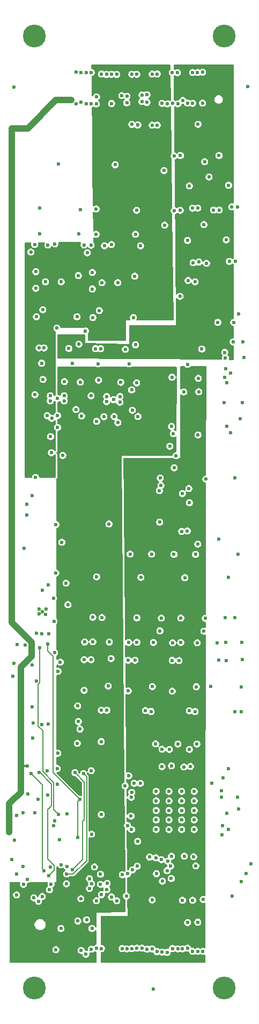
<source format=gbr>
%TF.GenerationSoftware,KiCad,Pcbnew,9.0.4-9.0.4-0~ubuntu22.04.1*%
%TF.CreationDate,2026-01-05T08:42:24-05:00*%
%TF.ProjectId,psc_daughter_brd,7073635f-6461-4756-9768-7465725f6272,rev?*%
%TF.SameCoordinates,Original*%
%TF.FileFunction,Copper,L3,Inr*%
%TF.FilePolarity,Positive*%
%FSLAX46Y46*%
G04 Gerber Fmt 4.6, Leading zero omitted, Abs format (unit mm)*
G04 Created by KiCad (PCBNEW 9.0.4-9.0.4-0~ubuntu22.04.1) date 2026-01-05 08:42:24*
%MOMM*%
%LPD*%
G01*
G04 APERTURE LIST*
%TA.AperFunction,ComponentPad*%
%ADD10C,3.600000*%
%TD*%
%TA.AperFunction,ViaPad*%
%ADD11C,0.600000*%
%TD*%
%TA.AperFunction,Conductor*%
%ADD12C,0.150000*%
%TD*%
%TA.AperFunction,Conductor*%
%ADD13C,1.000000*%
%TD*%
%TA.AperFunction,Conductor*%
%ADD14C,0.200000*%
%TD*%
%TA.AperFunction,Conductor*%
%ADD15C,0.300000*%
%TD*%
G04 APERTURE END LIST*
D10*
%TO.N,GND*%
%TO.C,MT2*%
X145000000Y-187000000D03*
%TD*%
%TO.N,GND*%
%TO.C,MT4*%
X175000000Y-37000000D03*
%TD*%
%TO.N,GND*%
%TO.C,MT3*%
X175000000Y-187000000D03*
%TD*%
%TO.N,GND*%
%TO.C,MT1*%
X145000000Y-37000000D03*
%TD*%
D11*
%TO.N,GND*%
X163800000Y-187100000D03*
X178700000Y-45000000D03*
X141800000Y-45100000D03*
X156800000Y-113900000D03*
X150300000Y-126600000D03*
X150000000Y-123200000D03*
X166250000Y-162000000D03*
X170250000Y-162000000D03*
X168250000Y-162000000D03*
X164250000Y-162000000D03*
X166250000Y-160500000D03*
X170250000Y-160500000D03*
X168250000Y-160500000D03*
X164250000Y-160500000D03*
X166250000Y-159000000D03*
X170250000Y-159000000D03*
X168250000Y-159000000D03*
X164250000Y-159000000D03*
X166250000Y-157500000D03*
X170250000Y-157500000D03*
X168250000Y-157500000D03*
X164250000Y-157500000D03*
X170250000Y-156000000D03*
X168250000Y-156000000D03*
X166250000Y-156000000D03*
X164250000Y-156000000D03*
X170480000Y-167730000D03*
X161300000Y-163880000D03*
%TO.N,+5.0V*%
X160360000Y-162000000D03*
%TO.N,GND*%
X160370000Y-156150000D03*
X165160000Y-149370000D03*
X166320000Y-149390000D03*
%TO.N,+5.0V*%
X166650000Y-151970000D03*
%TO.N,+3.3V*%
X160370000Y-160680000D03*
X160342902Y-159128077D03*
%TO.N,GND*%
X159340000Y-155120000D03*
%TO.N,Net-(U42-VISO)*%
X150160000Y-159530000D03*
%TO.N,GND*%
X147080000Y-156580000D03*
%TO.N,/Isolated Digital IO/din2_iso*%
X151790000Y-148440000D03*
%TO.N,GND*%
X169500000Y-149390000D03*
X168670000Y-166210000D03*
%TO.N,/Isolated Digital IO/dout2_iso*%
X144770000Y-147600000D03*
%TO.N,/Isolated Digital IO/dout0_iso*%
X145060000Y-159350000D03*
%TO.N,GND*%
X175180000Y-89450000D03*
X174510000Y-155880000D03*
X170850000Y-99850000D03*
X170800000Y-117050000D03*
X174150000Y-116250000D03*
X168380000Y-109100000D03*
X157130000Y-135080000D03*
X168600000Y-152150000D03*
X157762500Y-57300000D03*
X148846500Y-57200000D03*
X158500000Y-94700000D03*
X158500000Y-93800000D03*
X157500000Y-94300000D03*
X156400000Y-94600000D03*
X156400000Y-93800000D03*
X149700000Y-94500000D03*
X149700000Y-93700000D03*
X147500000Y-94500000D03*
X147500000Y-93700000D03*
X148621500Y-94100700D03*
X169400000Y-108300000D03*
X146200000Y-131200000D03*
X142200000Y-169000000D03*
X142200000Y-172300000D03*
X149500000Y-103100000D03*
%TO.N,+5.3VA*%
X147800000Y-104000000D03*
%TO.N,+15V*%
X176000000Y-99500000D03*
%TO.N,+3.3V*%
X171500000Y-101500000D03*
%TO.N,/FPGA connector/mon_fs*%
X159710000Y-161370000D03*
%TO.N,/FPGA connector/mon_convert*%
X176275000Y-172475000D03*
X159525000Y-172475000D03*
%TO.N,/FPGA connector/mon_reset*%
X160275000Y-159875000D03*
%TO.N,/DAC/syncn*%
X157175000Y-172625000D03*
%TO.N,/DAC/sclk*%
X155600000Y-172275000D03*
%TO.N,/DAC/sdin*%
X156450000Y-171450000D03*
%TO.N,/DCCT ADCs/dcct_busy*%
X165225000Y-170125000D03*
%TO.N,/DCCT ADCs/dcct0_sdo*%
X166625000Y-169725000D03*
%TO.N,/DCCT ADCs/dcct_cnv*%
X164275000Y-168975000D03*
%TO.N,/DCCT ADCs/dcct1_sdo*%
X166510000Y-167775000D03*
%TO.N,/DCCT ADCs/dcct_sck*%
X165950000Y-168475000D03*
%TO.N,/DCCT ADCs/dcct_busy*%
X156500000Y-170475000D03*
%TO.N,/DCCT ADCs/dcct_sck*%
X154850000Y-97700000D03*
%TO.N,/DCCT ADCs/dcct0_sdo*%
X158900000Y-169125000D03*
%TO.N,/DCCT ADCs/dcct_cnv*%
X159750000Y-168975000D03*
%TO.N,/DCCT ADCs/dcct_sck*%
X160525000Y-168350000D03*
%TO.N,/DCCT ADCs/dcct1_sdo*%
X161250000Y-167775000D03*
%TO.N,/DAC/sdin*%
X177675000Y-170175000D03*
%TO.N,/DAC/sclk*%
X178400000Y-168925000D03*
%TO.N,/DAC/syncn*%
X179200000Y-167375000D03*
%TO.N,GND*%
X174825000Y-153825000D03*
X175625000Y-152425000D03*
%TO.N,+15V*%
X173050000Y-154675000D03*
%TO.N,GND*%
X159900000Y-153525000D03*
X160750000Y-154725000D03*
%TO.N,-15V*%
X161725000Y-154725000D03*
%TO.N,GND*%
X163175000Y-166350000D03*
X165075000Y-166750000D03*
%TO.N,/FPGA connector/mon_sdo*%
X164175000Y-166475000D03*
%TO.N,/FPGA connector/mon_sclk*%
X166075000Y-167000000D03*
%TO.N,GND*%
X166650000Y-166200000D03*
X170150000Y-166300000D03*
X174620000Y-162880000D03*
%TO.N,/FPGA connector/mon_busy*%
X175625000Y-162000000D03*
%TO.N,GND*%
X174675000Y-161375000D03*
%TO.N,/FPGA connector/mon_convert*%
X175375000Y-159475000D03*
%TO.N,GND*%
X177250000Y-158800000D03*
X177125000Y-156900000D03*
%TO.N,+5.0V*%
X174520000Y-156880000D03*
X169650000Y-152075000D03*
%TO.N,GND*%
X170675000Y-148535000D03*
X167650000Y-148535000D03*
X164150000Y-148525000D03*
%TO.N,+5.0V*%
X165150000Y-152100000D03*
%TO.N,+3.3V*%
X167675000Y-166275000D03*
%TO.N,+15V*%
X177750000Y-132525000D03*
%TO.N,GND*%
X175275000Y-135400000D03*
X172850000Y-139500000D03*
%TO.N,-15V*%
X174100000Y-135350000D03*
%TO.N,GND*%
X164750000Y-108625000D03*
%TO.N,+15V*%
X164781000Y-113594000D03*
%TO.N,GND*%
X169150000Y-115000000D03*
X169500000Y-110550000D03*
%TO.N,+15V*%
X168250000Y-115050000D03*
%TO.N,GND*%
X176665000Y-106585000D03*
X148410000Y-113960000D03*
X143375000Y-117700000D03*
X149350000Y-116775000D03*
X148400000Y-121600000D03*
%TO.N,+15V*%
X148000000Y-125550000D03*
%TO.N,GND*%
X147175000Y-123500000D03*
X146250000Y-124300000D03*
X147280000Y-131170000D03*
X145750000Y-128075000D03*
X146800000Y-128100000D03*
X146825000Y-127275000D03*
X145775000Y-127275000D03*
X146280000Y-127670000D03*
X148110000Y-129190000D03*
%TO.N,+15V*%
X145300000Y-131125000D03*
%TO.N,/DCCT ADCs/dcct0-*%
X167650000Y-47700000D03*
%TO.N,/DCCT ADCs/dcct0+*%
X166825000Y-47625000D03*
%TO.N,/DCCT ADCs/dcct1-*%
X170850000Y-50925000D03*
%TO.N,/DCCT ADCs/dcct1+*%
X170000000Y-47625000D03*
%TO.N,/DAC/dac_out+*%
X163600000Y-51075000D03*
%TO.N,/DAC/dac_vout-*%
X164400000Y-51050000D03*
%TO.N,-5.3VA*%
X169225000Y-46375000D03*
X168450000Y-46350000D03*
%TO.N,+5.3VA*%
X166000000Y-46350000D03*
X165225000Y-46325000D03*
%TO.N,-15V*%
X162800000Y-46275000D03*
X162000000Y-46300000D03*
%TO.N,+15V*%
X159625000Y-46512500D03*
X158800000Y-46400000D03*
%TO.N,GND*%
X171550000Y-47600000D03*
X169175000Y-47575000D03*
X168425000Y-47175000D03*
X166000000Y-47725000D03*
X165175000Y-47625000D03*
X154775000Y-47725000D03*
X157200000Y-47650000D03*
X159600000Y-47550000D03*
X162775000Y-47475000D03*
X161975000Y-47325000D03*
X154825000Y-46600000D03*
X155600000Y-43000000D03*
X156400000Y-43075000D03*
X157175000Y-43050000D03*
X158000000Y-43075000D03*
X160375000Y-43050000D03*
X161175000Y-43050000D03*
X163600000Y-43025000D03*
X164400000Y-43000000D03*
X166775000Y-42775000D03*
X167575000Y-42800000D03*
X169975000Y-42775000D03*
X170775000Y-42775000D03*
X171575000Y-42725000D03*
%TO.N,/Monitor ADCs/monitor_vout+*%
X160400000Y-50950000D03*
%TO.N,/Monitor ADCs/monitor_vout-*%
X161350000Y-51025000D03*
%TO.N,GND*%
X166925000Y-99650000D03*
%TO.N,-15V*%
X166650000Y-98525000D03*
%TO.N,GND*%
X146350000Y-91100000D03*
X155150000Y-91225000D03*
%TO.N,/DCCT ADCs/dcct1_sdo*%
X158200000Y-97900000D03*
%TO.N,/DCCT ADCs/dcct_sck*%
X157600000Y-96950000D03*
%TO.N,/DCCT ADCs/dcct_cnv*%
X155975000Y-96975000D03*
%TO.N,/DCCT ADCs/dcct_sck*%
X148675000Y-96800000D03*
%TO.N,/DCCT ADCs/dcct_cnv*%
X147050000Y-96825000D03*
%TO.N,/DCCT ADCs/dcct_busy*%
X147750000Y-97225000D03*
%TO.N,/DCCT ADCs/dcct0_sdo*%
X148675000Y-98675000D03*
%TO.N,/DCCT ADCs/DCCT Channel 1/adc_vref*%
X145100000Y-93500000D03*
X153950000Y-93700000D03*
%TO.N,/DCCT ADCs/DCCT Channel 1/drv_vref*%
X153062500Y-83487500D03*
X148575000Y-83025000D03*
%TO.N,GND*%
X143850000Y-112425000D03*
X143800000Y-110800000D03*
X144650000Y-109400000D03*
X145200000Y-106575000D03*
X147575000Y-100125000D03*
X147675000Y-102650000D03*
%TO.N,-15V*%
X176375000Y-85200000D03*
%TO.N,GND*%
X170950000Y-93050000D03*
X171450000Y-86325000D03*
X170885000Y-90935000D03*
%TO.N,+3.3V*%
X169175000Y-90125000D03*
%TO.N,GND*%
X166725000Y-90750000D03*
X168575000Y-93075000D03*
%TO.N,+1.8V*%
X166650000Y-92025000D03*
%TO.N,+15V*%
X169200000Y-88750000D03*
%TO.N,GND*%
X178125000Y-87625000D03*
X177950000Y-85225000D03*
%TO.N,-15V*%
X175175000Y-87700000D03*
%TO.N,GND*%
X177825000Y-94750000D03*
X177500000Y-97325000D03*
%TO.N,+15V*%
X175000000Y-94750000D03*
%TO.N,GND*%
X175375000Y-98525000D03*
%TO.N,+5.0V*%
X160290000Y-156930000D03*
%TO.N,+1.8V*%
X151600000Y-181000000D03*
X150800000Y-181150000D03*
X150000000Y-181100000D03*
%TO.N,+2.5V*%
X171600000Y-181200000D03*
X170800000Y-181200000D03*
X170000000Y-181200000D03*
%TO.N,+5.0V*%
X165950000Y-181350000D03*
X165150000Y-181300000D03*
X164350000Y-181250000D03*
%TO.N,+3.3V*%
X157950000Y-181650000D03*
X157150000Y-181550000D03*
X156350000Y-181600000D03*
%TO.N,GND*%
X158000000Y-173250000D03*
X154800000Y-173250000D03*
X170800000Y-176600000D03*
X169200000Y-176650000D03*
X168400000Y-173150000D03*
X170000000Y-173150000D03*
X171650000Y-173000000D03*
X169200000Y-180700000D03*
X168400000Y-180800000D03*
X167650000Y-180800000D03*
X166800000Y-180750000D03*
X163600000Y-180800000D03*
X162800000Y-180850000D03*
X162000000Y-180700000D03*
X161200000Y-180700000D03*
X160400000Y-180750000D03*
X159600000Y-180800000D03*
X158850000Y-180750000D03*
X149200000Y-177600000D03*
X148400000Y-180950000D03*
X152400000Y-181050000D03*
X153150000Y-181650000D03*
X154000000Y-180850000D03*
X154800000Y-180700000D03*
X155600000Y-180750000D03*
%TO.N,/Isolated Digital IO/dout_iso_gnd*%
X148050000Y-161400000D03*
X148700000Y-150000000D03*
%TO.N,/Isolated Digital IO/din_iso_gnd*%
X143900000Y-152000000D03*
%TO.N,/Isolated Digital IO/dout1_iso*%
X145800000Y-133350000D03*
%TO.N,/Isolated Digital IO/dout_iso_gnd*%
X151600000Y-42700000D03*
X152400000Y-42750000D03*
X153200000Y-42750000D03*
X154000000Y-42750000D03*
%TO.N,GND*%
X142200000Y-159800000D03*
%TO.N,/Isolated Digital IO/din_iso_gnd*%
X141050000Y-162450000D03*
X154050000Y-162750000D03*
X148400000Y-47100000D03*
X149250000Y-47100000D03*
X150000000Y-47100000D03*
X150850000Y-47100000D03*
%TO.N,/Isolated Digital IO/din3_iso*%
X148750000Y-137075505D03*
%TO.N,/Isolated Digital IO/din1_iso*%
X148175000Y-134150000D03*
%TO.N,/Isolated Digital IO/dout1_iso*%
X143550000Y-132950000D03*
%TO.N,/Isolated Digital IO/dout2_iso*%
X144650000Y-136100000D03*
%TO.N,/Isolated Digital IO/dout3_iso*%
X145300000Y-138650000D03*
%TO.N,/Isolated Digital IO/din2_iso*%
X149100000Y-135650000D03*
%TO.N,/Isolated Digital IO/dout3_iso*%
X141600000Y-137900000D03*
%TO.N,/Isolated Digital IO/dout2_iso*%
X141800000Y-135850000D03*
%TO.N,/Isolated Digital IO/dout1_iso*%
X148832600Y-159600000D03*
%TO.N,/Isolated Digital IO/dout2_iso*%
X146198200Y-145498200D03*
%TO.N,/Isolated Digital IO/dout3_iso*%
X147200000Y-145400000D03*
%TO.N,/Isolated Digital IO/din1_iso*%
X155561700Y-159650000D03*
%TO.N,/Isolated Digital IO/din3_iso*%
X155550000Y-148150000D03*
%TO.N,/Isolated Digital IO/din2_iso*%
X152200000Y-146200000D03*
%TO.N,GND*%
X148600000Y-152400000D03*
%TO.N,+5.0V*%
X148650000Y-154900000D03*
X143936079Y-156399252D03*
%TO.N,Net-(U38-B3Y)*%
X144450000Y-153200000D03*
%TO.N,Net-(U38-B4Y)*%
X145750000Y-153050000D03*
%TO.N,GND*%
X149200000Y-167550000D03*
%TO.N,+5.0V*%
X150150000Y-167800000D03*
X143250000Y-167850000D03*
%TO.N,GND*%
X141400000Y-166700000D03*
X141850000Y-163700000D03*
%TO.N,Net-(U39-VISO)*%
X143240000Y-159400000D03*
%TO.N,GND*%
X148950000Y-163600000D03*
X148250000Y-160600000D03*
X150050000Y-170550000D03*
X154050000Y-170550000D03*
X155450000Y-170650000D03*
X155450000Y-169050000D03*
%TO.N,+1V8*%
X153700000Y-171300000D03*
%TO.N,+5.0V*%
X153700000Y-169750000D03*
%TO.N,GND*%
X153970000Y-152730000D03*
X147050000Y-152750000D03*
X154500000Y-167900000D03*
X147550000Y-167900000D03*
X144800000Y-145250000D03*
X151950000Y-145000000D03*
X144650000Y-142650000D03*
X151850000Y-142550000D03*
%TO.N,/Isolated Digital IO/dout1_iso*%
X142300000Y-132900000D03*
%TO.N,/Isolated Digital IO/din0_iso*%
X147100000Y-132800000D03*
X152150000Y-157250000D03*
%TO.N,/Isolated Digital IO/dout0_iso*%
X145600000Y-157250000D03*
%TO.N,Net-(U41-A4)*%
X152750000Y-153200000D03*
%TO.N,Net-(U41-A3)*%
X151400000Y-153050000D03*
%TO.N,/Isolated Digital IO/din0_iso*%
X151850000Y-163300000D03*
%TO.N,+5.0V*%
X143900000Y-169850000D03*
%TO.N,GND*%
X147650000Y-170650000D03*
X143300000Y-170650000D03*
%TO.N,Net-(U38-B3Y)*%
X146550000Y-168500000D03*
%TO.N,Net-(U38-B4Y)*%
X147250000Y-169300000D03*
%TO.N,Net-(U41-A4)*%
X150100000Y-169000000D03*
%TO.N,Net-(U41-A3)*%
X151000000Y-168300000D03*
%TO.N,/FPGA connector/din0*%
X151875000Y-176425000D03*
%TO.N,/FPGA connector/din2*%
X153250000Y-176250000D03*
%TO.N,/FPGA connector/din3*%
X154100000Y-177600000D03*
%TO.N,/FPGA connector/din1*%
X152350000Y-172900000D03*
%TO.N,+1.8V*%
X143900000Y-171550000D03*
%TO.N,/FPGA connector/dout1*%
X145650000Y-173300000D03*
%TO.N,/FPGA connector/dout0*%
X144925001Y-172750000D03*
%TO.N,/FPGA connector/dout2*%
X146250000Y-172550000D03*
%TO.N,/FPGA connector/dout3*%
X147400000Y-171500000D03*
%TO.N,+15V*%
X176635000Y-143465000D03*
%TO.N,GND*%
X177685000Y-143465000D03*
X177685000Y-139565000D03*
X177825000Y-135225000D03*
X176675000Y-128650000D03*
X175135000Y-128665000D03*
%TO.N,-15V*%
X173835000Y-132615000D03*
%TO.N,GND*%
X175235000Y-132565000D03*
X177185000Y-118665000D03*
X175685000Y-122290000D03*
X165045000Y-128708150D03*
X171980000Y-128750000D03*
X168746000Y-122335800D03*
%TO.N,/Monitor ADCs/monitor_ignd-*%
X170445000Y-118675000D03*
%TO.N,+15V*%
X169465000Y-143315000D03*
%TO.N,GND*%
X170565000Y-139515000D03*
%TO.N,-15V*%
X166765000Y-135365000D03*
X166830000Y-132600000D03*
%TO.N,GND*%
X168130000Y-132550000D03*
X168130000Y-128700000D03*
%TO.N,/Monitor ADCs/monitor_ignd+*%
X167045000Y-118675000D03*
%TO.N,GND*%
X167845000Y-135385000D03*
X166765000Y-140215000D03*
%TO.N,+15V*%
X170730000Y-132600000D03*
%TO.N,GND*%
X171780000Y-130750000D03*
X170360000Y-143420000D03*
X161811000Y-122293950D03*
%TO.N,/Monitor ADCs/monitor_spare-*%
X163510000Y-118633150D03*
%TO.N,+15V*%
X162530000Y-143273150D03*
%TO.N,GND*%
X163630000Y-139473150D03*
%TO.N,-15V*%
X159830000Y-135323150D03*
X159895000Y-132558150D03*
%TO.N,GND*%
X161195000Y-132508150D03*
X161195000Y-128658150D03*
%TO.N,/Monitor ADCs/monitor_spare+*%
X160110000Y-118633150D03*
%TO.N,GND*%
X160910000Y-135343150D03*
X159830000Y-140173150D03*
%TO.N,+15V*%
X163795000Y-132558150D03*
%TO.N,GND*%
X164845000Y-130708150D03*
X163410000Y-143410000D03*
X153945000Y-135268150D03*
X154846000Y-122218950D03*
X156450000Y-143230000D03*
%TO.N,+15V*%
X155565000Y-143198150D03*
%TO.N,GND*%
X156665000Y-139398150D03*
X152865000Y-140098150D03*
%TO.N,-15V*%
X152865000Y-135248150D03*
%TO.N,+15V*%
X156830000Y-132483150D03*
%TO.N,GND*%
X155675000Y-128625000D03*
X154230000Y-128583150D03*
X154230000Y-132433150D03*
%TO.N,-15V*%
X152930000Y-132483150D03*
%TO.N,GND*%
X166381500Y-101625000D03*
X167081500Y-105025000D03*
X167381500Y-103125000D03*
X164881500Y-106625000D03*
X164981500Y-107825000D03*
%TO.N,Net-(U12-BUF_INP)*%
X172081500Y-106825000D03*
%TO.N,GND*%
X169281500Y-75525000D03*
X167981500Y-78025000D03*
X176481500Y-82125000D03*
X177281500Y-80825000D03*
%TO.N,-15V*%
X173981500Y-82125000D03*
%TO.N,/DAC/sdin*%
X175381500Y-91625000D03*
%TO.N,/DAC/sclk*%
X175056500Y-90750000D03*
%TO.N,/DAC/syncn*%
X175960000Y-90100000D03*
%TO.N,GND*%
X175056500Y-86850000D03*
%TO.N,/Isolated Digital IO/din3_iso*%
X151627245Y-47729199D03*
%TO.N,/Isolated Digital IO/din2_iso*%
X152374220Y-47442784D03*
%TO.N,/Isolated Digital IO/din1_iso*%
X153175000Y-47650000D03*
%TO.N,/Isolated Digital IO/din0_iso*%
X153974528Y-47677570D03*
%TO.N,GND*%
X154242500Y-81362500D03*
X152246500Y-91548300D03*
X152246500Y-64348300D03*
X155462500Y-86262500D03*
X146546500Y-86148300D03*
%TO.N,-15V*%
X145246500Y-74148300D03*
%TO.N,+15V*%
X152046500Y-68148300D03*
%TO.N,-5.3VA*%
X152046500Y-84548300D03*
%TO.N,GND*%
X145046500Y-69848300D03*
X154762500Y-64262500D03*
X157162500Y-69862500D03*
X145326500Y-81248300D03*
X155662500Y-75862500D03*
%TO.N,+1.8V*%
X149846500Y-96648300D03*
X158762500Y-96762500D03*
%TO.N,GND*%
X145246500Y-76748300D03*
%TO.N,-15V*%
X154762500Y-68262500D03*
X154162500Y-74262500D03*
%TO.N,GND*%
X160862500Y-74862500D03*
X151726500Y-81248300D03*
X152846500Y-69948300D03*
%TO.N,+15V*%
X158162500Y-75862500D03*
%TO.N,GND*%
X160362500Y-92762500D03*
X154162500Y-76862500D03*
X145846500Y-64148300D03*
%TO.N,-5.3VA*%
X160962500Y-84662500D03*
%TO.N,GND*%
X160962500Y-85662500D03*
X146746500Y-75748300D03*
%TO.N,-15V*%
X145846500Y-68148300D03*
%TO.N,GND*%
X148246500Y-69748300D03*
%TO.N,+2.5V*%
X149746502Y-91448302D03*
%TO.N,GND*%
X154662500Y-86262500D03*
X153962500Y-69962500D03*
%TO.N,+15V*%
X149246500Y-75748300D03*
%TO.N,+5.3VA*%
X145246500Y-84548300D03*
%TO.N,+15V*%
X160962500Y-68262500D03*
%TO.N,GND*%
X153362500Y-71162500D03*
X146146500Y-88548300D03*
%TO.N,+2.5V*%
X158662502Y-91562502D03*
%TO.N,GND*%
X155062500Y-88662500D03*
X161162500Y-64462500D03*
X161762500Y-70062500D03*
X156062500Y-70062500D03*
X151562500Y-95862500D03*
X159962500Y-88662500D03*
X150446500Y-86248300D03*
X146326500Y-80148300D03*
X159362500Y-86362500D03*
X155242500Y-80262500D03*
X145746500Y-86148300D03*
X152046500Y-85548300D03*
X144446500Y-71048300D03*
X151946500Y-74748300D03*
X160642500Y-81362500D03*
X152462500Y-96862500D03*
X147146500Y-69948300D03*
X161162500Y-91662500D03*
X151046500Y-88548300D03*
%TO.N,+5.3VA*%
X154162500Y-84662500D03*
%TO.N,GND*%
X161362500Y-96962500D03*
X160462500Y-95962500D03*
X172181500Y-72825000D03*
X170081500Y-72725000D03*
X175281500Y-69125000D03*
X175781500Y-72525000D03*
%TO.N,-15V*%
X176781500Y-72525000D03*
X170981500Y-72625000D03*
%TO.N,GND*%
X169181500Y-69225000D03*
X171781500Y-66725000D03*
X173281500Y-64425000D03*
%TO.N,+15V*%
X174181500Y-64425000D03*
%TO.N,GND*%
X165581500Y-66825000D03*
X167081500Y-64525000D03*
%TO.N,+15V*%
X168031500Y-64475000D03*
%TO.N,-15V*%
X170781500Y-64125000D03*
%TO.N,GND*%
X169981500Y-64125000D03*
X169481500Y-60625000D03*
X175681500Y-60525000D03*
X165481500Y-58225000D03*
X167081500Y-55925000D03*
%TO.N,+15V*%
X170381500Y-75725000D03*
%TO.N,GND*%
X176181500Y-63925000D03*
%TO.N,-15V*%
X177081500Y-63925000D03*
%TO.N,GND*%
X172581500Y-59225000D03*
X171881500Y-56825000D03*
%TO.N,+15V*%
X174161500Y-55845000D03*
X168061500Y-55845000D03*
%TO.N,GND*%
X163600000Y-173100000D03*
%TD*%
D12*
%TO.N,Net-(U38-B3Y)*%
X146550000Y-168500000D02*
X146240000Y-168190000D01*
X146240000Y-168190000D02*
X146240000Y-154990000D01*
X146240000Y-154990000D02*
X144450000Y-153200000D01*
%TO.N,Net-(U38-B4Y)*%
X145750000Y-153050000D02*
X145900000Y-153050000D01*
X145900000Y-153050000D02*
X147723000Y-154873000D01*
X147723000Y-154873000D02*
X147723000Y-158247000D01*
X148126000Y-167661412D02*
X148126000Y-168424000D01*
X147723000Y-158247000D02*
X147100000Y-158870000D01*
X147100000Y-158870000D02*
X147100000Y-166635412D01*
X147100000Y-166635412D02*
X148126000Y-167661412D01*
X148126000Y-168424000D02*
X147250000Y-169300000D01*
%TO.N,Net-(U41-A3)*%
X151000000Y-168300000D02*
X152600000Y-166700000D01*
X152850000Y-160500000D02*
X152850000Y-154500000D01*
X152600000Y-166700000D02*
X152600000Y-160750000D01*
X152600000Y-160750000D02*
X152850000Y-160500000D01*
X152850000Y-154500000D02*
X151400000Y-153050000D01*
D13*
%TO.N,/Isolated Digital IO/din_iso_gnd*%
X150850000Y-47100000D02*
X148400000Y-47100000D01*
D14*
%TO.N,/Monitor ADCs/monitor_vout-*%
X161350000Y-51025000D02*
X161350000Y-51263603D01*
D13*
%TO.N,/Isolated Digital IO/din_iso_gnd*%
X142851000Y-139000000D02*
X142851000Y-152200000D01*
D15*
X143900000Y-152000000D02*
X143051000Y-152000000D01*
X143051000Y-152000000D02*
X142851000Y-152200000D01*
D12*
%TO.N,/Isolated Digital IO/dout1_iso*%
X145876000Y-138888588D02*
X145876000Y-133426000D01*
X145622200Y-139142388D02*
X145876000Y-138888588D01*
X146326000Y-146440588D02*
X145622200Y-145736788D01*
X146326000Y-152840588D02*
X146326000Y-146440588D01*
X145876000Y-133426000D02*
X145800000Y-133350000D01*
X145622200Y-145736788D02*
X145622200Y-139142388D01*
X148074000Y-158841400D02*
X148074000Y-154588588D01*
X148074000Y-154588588D02*
X146326000Y-152840588D01*
X148832600Y-159600000D02*
X148074000Y-158841400D01*
%TO.N,/Isolated Digital IO/din0_iso*%
X152150000Y-157250000D02*
X147936412Y-153036412D01*
X147936412Y-153036412D02*
X147936412Y-134726000D01*
X147936412Y-134726000D02*
X147100000Y-133889588D01*
X147100000Y-133889588D02*
X147100000Y-132800000D01*
X151850000Y-163300000D02*
X151850000Y-157550000D01*
X151850000Y-157550000D02*
X152150000Y-157250000D01*
D13*
%TO.N,/Isolated Digital IO/din_iso_gnd*%
X141050000Y-157950000D02*
X141050000Y-162450000D01*
X141300000Y-157700000D02*
X141050000Y-157950000D01*
X142851000Y-136435372D02*
X142851000Y-139000000D01*
X144551000Y-134150000D02*
X144551000Y-134735372D01*
X142851000Y-152200000D02*
X142851000Y-156149000D01*
X144551000Y-134735372D02*
X142851000Y-136435372D01*
X144551000Y-132535372D02*
X144551000Y-134150000D01*
X141400000Y-129384372D02*
X144551000Y-132535372D01*
X142851000Y-156149000D02*
X141300000Y-157700000D01*
X141400000Y-51550000D02*
X141400000Y-129384372D01*
X148400000Y-47100000D02*
X143950000Y-51550000D01*
X143950000Y-51550000D02*
X141400000Y-51550000D01*
D12*
%TO.N,Net-(U41-A4)*%
X150100000Y-169000000D02*
X151114588Y-169000000D01*
X151114588Y-169000000D02*
X153250000Y-166864588D01*
X153250000Y-166864588D02*
X153250000Y-153700000D01*
X153250000Y-153700000D02*
X152750000Y-153200000D01*
D14*
%TO.N,/Monitor ADCs/monitor_vout-*%
X161250000Y-51250000D02*
X161250000Y-50850000D01*
%TD*%
%TA.AperFunction,Conductor*%
%TO.N,+5.3VA*%
G36*
X166444568Y-41519685D02*
G01*
X166490323Y-41572489D01*
X166501518Y-41622460D01*
X166504210Y-41839568D01*
X166508925Y-42219821D01*
X166490074Y-42287099D01*
X166446942Y-42328741D01*
X166436986Y-42334489D01*
X166334490Y-42436986D01*
X166334488Y-42436988D01*
X166262017Y-42562511D01*
X166262016Y-42562515D01*
X166224500Y-42702525D01*
X166224500Y-42847475D01*
X166259072Y-42976498D01*
X166262017Y-42987488D01*
X166334488Y-43113011D01*
X166334490Y-43113013D01*
X166334491Y-43113015D01*
X166436985Y-43215509D01*
X166436986Y-43215510D01*
X166436988Y-43215511D01*
X166460763Y-43229237D01*
X166508980Y-43279803D01*
X166522755Y-43335088D01*
X166568993Y-47064009D01*
X166550142Y-47131287D01*
X166525320Y-47160019D01*
X166516745Y-47167308D01*
X166486985Y-47184491D01*
X166432806Y-47238669D01*
X166428976Y-47241926D01*
X166401458Y-47254181D01*
X166375015Y-47268620D01*
X166369866Y-47268251D01*
X166365150Y-47270352D01*
X166335373Y-47265783D01*
X166305323Y-47263634D01*
X166297580Y-47259985D01*
X166296088Y-47259757D01*
X166294936Y-47258740D01*
X166286659Y-47254840D01*
X166212488Y-47212017D01*
X166212489Y-47212017D01*
X166201006Y-47208940D01*
X166072475Y-47174500D01*
X165927525Y-47174500D01*
X165787515Y-47212016D01*
X165787514Y-47212016D01*
X165787512Y-47212017D01*
X165713338Y-47254841D01*
X165645438Y-47271312D01*
X165579411Y-47248460D01*
X165563658Y-47235134D01*
X165513017Y-47184493D01*
X165513011Y-47184488D01*
X165387488Y-47112017D01*
X165387489Y-47112017D01*
X165350023Y-47101978D01*
X165247475Y-47074500D01*
X165102525Y-47074500D01*
X164999977Y-47101978D01*
X164962511Y-47112017D01*
X164836988Y-47184488D01*
X164836982Y-47184493D01*
X164734493Y-47286982D01*
X164734488Y-47286988D01*
X164662017Y-47412511D01*
X164662016Y-47412515D01*
X164624500Y-47552525D01*
X164624500Y-47697475D01*
X164655460Y-47813017D01*
X164662017Y-47837488D01*
X164734488Y-47963011D01*
X164734490Y-47963013D01*
X164734491Y-47963015D01*
X164836985Y-48065509D01*
X164836986Y-48065510D01*
X164836988Y-48065511D01*
X164962511Y-48137982D01*
X164962512Y-48137982D01*
X164962515Y-48137984D01*
X165102525Y-48175500D01*
X165102528Y-48175500D01*
X165247472Y-48175500D01*
X165247475Y-48175500D01*
X165387485Y-48137984D01*
X165461660Y-48095158D01*
X165529559Y-48078686D01*
X165595586Y-48101538D01*
X165611341Y-48114865D01*
X165661985Y-48165509D01*
X165661986Y-48165510D01*
X165661988Y-48165511D01*
X165787511Y-48237982D01*
X165787512Y-48237982D01*
X165787515Y-48237984D01*
X165927525Y-48275500D01*
X165927528Y-48275500D01*
X166072472Y-48275500D01*
X166072475Y-48275500D01*
X166212485Y-48237984D01*
X166338015Y-48165509D01*
X166371633Y-48131890D01*
X166432953Y-48098406D01*
X166502645Y-48103390D01*
X166558579Y-48145260D01*
X166582997Y-48210724D01*
X166583303Y-48218035D01*
X166673617Y-55501448D01*
X166654766Y-55568726D01*
X166645585Y-55580270D01*
X166645937Y-55580540D01*
X166640988Y-55586989D01*
X166568517Y-55712511D01*
X166568516Y-55712515D01*
X166531000Y-55852525D01*
X166531000Y-55997475D01*
X166568516Y-56137485D01*
X166568517Y-56137488D01*
X166640988Y-56263011D01*
X166640993Y-56263017D01*
X166647905Y-56269929D01*
X166681390Y-56331252D01*
X166684214Y-56356072D01*
X166778952Y-63996113D01*
X166760101Y-64063392D01*
X166742644Y-64085332D01*
X166640988Y-64186988D01*
X166568517Y-64312511D01*
X166568516Y-64312515D01*
X166531000Y-64452525D01*
X166531000Y-64597475D01*
X166559278Y-64703009D01*
X166568517Y-64737488D01*
X166640988Y-64863011D01*
X166640990Y-64863013D01*
X166640991Y-64863015D01*
X166743485Y-64965509D01*
X166743488Y-64965511D01*
X166743667Y-64965648D01*
X166743783Y-64965807D01*
X166749232Y-64971256D01*
X166748382Y-64972105D01*
X166784872Y-65022074D01*
X166792175Y-65062490D01*
X166998443Y-81696963D01*
X166979592Y-81764241D01*
X166927359Y-81810647D01*
X166874453Y-81822500D01*
X161227355Y-81822500D01*
X161160316Y-81802815D01*
X161114561Y-81750011D01*
X161104617Y-81680853D01*
X161119966Y-81636502D01*
X161155484Y-81574985D01*
X161193000Y-81434975D01*
X161193000Y-81290025D01*
X161155484Y-81150015D01*
X161089550Y-81035815D01*
X161083011Y-81024488D01*
X161083006Y-81024482D01*
X160980517Y-80921993D01*
X160980511Y-80921988D01*
X160854988Y-80849517D01*
X160854989Y-80849517D01*
X160843506Y-80846440D01*
X160714975Y-80812000D01*
X160570025Y-80812000D01*
X160441493Y-80846440D01*
X160430011Y-80849517D01*
X160304488Y-80921988D01*
X160304482Y-80921993D01*
X160201993Y-81024482D01*
X160201988Y-81024488D01*
X160129517Y-81150011D01*
X160129516Y-81150015D01*
X160092000Y-81290025D01*
X160092000Y-81434975D01*
X160129516Y-81574985D01*
X160165032Y-81636501D01*
X160181505Y-81704399D01*
X160158653Y-81770426D01*
X160103732Y-81813617D01*
X160057645Y-81822500D01*
X159462500Y-81822500D01*
X159498533Y-84935751D01*
X159479625Y-85003014D01*
X159427354Y-85049377D01*
X159373249Y-85061179D01*
X153622708Y-85001278D01*
X153555878Y-84980896D01*
X153510675Y-84927619D01*
X153500000Y-84877285D01*
X153500000Y-83863952D01*
X153516612Y-83801953D01*
X153575484Y-83699985D01*
X153613000Y-83559975D01*
X153613000Y-83415025D01*
X153575484Y-83275015D01*
X153516613Y-83173047D01*
X153500000Y-83111047D01*
X153500000Y-83000000D01*
X153352351Y-83000000D01*
X153290351Y-82983387D01*
X153274988Y-82974517D01*
X153274989Y-82974517D01*
X153263506Y-82971440D01*
X153134975Y-82937000D01*
X152990025Y-82937000D01*
X152861493Y-82971440D01*
X152850011Y-82974517D01*
X152834649Y-82983387D01*
X152772649Y-83000000D01*
X149233369Y-83000000D01*
X149166330Y-82980315D01*
X149120575Y-82927511D01*
X149113596Y-82908100D01*
X149087984Y-82812515D01*
X149015509Y-82686985D01*
X148913015Y-82584491D01*
X148913013Y-82584490D01*
X148913011Y-82584488D01*
X148787488Y-82512017D01*
X148787489Y-82512017D01*
X148776006Y-82508940D01*
X148647475Y-82474500D01*
X148502525Y-82474500D01*
X148373993Y-82508940D01*
X148362511Y-82512017D01*
X148236988Y-82584488D01*
X148236982Y-82584493D01*
X148134493Y-82686982D01*
X148134488Y-82686988D01*
X148062017Y-82812511D01*
X148062016Y-82812515D01*
X148024500Y-82952525D01*
X148024500Y-83097475D01*
X148044750Y-83173047D01*
X148062017Y-83237488D01*
X148134488Y-83363011D01*
X148134490Y-83363013D01*
X148134491Y-83363015D01*
X148236985Y-83465509D01*
X148314500Y-83510262D01*
X148362715Y-83560829D01*
X148376500Y-83617649D01*
X148376500Y-93534896D01*
X148375414Y-93538591D01*
X148376276Y-93542345D01*
X148365647Y-93571853D01*
X148356815Y-93601935D01*
X148353527Y-93605506D01*
X148352600Y-93608081D01*
X148344291Y-93615539D01*
X148327926Y-93633318D01*
X148321498Y-93638244D01*
X148283485Y-93660191D01*
X148252735Y-93690940D01*
X148246251Y-93695910D01*
X148220970Y-93705665D01*
X148197181Y-93718655D01*
X148188853Y-93718059D01*
X148181067Y-93721064D01*
X148154523Y-93715603D01*
X148127490Y-93713669D01*
X148120807Y-93708666D01*
X148112630Y-93706984D01*
X148093250Y-93688036D01*
X148071557Y-93671797D01*
X148066959Y-93662333D01*
X148062671Y-93658140D01*
X148060656Y-93649356D01*
X148051050Y-93629581D01*
X148050500Y-93627527D01*
X148050500Y-93627525D01*
X148012984Y-93487515D01*
X147998244Y-93461985D01*
X147940511Y-93361988D01*
X147940506Y-93361982D01*
X147838017Y-93259493D01*
X147838011Y-93259488D01*
X147712488Y-93187017D01*
X147712489Y-93187017D01*
X147701006Y-93183940D01*
X147572475Y-93149500D01*
X147427525Y-93149500D01*
X147298993Y-93183940D01*
X147287511Y-93187017D01*
X147161988Y-93259488D01*
X147161982Y-93259493D01*
X147059493Y-93361982D01*
X147059488Y-93361988D01*
X146987017Y-93487511D01*
X146987016Y-93487515D01*
X146949500Y-93627525D01*
X146949500Y-93772475D01*
X146980513Y-93888215D01*
X146987017Y-93912488D01*
X147059482Y-94038000D01*
X147075955Y-94105900D01*
X147059482Y-94162000D01*
X146987017Y-94287511D01*
X146987016Y-94287515D01*
X146949500Y-94427525D01*
X146949500Y-94572475D01*
X146987016Y-94712485D01*
X146987017Y-94712488D01*
X147059488Y-94838011D01*
X147059490Y-94838013D01*
X147059491Y-94838015D01*
X147161985Y-94940509D01*
X147161986Y-94940510D01*
X147161988Y-94940511D01*
X147287511Y-95012982D01*
X147287512Y-95012982D01*
X147287515Y-95012984D01*
X147427525Y-95050500D01*
X147427528Y-95050500D01*
X147572472Y-95050500D01*
X147572475Y-95050500D01*
X147712485Y-95012984D01*
X147838015Y-94940509D01*
X147940509Y-94838015D01*
X148012984Y-94712485D01*
X148050500Y-94572475D01*
X148050500Y-94572469D01*
X148050754Y-94571522D01*
X148067827Y-94543510D01*
X148083889Y-94514904D01*
X148085921Y-94513824D01*
X148087119Y-94511861D01*
X148116623Y-94497528D01*
X148145604Y-94482146D01*
X148147896Y-94482337D01*
X148149966Y-94481332D01*
X148182531Y-94485225D01*
X148215232Y-94487953D01*
X148217457Y-94489401D01*
X148219341Y-94489627D01*
X148246007Y-94505232D01*
X148252454Y-94510178D01*
X148283485Y-94541209D01*
X148321541Y-94563180D01*
X148327978Y-94568119D01*
X148343985Y-94590037D01*
X148362715Y-94609680D01*
X148364896Y-94618671D01*
X148369185Y-94624544D01*
X148370119Y-94640199D01*
X148376500Y-94666502D01*
X148376500Y-96268613D01*
X148356815Y-96335652D01*
X148340182Y-96356294D01*
X148234488Y-96461988D01*
X148162017Y-96587511D01*
X148162016Y-96587514D01*
X148148217Y-96639010D01*
X148111851Y-96698669D01*
X148049004Y-96729197D01*
X147979628Y-96720901D01*
X147966440Y-96714299D01*
X147962488Y-96712017D01*
X147962489Y-96712017D01*
X147951006Y-96708940D01*
X147822475Y-96674500D01*
X147677525Y-96674500D01*
X147670363Y-96674500D01*
X147603324Y-96654815D01*
X147562976Y-96612501D01*
X147548550Y-96587515D01*
X147490509Y-96486985D01*
X147388015Y-96384491D01*
X147388013Y-96384490D01*
X147388011Y-96384488D01*
X147262488Y-96312017D01*
X147262489Y-96312017D01*
X147251006Y-96308940D01*
X147122475Y-96274500D01*
X146977525Y-96274500D01*
X146848993Y-96308940D01*
X146837511Y-96312017D01*
X146711988Y-96384488D01*
X146711982Y-96384493D01*
X146609493Y-96486982D01*
X146609488Y-96486988D01*
X146537017Y-96612511D01*
X146537016Y-96612515D01*
X146499500Y-96752525D01*
X146499500Y-96897475D01*
X146537016Y-97037485D01*
X146537017Y-97037488D01*
X146609488Y-97163011D01*
X146609490Y-97163013D01*
X146609491Y-97163015D01*
X146711985Y-97265509D01*
X146711986Y-97265510D01*
X146711988Y-97265511D01*
X146837511Y-97337982D01*
X146837512Y-97337982D01*
X146837515Y-97337984D01*
X146977525Y-97375500D01*
X146977528Y-97375500D01*
X147129637Y-97375500D01*
X147196676Y-97395185D01*
X147237024Y-97437499D01*
X147309491Y-97563015D01*
X147411985Y-97665509D01*
X147411986Y-97665510D01*
X147411988Y-97665511D01*
X147537511Y-97737982D01*
X147537512Y-97737982D01*
X147537515Y-97737984D01*
X147677525Y-97775500D01*
X147677528Y-97775500D01*
X147822472Y-97775500D01*
X147822475Y-97775500D01*
X147962485Y-97737984D01*
X148088015Y-97665509D01*
X148164819Y-97588705D01*
X148226142Y-97555220D01*
X148295834Y-97560204D01*
X148351767Y-97602076D01*
X148376184Y-97667540D01*
X148376500Y-97676386D01*
X148376500Y-98143613D01*
X148356815Y-98210652D01*
X148340182Y-98231294D01*
X148234488Y-98336988D01*
X148162017Y-98462511D01*
X148162016Y-98462515D01*
X148124500Y-98602525D01*
X148124500Y-98747475D01*
X148162016Y-98887485D01*
X148162017Y-98887488D01*
X148234488Y-99013011D01*
X148234493Y-99013017D01*
X148340181Y-99118705D01*
X148373666Y-99180028D01*
X148376500Y-99206386D01*
X148376500Y-102301260D01*
X148356815Y-102368299D01*
X148304011Y-102414054D01*
X148234853Y-102423998D01*
X148171297Y-102394973D01*
X148145113Y-102363261D01*
X148115509Y-102311985D01*
X148013015Y-102209491D01*
X148013013Y-102209490D01*
X148013011Y-102209488D01*
X147887488Y-102137017D01*
X147887489Y-102137017D01*
X147876006Y-102133940D01*
X147747475Y-102099500D01*
X147602525Y-102099500D01*
X147473993Y-102133940D01*
X147462511Y-102137017D01*
X147336988Y-102209488D01*
X147336982Y-102209493D01*
X147234493Y-102311982D01*
X147234488Y-102311988D01*
X147162017Y-102437511D01*
X147162016Y-102437515D01*
X147124500Y-102577525D01*
X147124500Y-102722475D01*
X147135087Y-102761985D01*
X147162017Y-102862488D01*
X147234488Y-102988011D01*
X147234490Y-102988013D01*
X147234491Y-102988015D01*
X147336985Y-103090509D01*
X147336986Y-103090510D01*
X147336988Y-103090511D01*
X147462511Y-103162982D01*
X147462512Y-103162982D01*
X147462515Y-103162984D01*
X147602525Y-103200500D01*
X147602528Y-103200500D01*
X147747472Y-103200500D01*
X147747475Y-103200500D01*
X147887485Y-103162984D01*
X148013015Y-103090509D01*
X148115509Y-102988015D01*
X148145113Y-102936738D01*
X148195680Y-102888524D01*
X148264287Y-102875300D01*
X148329151Y-102901268D01*
X148369680Y-102958182D01*
X148376500Y-102998739D01*
X148376500Y-106461704D01*
X148356815Y-106528743D01*
X148304011Y-106574498D01*
X148252500Y-106585704D01*
X145867936Y-106585704D01*
X145800897Y-106566019D01*
X145755142Y-106513215D01*
X145748163Y-106493804D01*
X145712984Y-106362515D01*
X145640509Y-106236985D01*
X145538015Y-106134491D01*
X145538013Y-106134490D01*
X145538011Y-106134488D01*
X145412488Y-106062017D01*
X145412489Y-106062017D01*
X145401006Y-106058940D01*
X145272475Y-106024500D01*
X145127525Y-106024500D01*
X144998993Y-106058940D01*
X144987511Y-106062017D01*
X144861988Y-106134488D01*
X144861982Y-106134493D01*
X144759493Y-106236982D01*
X144759488Y-106236988D01*
X144687017Y-106362511D01*
X144687016Y-106362515D01*
X144651837Y-106493799D01*
X144615474Y-106553458D01*
X144552627Y-106583987D01*
X144532064Y-106585704D01*
X143624000Y-106585704D01*
X143556961Y-106566019D01*
X143511206Y-106513215D01*
X143500000Y-106461704D01*
X143500000Y-100052525D01*
X147024500Y-100052525D01*
X147024500Y-100197475D01*
X147025311Y-100200500D01*
X147062017Y-100337488D01*
X147134488Y-100463011D01*
X147134490Y-100463013D01*
X147134491Y-100463015D01*
X147236985Y-100565509D01*
X147236986Y-100565510D01*
X147236988Y-100565511D01*
X147362511Y-100637982D01*
X147362512Y-100637982D01*
X147362515Y-100637984D01*
X147502525Y-100675500D01*
X147502528Y-100675500D01*
X147647472Y-100675500D01*
X147647475Y-100675500D01*
X147787485Y-100637984D01*
X147913015Y-100565509D01*
X148015509Y-100463015D01*
X148087984Y-100337485D01*
X148125500Y-100197475D01*
X148125500Y-100052525D01*
X148087984Y-99912515D01*
X148015509Y-99786985D01*
X147913015Y-99684491D01*
X147913013Y-99684490D01*
X147913011Y-99684488D01*
X147787488Y-99612017D01*
X147787489Y-99612017D01*
X147776006Y-99608940D01*
X147647475Y-99574500D01*
X147502525Y-99574500D01*
X147373993Y-99608940D01*
X147362511Y-99612017D01*
X147236988Y-99684488D01*
X147236982Y-99684493D01*
X147134493Y-99786982D01*
X147134488Y-99786988D01*
X147062017Y-99912511D01*
X147062016Y-99912515D01*
X147024500Y-100052525D01*
X143500000Y-100052525D01*
X143500000Y-93427525D01*
X144549500Y-93427525D01*
X144549500Y-93572475D01*
X144573004Y-93660191D01*
X144587017Y-93712488D01*
X144659488Y-93838011D01*
X144659490Y-93838013D01*
X144659491Y-93838015D01*
X144761985Y-93940509D01*
X144761986Y-93940510D01*
X144761988Y-93940511D01*
X144887511Y-94012982D01*
X144887512Y-94012982D01*
X144887515Y-94012984D01*
X145027525Y-94050500D01*
X145027528Y-94050500D01*
X145172472Y-94050500D01*
X145172475Y-94050500D01*
X145312485Y-94012984D01*
X145438015Y-93940509D01*
X145540509Y-93838015D01*
X145612984Y-93712485D01*
X145650500Y-93572475D01*
X145650500Y-93427525D01*
X145612984Y-93287515D01*
X145596805Y-93259493D01*
X145540511Y-93161988D01*
X145540506Y-93161982D01*
X145438017Y-93059493D01*
X145438011Y-93059488D01*
X145312488Y-92987017D01*
X145312489Y-92987017D01*
X145301006Y-92983940D01*
X145172475Y-92949500D01*
X145027525Y-92949500D01*
X144898993Y-92983940D01*
X144887511Y-92987017D01*
X144761988Y-93059488D01*
X144761982Y-93059493D01*
X144659493Y-93161982D01*
X144659488Y-93161988D01*
X144587017Y-93287511D01*
X144587016Y-93287515D01*
X144549500Y-93427525D01*
X143500000Y-93427525D01*
X143500000Y-91027525D01*
X145799500Y-91027525D01*
X145799500Y-91172475D01*
X145832994Y-91297475D01*
X145837017Y-91312488D01*
X145909488Y-91438011D01*
X145909490Y-91438013D01*
X145909491Y-91438015D01*
X146011985Y-91540509D01*
X146011986Y-91540510D01*
X146011988Y-91540511D01*
X146137511Y-91612982D01*
X146137512Y-91612982D01*
X146137515Y-91612984D01*
X146277525Y-91650500D01*
X146277528Y-91650500D01*
X146422472Y-91650500D01*
X146422475Y-91650500D01*
X146562485Y-91612984D01*
X146688015Y-91540509D01*
X146790509Y-91438015D01*
X146862984Y-91312485D01*
X146900500Y-91172475D01*
X146900500Y-91027525D01*
X146862984Y-90887515D01*
X146790509Y-90761985D01*
X146688015Y-90659491D01*
X146688013Y-90659490D01*
X146688011Y-90659488D01*
X146562488Y-90587017D01*
X146562489Y-90587017D01*
X146551006Y-90583940D01*
X146422475Y-90549500D01*
X146277525Y-90549500D01*
X146148993Y-90583940D01*
X146137511Y-90587017D01*
X146011988Y-90659488D01*
X146011982Y-90659493D01*
X145909493Y-90761982D01*
X145909488Y-90761988D01*
X145837017Y-90887511D01*
X145837016Y-90887515D01*
X145799500Y-91027525D01*
X143500000Y-91027525D01*
X143500000Y-88475825D01*
X145596000Y-88475825D01*
X145596000Y-88620775D01*
X145626600Y-88734975D01*
X145633517Y-88760788D01*
X145705988Y-88886311D01*
X145705990Y-88886313D01*
X145705991Y-88886315D01*
X145808485Y-88988809D01*
X145808486Y-88988810D01*
X145808488Y-88988811D01*
X145934011Y-89061282D01*
X145934012Y-89061282D01*
X145934015Y-89061284D01*
X146074025Y-89098800D01*
X146074028Y-89098800D01*
X146218972Y-89098800D01*
X146218975Y-89098800D01*
X146358985Y-89061284D01*
X146484515Y-88988809D01*
X146587009Y-88886315D01*
X146659484Y-88760785D01*
X146697000Y-88620775D01*
X146697000Y-88475825D01*
X146659484Y-88335815D01*
X146593767Y-88221991D01*
X146587011Y-88210288D01*
X146587006Y-88210282D01*
X146484517Y-88107793D01*
X146484511Y-88107788D01*
X146358988Y-88035317D01*
X146358989Y-88035317D01*
X146347506Y-88032240D01*
X146218975Y-87997800D01*
X146074025Y-87997800D01*
X145945493Y-88032240D01*
X145934011Y-88035317D01*
X145808488Y-88107788D01*
X145808482Y-88107793D01*
X145705993Y-88210282D01*
X145705988Y-88210288D01*
X145633517Y-88335811D01*
X145633516Y-88335815D01*
X145596000Y-88475825D01*
X143500000Y-88475825D01*
X143500000Y-86075825D01*
X145196000Y-86075825D01*
X145196000Y-86220775D01*
X145226600Y-86334975D01*
X145233517Y-86360788D01*
X145305988Y-86486311D01*
X145305990Y-86486313D01*
X145305991Y-86486315D01*
X145408485Y-86588809D01*
X145408486Y-86588810D01*
X145408488Y-86588811D01*
X145534011Y-86661282D01*
X145534012Y-86661282D01*
X145534015Y-86661284D01*
X145674025Y-86698800D01*
X145674028Y-86698800D01*
X145818972Y-86698800D01*
X145818975Y-86698800D01*
X145958985Y-86661284D01*
X146084502Y-86588816D01*
X146152399Y-86572344D01*
X146208496Y-86588815D01*
X146334015Y-86661284D01*
X146474025Y-86698800D01*
X146474028Y-86698800D01*
X146618972Y-86698800D01*
X146618975Y-86698800D01*
X146758985Y-86661284D01*
X146884515Y-86588809D01*
X146987009Y-86486315D01*
X147059484Y-86360785D01*
X147097000Y-86220775D01*
X147097000Y-86075825D01*
X147059484Y-85935815D01*
X147044744Y-85910285D01*
X146987011Y-85810288D01*
X146987006Y-85810282D01*
X146884517Y-85707793D01*
X146884511Y-85707788D01*
X146758988Y-85635317D01*
X146758989Y-85635317D01*
X146747506Y-85632240D01*
X146618975Y-85597800D01*
X146474025Y-85597800D01*
X146345493Y-85632240D01*
X146334011Y-85635317D01*
X146208500Y-85707782D01*
X146140600Y-85724255D01*
X146084500Y-85707782D01*
X145958988Y-85635317D01*
X145958989Y-85635317D01*
X145947506Y-85632240D01*
X145818975Y-85597800D01*
X145674025Y-85597800D01*
X145545493Y-85632240D01*
X145534011Y-85635317D01*
X145408488Y-85707788D01*
X145408482Y-85707793D01*
X145305993Y-85810282D01*
X145305988Y-85810288D01*
X145233517Y-85935811D01*
X145233516Y-85935815D01*
X145196000Y-86075825D01*
X143500000Y-86075825D01*
X143500000Y-81175825D01*
X144776000Y-81175825D01*
X144776000Y-81320775D01*
X144806600Y-81434975D01*
X144813517Y-81460788D01*
X144885988Y-81586311D01*
X144885990Y-81586313D01*
X144885991Y-81586315D01*
X144988485Y-81688809D01*
X144988486Y-81688810D01*
X144988488Y-81688811D01*
X145114011Y-81761282D01*
X145114012Y-81761282D01*
X145114015Y-81761284D01*
X145254025Y-81798800D01*
X145254028Y-81798800D01*
X145398972Y-81798800D01*
X145398975Y-81798800D01*
X145538985Y-81761284D01*
X145664515Y-81688809D01*
X145767009Y-81586315D01*
X145839484Y-81460785D01*
X145877000Y-81320775D01*
X145877000Y-81175825D01*
X151176000Y-81175825D01*
X151176000Y-81320775D01*
X151206600Y-81434975D01*
X151213517Y-81460788D01*
X151285988Y-81586311D01*
X151285990Y-81586313D01*
X151285991Y-81586315D01*
X151388485Y-81688809D01*
X151388486Y-81688810D01*
X151388488Y-81688811D01*
X151514011Y-81761282D01*
X151514012Y-81761282D01*
X151514015Y-81761284D01*
X151654025Y-81798800D01*
X151654028Y-81798800D01*
X151798972Y-81798800D01*
X151798975Y-81798800D01*
X151938985Y-81761284D01*
X152064515Y-81688809D01*
X152167009Y-81586315D01*
X152239484Y-81460785D01*
X152277000Y-81320775D01*
X152277000Y-81290025D01*
X153692000Y-81290025D01*
X153692000Y-81434975D01*
X153698917Y-81460788D01*
X153729517Y-81574988D01*
X153801988Y-81700511D01*
X153801990Y-81700513D01*
X153801991Y-81700515D01*
X153904485Y-81803009D01*
X153904486Y-81803010D01*
X153904488Y-81803011D01*
X154030011Y-81875482D01*
X154030012Y-81875482D01*
X154030015Y-81875484D01*
X154170025Y-81913000D01*
X154170028Y-81913000D01*
X154314972Y-81913000D01*
X154314975Y-81913000D01*
X154454985Y-81875484D01*
X154580515Y-81803009D01*
X154683009Y-81700515D01*
X154755484Y-81574985D01*
X154793000Y-81434975D01*
X154793000Y-81290025D01*
X154755484Y-81150015D01*
X154689550Y-81035815D01*
X154683011Y-81024488D01*
X154683006Y-81024482D01*
X154580517Y-80921993D01*
X154580511Y-80921988D01*
X154454988Y-80849517D01*
X154454989Y-80849517D01*
X154443506Y-80846440D01*
X154314975Y-80812000D01*
X154170025Y-80812000D01*
X154041493Y-80846440D01*
X154030011Y-80849517D01*
X153904488Y-80921988D01*
X153904482Y-80921993D01*
X153801993Y-81024482D01*
X153801988Y-81024488D01*
X153729517Y-81150011D01*
X153729516Y-81150015D01*
X153692000Y-81290025D01*
X152277000Y-81290025D01*
X152277000Y-81175825D01*
X152239484Y-81035815D01*
X152232944Y-81024488D01*
X152167011Y-80910288D01*
X152167006Y-80910282D01*
X152064517Y-80807793D01*
X152064511Y-80807788D01*
X151938988Y-80735317D01*
X151938989Y-80735317D01*
X151927506Y-80732240D01*
X151798975Y-80697800D01*
X151654025Y-80697800D01*
X151525493Y-80732240D01*
X151514011Y-80735317D01*
X151388488Y-80807788D01*
X151388482Y-80807793D01*
X151285993Y-80910282D01*
X151285988Y-80910288D01*
X151213517Y-81035811D01*
X151213516Y-81035815D01*
X151176000Y-81175825D01*
X145877000Y-81175825D01*
X145839484Y-81035815D01*
X145832944Y-81024488D01*
X145767011Y-80910288D01*
X145767006Y-80910282D01*
X145664517Y-80807793D01*
X145664511Y-80807788D01*
X145538988Y-80735317D01*
X145538989Y-80735317D01*
X145527506Y-80732240D01*
X145398975Y-80697800D01*
X145254025Y-80697800D01*
X145125493Y-80732240D01*
X145114011Y-80735317D01*
X144988488Y-80807788D01*
X144988482Y-80807793D01*
X144885993Y-80910282D01*
X144885988Y-80910288D01*
X144813517Y-81035811D01*
X144813516Y-81035815D01*
X144776000Y-81175825D01*
X143500000Y-81175825D01*
X143500000Y-80075825D01*
X145776000Y-80075825D01*
X145776000Y-80220775D01*
X145806600Y-80334975D01*
X145813517Y-80360788D01*
X145885988Y-80486311D01*
X145885990Y-80486313D01*
X145885991Y-80486315D01*
X145988485Y-80588809D01*
X145988486Y-80588810D01*
X145988488Y-80588811D01*
X146114011Y-80661282D01*
X146114012Y-80661282D01*
X146114015Y-80661284D01*
X146254025Y-80698800D01*
X146254028Y-80698800D01*
X146398972Y-80698800D01*
X146398975Y-80698800D01*
X146538985Y-80661284D01*
X146664515Y-80588809D01*
X146767009Y-80486315D01*
X146839484Y-80360785D01*
X146877000Y-80220775D01*
X146877000Y-80190025D01*
X154692000Y-80190025D01*
X154692000Y-80334975D01*
X154698917Y-80360788D01*
X154729517Y-80474988D01*
X154801988Y-80600511D01*
X154801990Y-80600513D01*
X154801991Y-80600515D01*
X154904485Y-80703009D01*
X154904486Y-80703010D01*
X154904488Y-80703011D01*
X155030011Y-80775482D01*
X155030012Y-80775482D01*
X155030015Y-80775484D01*
X155170025Y-80813000D01*
X155170028Y-80813000D01*
X155314972Y-80813000D01*
X155314975Y-80813000D01*
X155454985Y-80775484D01*
X155580515Y-80703009D01*
X155683009Y-80600515D01*
X155755484Y-80474985D01*
X155793000Y-80334975D01*
X155793000Y-80190025D01*
X155755484Y-80050015D01*
X155689550Y-79935815D01*
X155683011Y-79924488D01*
X155683006Y-79924482D01*
X155580517Y-79821993D01*
X155580511Y-79821988D01*
X155454988Y-79749517D01*
X155454989Y-79749517D01*
X155443506Y-79746440D01*
X155314975Y-79712000D01*
X155170025Y-79712000D01*
X155041493Y-79746440D01*
X155030011Y-79749517D01*
X154904488Y-79821988D01*
X154904482Y-79821993D01*
X154801993Y-79924482D01*
X154801988Y-79924488D01*
X154729517Y-80050011D01*
X154729516Y-80050015D01*
X154692000Y-80190025D01*
X146877000Y-80190025D01*
X146877000Y-80075825D01*
X146839484Y-79935815D01*
X146832944Y-79924488D01*
X146767011Y-79810288D01*
X146767006Y-79810282D01*
X146664517Y-79707793D01*
X146664511Y-79707788D01*
X146538988Y-79635317D01*
X146538989Y-79635317D01*
X146527506Y-79632240D01*
X146398975Y-79597800D01*
X146254025Y-79597800D01*
X146125493Y-79632240D01*
X146114011Y-79635317D01*
X145988488Y-79707788D01*
X145988482Y-79707793D01*
X145885993Y-79810282D01*
X145885988Y-79810288D01*
X145813517Y-79935811D01*
X145813516Y-79935815D01*
X145776000Y-80075825D01*
X143500000Y-80075825D01*
X143500000Y-76675825D01*
X144696000Y-76675825D01*
X144696000Y-76820775D01*
X144726600Y-76934975D01*
X144733517Y-76960788D01*
X144805988Y-77086311D01*
X144805990Y-77086313D01*
X144805991Y-77086315D01*
X144908485Y-77188809D01*
X144908486Y-77188810D01*
X144908488Y-77188811D01*
X145034011Y-77261282D01*
X145034012Y-77261282D01*
X145034015Y-77261284D01*
X145174025Y-77298800D01*
X145174028Y-77298800D01*
X145318972Y-77298800D01*
X145318975Y-77298800D01*
X145458985Y-77261284D01*
X145584515Y-77188809D01*
X145687009Y-77086315D01*
X145759484Y-76960785D01*
X145797000Y-76820775D01*
X145797000Y-76790025D01*
X153612000Y-76790025D01*
X153612000Y-76934975D01*
X153618917Y-76960788D01*
X153649517Y-77074988D01*
X153721988Y-77200511D01*
X153721990Y-77200513D01*
X153721991Y-77200515D01*
X153824485Y-77303009D01*
X153824486Y-77303010D01*
X153824488Y-77303011D01*
X153950011Y-77375482D01*
X153950012Y-77375482D01*
X153950015Y-77375484D01*
X154090025Y-77413000D01*
X154090028Y-77413000D01*
X154234972Y-77413000D01*
X154234975Y-77413000D01*
X154374985Y-77375484D01*
X154500515Y-77303009D01*
X154603009Y-77200515D01*
X154675484Y-77074985D01*
X154713000Y-76934975D01*
X154713000Y-76790025D01*
X154675484Y-76650015D01*
X154609550Y-76535815D01*
X154603011Y-76524488D01*
X154603006Y-76524482D01*
X154500517Y-76421993D01*
X154500511Y-76421988D01*
X154374988Y-76349517D01*
X154374989Y-76349517D01*
X154363506Y-76346440D01*
X154234975Y-76312000D01*
X154090025Y-76312000D01*
X153961493Y-76346440D01*
X153950011Y-76349517D01*
X153824488Y-76421988D01*
X153824482Y-76421993D01*
X153721993Y-76524482D01*
X153721988Y-76524488D01*
X153649517Y-76650011D01*
X153649516Y-76650015D01*
X153612000Y-76790025D01*
X145797000Y-76790025D01*
X145797000Y-76675825D01*
X145759484Y-76535815D01*
X145752944Y-76524488D01*
X145687011Y-76410288D01*
X145687006Y-76410282D01*
X145584517Y-76307793D01*
X145584511Y-76307788D01*
X145458988Y-76235317D01*
X145458989Y-76235317D01*
X145447506Y-76232240D01*
X145318975Y-76197800D01*
X145174025Y-76197800D01*
X145045493Y-76232240D01*
X145034011Y-76235317D01*
X144908488Y-76307788D01*
X144908482Y-76307793D01*
X144805993Y-76410282D01*
X144805988Y-76410288D01*
X144733517Y-76535811D01*
X144733516Y-76535815D01*
X144696000Y-76675825D01*
X143500000Y-76675825D01*
X143500000Y-75675825D01*
X146196000Y-75675825D01*
X146196000Y-75820775D01*
X146226600Y-75934975D01*
X146233517Y-75960788D01*
X146305988Y-76086311D01*
X146305990Y-76086313D01*
X146305991Y-76086315D01*
X146408485Y-76188809D01*
X146408486Y-76188810D01*
X146408488Y-76188811D01*
X146534011Y-76261282D01*
X146534012Y-76261282D01*
X146534015Y-76261284D01*
X146674025Y-76298800D01*
X146674028Y-76298800D01*
X146818972Y-76298800D01*
X146818975Y-76298800D01*
X146958985Y-76261284D01*
X147084515Y-76188809D01*
X147187009Y-76086315D01*
X147259484Y-75960785D01*
X147297000Y-75820775D01*
X147297000Y-75675825D01*
X148696000Y-75675825D01*
X148696000Y-75820775D01*
X148726600Y-75934975D01*
X148733517Y-75960788D01*
X148805988Y-76086311D01*
X148805990Y-76086313D01*
X148805991Y-76086315D01*
X148908485Y-76188809D01*
X148908486Y-76188810D01*
X148908488Y-76188811D01*
X149034011Y-76261282D01*
X149034012Y-76261282D01*
X149034015Y-76261284D01*
X149174025Y-76298800D01*
X149174028Y-76298800D01*
X149318972Y-76298800D01*
X149318975Y-76298800D01*
X149458985Y-76261284D01*
X149584515Y-76188809D01*
X149687009Y-76086315D01*
X149759484Y-75960785D01*
X149797000Y-75820775D01*
X149797000Y-75790025D01*
X155112000Y-75790025D01*
X155112000Y-75934975D01*
X155118917Y-75960788D01*
X155149517Y-76074988D01*
X155221988Y-76200511D01*
X155221990Y-76200513D01*
X155221991Y-76200515D01*
X155324485Y-76303009D01*
X155324486Y-76303010D01*
X155324488Y-76303011D01*
X155450011Y-76375482D01*
X155450012Y-76375482D01*
X155450015Y-76375484D01*
X155590025Y-76413000D01*
X155590028Y-76413000D01*
X155734972Y-76413000D01*
X155734975Y-76413000D01*
X155874985Y-76375484D01*
X156000515Y-76303009D01*
X156103009Y-76200515D01*
X156175484Y-76074985D01*
X156213000Y-75934975D01*
X156213000Y-75790025D01*
X157612000Y-75790025D01*
X157612000Y-75934975D01*
X157618917Y-75960788D01*
X157649517Y-76074988D01*
X157721988Y-76200511D01*
X157721990Y-76200513D01*
X157721991Y-76200515D01*
X157824485Y-76303009D01*
X157824486Y-76303010D01*
X157824488Y-76303011D01*
X157950011Y-76375482D01*
X157950012Y-76375482D01*
X157950015Y-76375484D01*
X158090025Y-76413000D01*
X158090028Y-76413000D01*
X158234972Y-76413000D01*
X158234975Y-76413000D01*
X158374985Y-76375484D01*
X158500515Y-76303009D01*
X158603009Y-76200515D01*
X158675484Y-76074985D01*
X158713000Y-75934975D01*
X158713000Y-75790025D01*
X158675484Y-75650015D01*
X158609550Y-75535815D01*
X158603011Y-75524488D01*
X158603006Y-75524482D01*
X158500517Y-75421993D01*
X158500511Y-75421988D01*
X158374988Y-75349517D01*
X158374989Y-75349517D01*
X158363506Y-75346440D01*
X158234975Y-75312000D01*
X158090025Y-75312000D01*
X157961493Y-75346440D01*
X157950011Y-75349517D01*
X157824488Y-75421988D01*
X157824482Y-75421993D01*
X157721993Y-75524482D01*
X157721988Y-75524488D01*
X157649517Y-75650011D01*
X157649516Y-75650015D01*
X157612000Y-75790025D01*
X156213000Y-75790025D01*
X156175484Y-75650015D01*
X156109550Y-75535815D01*
X156103011Y-75524488D01*
X156103006Y-75524482D01*
X156000517Y-75421993D01*
X156000511Y-75421988D01*
X155874988Y-75349517D01*
X155874989Y-75349517D01*
X155863506Y-75346440D01*
X155734975Y-75312000D01*
X155590025Y-75312000D01*
X155461493Y-75346440D01*
X155450011Y-75349517D01*
X155324488Y-75421988D01*
X155324482Y-75421993D01*
X155221993Y-75524482D01*
X155221988Y-75524488D01*
X155149517Y-75650011D01*
X155149516Y-75650015D01*
X155112000Y-75790025D01*
X149797000Y-75790025D01*
X149797000Y-75675825D01*
X149759484Y-75535815D01*
X149752944Y-75524488D01*
X149687011Y-75410288D01*
X149687006Y-75410282D01*
X149584517Y-75307793D01*
X149584511Y-75307788D01*
X149458988Y-75235317D01*
X149458989Y-75235317D01*
X149447506Y-75232240D01*
X149318975Y-75197800D01*
X149174025Y-75197800D01*
X149045493Y-75232240D01*
X149034011Y-75235317D01*
X148908488Y-75307788D01*
X148908482Y-75307793D01*
X148805993Y-75410282D01*
X148805988Y-75410288D01*
X148733517Y-75535811D01*
X148733516Y-75535815D01*
X148696000Y-75675825D01*
X147297000Y-75675825D01*
X147259484Y-75535815D01*
X147252944Y-75524488D01*
X147187011Y-75410288D01*
X147187006Y-75410282D01*
X147084517Y-75307793D01*
X147084511Y-75307788D01*
X146958988Y-75235317D01*
X146958989Y-75235317D01*
X146947506Y-75232240D01*
X146818975Y-75197800D01*
X146674025Y-75197800D01*
X146545493Y-75232240D01*
X146534011Y-75235317D01*
X146408488Y-75307788D01*
X146408482Y-75307793D01*
X146305993Y-75410282D01*
X146305988Y-75410288D01*
X146233517Y-75535811D01*
X146233516Y-75535815D01*
X146196000Y-75675825D01*
X143500000Y-75675825D01*
X143500000Y-74075825D01*
X144696000Y-74075825D01*
X144696000Y-74220775D01*
X144730497Y-74349517D01*
X144733517Y-74360788D01*
X144805988Y-74486311D01*
X144805990Y-74486313D01*
X144805991Y-74486315D01*
X144908485Y-74588809D01*
X144908486Y-74588810D01*
X144908488Y-74588811D01*
X145034011Y-74661282D01*
X145034012Y-74661282D01*
X145034015Y-74661284D01*
X145174025Y-74698800D01*
X145174028Y-74698800D01*
X145318972Y-74698800D01*
X145318975Y-74698800D01*
X145404718Y-74675825D01*
X151396000Y-74675825D01*
X151396000Y-74820775D01*
X151426600Y-74934975D01*
X151433517Y-74960788D01*
X151505988Y-75086311D01*
X151505990Y-75086313D01*
X151505991Y-75086315D01*
X151608485Y-75188809D01*
X151608486Y-75188810D01*
X151608488Y-75188811D01*
X151734011Y-75261282D01*
X151734012Y-75261282D01*
X151734015Y-75261284D01*
X151874025Y-75298800D01*
X151874028Y-75298800D01*
X152018972Y-75298800D01*
X152018975Y-75298800D01*
X152158985Y-75261284D01*
X152284515Y-75188809D01*
X152387009Y-75086315D01*
X152459484Y-74960785D01*
X152497000Y-74820775D01*
X152497000Y-74675825D01*
X152459484Y-74535815D01*
X152452944Y-74524488D01*
X152387011Y-74410288D01*
X152387006Y-74410282D01*
X152284517Y-74307793D01*
X152284511Y-74307788D01*
X152252462Y-74289285D01*
X152158985Y-74235316D01*
X152018975Y-74197800D01*
X151874025Y-74197800D01*
X151745493Y-74232240D01*
X151734011Y-74235317D01*
X151608488Y-74307788D01*
X151608482Y-74307793D01*
X151505993Y-74410282D01*
X151505988Y-74410288D01*
X151433517Y-74535811D01*
X151433516Y-74535815D01*
X151396000Y-74675825D01*
X145404718Y-74675825D01*
X145458985Y-74661284D01*
X145584515Y-74588809D01*
X145687009Y-74486315D01*
X145759484Y-74360785D01*
X145797000Y-74220775D01*
X145797000Y-74190025D01*
X153612000Y-74190025D01*
X153612000Y-74334975D01*
X153635317Y-74421993D01*
X153649517Y-74474988D01*
X153721988Y-74600511D01*
X153721990Y-74600513D01*
X153721991Y-74600515D01*
X153824485Y-74703009D01*
X153824486Y-74703010D01*
X153824488Y-74703011D01*
X153950011Y-74775482D01*
X153950012Y-74775482D01*
X153950015Y-74775484D01*
X154090025Y-74813000D01*
X154090028Y-74813000D01*
X154234972Y-74813000D01*
X154234975Y-74813000D01*
X154320718Y-74790025D01*
X160312000Y-74790025D01*
X160312000Y-74934975D01*
X160318917Y-74960788D01*
X160349517Y-75074988D01*
X160421988Y-75200511D01*
X160421990Y-75200513D01*
X160421991Y-75200515D01*
X160524485Y-75303009D01*
X160524486Y-75303010D01*
X160524488Y-75303011D01*
X160650011Y-75375482D01*
X160650012Y-75375482D01*
X160650015Y-75375484D01*
X160790025Y-75413000D01*
X160790028Y-75413000D01*
X160934972Y-75413000D01*
X160934975Y-75413000D01*
X161074985Y-75375484D01*
X161200515Y-75303009D01*
X161303009Y-75200515D01*
X161375484Y-75074985D01*
X161413000Y-74934975D01*
X161413000Y-74790025D01*
X161375484Y-74650015D01*
X161346906Y-74600517D01*
X161303011Y-74524488D01*
X161303006Y-74524482D01*
X161200517Y-74421993D01*
X161200511Y-74421988D01*
X161074988Y-74349517D01*
X161074989Y-74349517D01*
X161063506Y-74346440D01*
X160934975Y-74312000D01*
X160790025Y-74312000D01*
X160661493Y-74346440D01*
X160650011Y-74349517D01*
X160524488Y-74421988D01*
X160524482Y-74421993D01*
X160421993Y-74524482D01*
X160421988Y-74524488D01*
X160349517Y-74650011D01*
X160349516Y-74650015D01*
X160312000Y-74790025D01*
X154320718Y-74790025D01*
X154374985Y-74775484D01*
X154500515Y-74703009D01*
X154603009Y-74600515D01*
X154675484Y-74474985D01*
X154713000Y-74334975D01*
X154713000Y-74190025D01*
X154675484Y-74050015D01*
X154609550Y-73935815D01*
X154603011Y-73924488D01*
X154603006Y-73924482D01*
X154500517Y-73821993D01*
X154500511Y-73821988D01*
X154374988Y-73749517D01*
X154374989Y-73749517D01*
X154363506Y-73746440D01*
X154234975Y-73712000D01*
X154090025Y-73712000D01*
X153961493Y-73746440D01*
X153950011Y-73749517D01*
X153824488Y-73821988D01*
X153824482Y-73821993D01*
X153721993Y-73924482D01*
X153721988Y-73924488D01*
X153649517Y-74050011D01*
X153649516Y-74050015D01*
X153612000Y-74190025D01*
X145797000Y-74190025D01*
X145797000Y-74075825D01*
X145759484Y-73935815D01*
X145752944Y-73924488D01*
X145687011Y-73810288D01*
X145687006Y-73810282D01*
X145584517Y-73707793D01*
X145584511Y-73707788D01*
X145458988Y-73635317D01*
X145458989Y-73635317D01*
X145447506Y-73632240D01*
X145318975Y-73597800D01*
X145174025Y-73597800D01*
X145045493Y-73632240D01*
X145034011Y-73635317D01*
X144908488Y-73707788D01*
X144908482Y-73707793D01*
X144805993Y-73810282D01*
X144805988Y-73810288D01*
X144733517Y-73935811D01*
X144733516Y-73935815D01*
X144696000Y-74075825D01*
X143500000Y-74075825D01*
X143500000Y-70975825D01*
X143896000Y-70975825D01*
X143896000Y-71120775D01*
X143926600Y-71234975D01*
X143933517Y-71260788D01*
X144005988Y-71386311D01*
X144005990Y-71386313D01*
X144005991Y-71386315D01*
X144108485Y-71488809D01*
X144108486Y-71488810D01*
X144108488Y-71488811D01*
X144234011Y-71561282D01*
X144234012Y-71561282D01*
X144234015Y-71561284D01*
X144374025Y-71598800D01*
X144374028Y-71598800D01*
X144518972Y-71598800D01*
X144518975Y-71598800D01*
X144658985Y-71561284D01*
X144784515Y-71488809D01*
X144887009Y-71386315D01*
X144959484Y-71260785D01*
X144997000Y-71120775D01*
X144997000Y-70975825D01*
X144959484Y-70835815D01*
X144952944Y-70824488D01*
X144887011Y-70710288D01*
X144887006Y-70710282D01*
X144784517Y-70607793D01*
X144784511Y-70607788D01*
X144763691Y-70595768D01*
X144763688Y-70595766D01*
X144658985Y-70535316D01*
X144518975Y-70497800D01*
X144374025Y-70497800D01*
X144245493Y-70532240D01*
X144234011Y-70535317D01*
X144108488Y-70607788D01*
X144108482Y-70607793D01*
X144005993Y-70710282D01*
X144005988Y-70710288D01*
X143933517Y-70835811D01*
X143933516Y-70835815D01*
X143896000Y-70975825D01*
X143500000Y-70975825D01*
X143500000Y-69623799D01*
X143519685Y-69556760D01*
X143572489Y-69511005D01*
X143623796Y-69499799D01*
X144408505Y-69498528D01*
X144475572Y-69518103D01*
X144521413Y-69570833D01*
X144531468Y-69639975D01*
X144528477Y-69654620D01*
X144496000Y-69775825D01*
X144496000Y-69920775D01*
X144526600Y-70034975D01*
X144533517Y-70060788D01*
X144605988Y-70186311D01*
X144605990Y-70186313D01*
X144605991Y-70186315D01*
X144708485Y-70288809D01*
X144717808Y-70294192D01*
X144729298Y-70300826D01*
X144729305Y-70300829D01*
X144834015Y-70361284D01*
X144974025Y-70398800D01*
X144974029Y-70398800D01*
X145118972Y-70398800D01*
X145118975Y-70398800D01*
X145258985Y-70361284D01*
X145384515Y-70288809D01*
X145487009Y-70186315D01*
X145559484Y-70060785D01*
X145597000Y-69920775D01*
X145597000Y-69775825D01*
X145563969Y-69652553D01*
X145565632Y-69582705D01*
X145604794Y-69524842D01*
X145669023Y-69497338D01*
X145683514Y-69496462D01*
X146557550Y-69495046D01*
X146624619Y-69514622D01*
X146670460Y-69567352D01*
X146680515Y-69636494D01*
X146665136Y-69681046D01*
X146633517Y-69735811D01*
X146633516Y-69735815D01*
X146596000Y-69875825D01*
X146596000Y-70020775D01*
X146626600Y-70134975D01*
X146633517Y-70160788D01*
X146705988Y-70286311D01*
X146705990Y-70286313D01*
X146705991Y-70286315D01*
X146808485Y-70388809D01*
X146808486Y-70388810D01*
X146808488Y-70388811D01*
X146934011Y-70461282D01*
X146934012Y-70461282D01*
X146934015Y-70461284D01*
X147074025Y-70498800D01*
X147074028Y-70498800D01*
X147218972Y-70498800D01*
X147218975Y-70498800D01*
X147358985Y-70461284D01*
X147484515Y-70388809D01*
X147587009Y-70286315D01*
X147659484Y-70160785D01*
X147659484Y-70160782D01*
X147659567Y-70160640D01*
X147710134Y-70112425D01*
X147778741Y-70099201D01*
X147843605Y-70125169D01*
X147854635Y-70134959D01*
X147908485Y-70188809D01*
X147908486Y-70188810D01*
X147908488Y-70188811D01*
X148034011Y-70261282D01*
X148034012Y-70261282D01*
X148034015Y-70261284D01*
X148174025Y-70298800D01*
X148174028Y-70298800D01*
X148318972Y-70298800D01*
X148318975Y-70298800D01*
X148458985Y-70261284D01*
X148584515Y-70188809D01*
X148687009Y-70086315D01*
X148759484Y-69960785D01*
X148797000Y-69820775D01*
X148797000Y-69675825D01*
X148789365Y-69647331D01*
X148791027Y-69577482D01*
X148830188Y-69519619D01*
X148894417Y-69492114D01*
X148908928Y-69491237D01*
X152262887Y-69485804D01*
X152329955Y-69505379D01*
X152375796Y-69558109D01*
X152385851Y-69627251D01*
X152370473Y-69671802D01*
X152333517Y-69735812D01*
X152333516Y-69735814D01*
X152333516Y-69735815D01*
X152296000Y-69875825D01*
X152296000Y-70020775D01*
X152326600Y-70134975D01*
X152333517Y-70160788D01*
X152405988Y-70286311D01*
X152405990Y-70286313D01*
X152405991Y-70286315D01*
X152508485Y-70388809D01*
X152508486Y-70388810D01*
X152508488Y-70388811D01*
X152634011Y-70461282D01*
X152634012Y-70461282D01*
X152634015Y-70461284D01*
X152774025Y-70498800D01*
X152774028Y-70498800D01*
X152918973Y-70498800D01*
X152918975Y-70498800D01*
X152927442Y-70496531D01*
X152997290Y-70498190D01*
X153055154Y-70537350D01*
X153082661Y-70601577D01*
X153071078Y-70670480D01*
X153029935Y-70715742D01*
X153030934Y-70717043D01*
X153024482Y-70721993D01*
X152921993Y-70824482D01*
X152921988Y-70824488D01*
X152849517Y-70950011D01*
X152849516Y-70950015D01*
X152812000Y-71090025D01*
X152812000Y-71234975D01*
X152818917Y-71260788D01*
X152849517Y-71374988D01*
X152921988Y-71500511D01*
X152921990Y-71500513D01*
X152921991Y-71500515D01*
X153024485Y-71603009D01*
X153024486Y-71603010D01*
X153024488Y-71603011D01*
X153150011Y-71675482D01*
X153150012Y-71675482D01*
X153150015Y-71675484D01*
X153290025Y-71713000D01*
X153290028Y-71713000D01*
X153434972Y-71713000D01*
X153434975Y-71713000D01*
X153574985Y-71675484D01*
X153700515Y-71603009D01*
X153803009Y-71500515D01*
X153875484Y-71374985D01*
X153913000Y-71234975D01*
X153913000Y-71090025D01*
X153875484Y-70950015D01*
X153809550Y-70835815D01*
X153803011Y-70824488D01*
X153803006Y-70824482D01*
X153700517Y-70721993D01*
X153700511Y-70721988D01*
X153679691Y-70709968D01*
X153679688Y-70709966D01*
X153574985Y-70649516D01*
X153434975Y-70612000D01*
X153290025Y-70612000D01*
X153287764Y-70612606D01*
X153281550Y-70614271D01*
X153211701Y-70612606D01*
X153153839Y-70573442D01*
X153126337Y-70509213D01*
X153137925Y-70440311D01*
X153160185Y-70408437D01*
X153172317Y-70395851D01*
X153184515Y-70388809D01*
X153287009Y-70286315D01*
X153300600Y-70262773D01*
X153311125Y-70251856D01*
X153328827Y-70241763D01*
X153343575Y-70227701D01*
X153358563Y-70224811D01*
X153371824Y-70217252D01*
X153392171Y-70218332D01*
X153412182Y-70214475D01*
X153426353Y-70220147D01*
X153441595Y-70220957D01*
X153458128Y-70232866D01*
X153477048Y-70240440D01*
X153491010Y-70256552D01*
X153498288Y-70261795D01*
X153500568Y-70267582D01*
X153507786Y-70275912D01*
X153515234Y-70288811D01*
X153521991Y-70300515D01*
X153624485Y-70403009D01*
X153633808Y-70408392D01*
X153645298Y-70415026D01*
X153645305Y-70415029D01*
X153750015Y-70475484D01*
X153890025Y-70513000D01*
X153890029Y-70513000D01*
X154034972Y-70513000D01*
X154034975Y-70513000D01*
X154174985Y-70475484D01*
X154300515Y-70403009D01*
X154403009Y-70300515D01*
X154475484Y-70174985D01*
X154513000Y-70034975D01*
X154513000Y-69990025D01*
X155512000Y-69990025D01*
X155512000Y-70134975D01*
X155549477Y-70274840D01*
X155549517Y-70274988D01*
X155621988Y-70400511D01*
X155621990Y-70400513D01*
X155621991Y-70400515D01*
X155724485Y-70503009D01*
X155724486Y-70503010D01*
X155724488Y-70503011D01*
X155850011Y-70575482D01*
X155850012Y-70575482D01*
X155850015Y-70575484D01*
X155990025Y-70613000D01*
X155990028Y-70613000D01*
X156134972Y-70613000D01*
X156134975Y-70613000D01*
X156274985Y-70575484D01*
X156400515Y-70503009D01*
X156503009Y-70400515D01*
X156575484Y-70274985D01*
X156575484Y-70274982D01*
X156575567Y-70274840D01*
X156626134Y-70226625D01*
X156694741Y-70213401D01*
X156759605Y-70239369D01*
X156770635Y-70249159D01*
X156824485Y-70303009D01*
X156824486Y-70303010D01*
X156824488Y-70303011D01*
X156950011Y-70375482D01*
X156950012Y-70375482D01*
X156950015Y-70375484D01*
X157090025Y-70413000D01*
X157090028Y-70413000D01*
X157234972Y-70413000D01*
X157234975Y-70413000D01*
X157374985Y-70375484D01*
X157500515Y-70303009D01*
X157603009Y-70200515D01*
X157675484Y-70074985D01*
X157698249Y-69990025D01*
X161212000Y-69990025D01*
X161212000Y-70134975D01*
X161249477Y-70274840D01*
X161249517Y-70274988D01*
X161321988Y-70400511D01*
X161321990Y-70400513D01*
X161321991Y-70400515D01*
X161424485Y-70503009D01*
X161424486Y-70503010D01*
X161424488Y-70503011D01*
X161550011Y-70575482D01*
X161550012Y-70575482D01*
X161550015Y-70575484D01*
X161690025Y-70613000D01*
X161690028Y-70613000D01*
X161834972Y-70613000D01*
X161834975Y-70613000D01*
X161974985Y-70575484D01*
X162100515Y-70503009D01*
X162203009Y-70400515D01*
X162275484Y-70274985D01*
X162313000Y-70134975D01*
X162313000Y-69990025D01*
X162275484Y-69850015D01*
X162258602Y-69820775D01*
X162203011Y-69724488D01*
X162203006Y-69724482D01*
X162100517Y-69621993D01*
X162100511Y-69621988D01*
X161974988Y-69549517D01*
X161974989Y-69549517D01*
X161963506Y-69546440D01*
X161834975Y-69512000D01*
X161690025Y-69512000D01*
X161561493Y-69546440D01*
X161550011Y-69549517D01*
X161424488Y-69621988D01*
X161424482Y-69621993D01*
X161321993Y-69724482D01*
X161321988Y-69724488D01*
X161249517Y-69850011D01*
X161249516Y-69850015D01*
X161212000Y-69990025D01*
X157698249Y-69990025D01*
X157713000Y-69934975D01*
X157713000Y-69790025D01*
X157675484Y-69650015D01*
X157669687Y-69639975D01*
X157603011Y-69524488D01*
X157603006Y-69524482D01*
X157500517Y-69421993D01*
X157500511Y-69421988D01*
X157374988Y-69349517D01*
X157374989Y-69349517D01*
X157321990Y-69335316D01*
X157234975Y-69312000D01*
X157090025Y-69312000D01*
X157003010Y-69335316D01*
X156950011Y-69349517D01*
X156824488Y-69421988D01*
X156824482Y-69421993D01*
X156721993Y-69524482D01*
X156721991Y-69524485D01*
X156649432Y-69650160D01*
X156598864Y-69698375D01*
X156530257Y-69711597D01*
X156465393Y-69685629D01*
X156454364Y-69675840D01*
X156400517Y-69621993D01*
X156400511Y-69621988D01*
X156274988Y-69549517D01*
X156274989Y-69549517D01*
X156263506Y-69546440D01*
X156134975Y-69512000D01*
X155990025Y-69512000D01*
X155861493Y-69546440D01*
X155850011Y-69549517D01*
X155724488Y-69621988D01*
X155724482Y-69621993D01*
X155621993Y-69724482D01*
X155621988Y-69724488D01*
X155549517Y-69850011D01*
X155549516Y-69850015D01*
X155512000Y-69990025D01*
X154513000Y-69990025D01*
X154513000Y-69890025D01*
X154475484Y-69750015D01*
X154467283Y-69735811D01*
X154403011Y-69624488D01*
X154403006Y-69624482D01*
X154338718Y-69560194D01*
X154305233Y-69498871D01*
X154302406Y-69473859D01*
X154295605Y-68844706D01*
X154314563Y-68777462D01*
X154366869Y-68731139D01*
X154435916Y-68720449D01*
X154481597Y-68735983D01*
X154550011Y-68775482D01*
X154550012Y-68775482D01*
X154550015Y-68775484D01*
X154690025Y-68813000D01*
X154690028Y-68813000D01*
X154834972Y-68813000D01*
X154834975Y-68813000D01*
X154974985Y-68775484D01*
X155100515Y-68703009D01*
X155203009Y-68600515D01*
X155275484Y-68474985D01*
X155313000Y-68334975D01*
X155313000Y-68190025D01*
X160412000Y-68190025D01*
X160412000Y-68334975D01*
X160449516Y-68474985D01*
X160449517Y-68474988D01*
X160521988Y-68600511D01*
X160521990Y-68600513D01*
X160521991Y-68600515D01*
X160624485Y-68703009D01*
X160624486Y-68703010D01*
X160624488Y-68703011D01*
X160750011Y-68775482D01*
X160750012Y-68775482D01*
X160750015Y-68775484D01*
X160890025Y-68813000D01*
X160890028Y-68813000D01*
X161034972Y-68813000D01*
X161034975Y-68813000D01*
X161174985Y-68775484D01*
X161300515Y-68703009D01*
X161403009Y-68600515D01*
X161475484Y-68474985D01*
X161513000Y-68334975D01*
X161513000Y-68190025D01*
X161475484Y-68050015D01*
X161409550Y-67935815D01*
X161403011Y-67924488D01*
X161403006Y-67924482D01*
X161300517Y-67821993D01*
X161300511Y-67821988D01*
X161174988Y-67749517D01*
X161174989Y-67749517D01*
X161163506Y-67746440D01*
X161034975Y-67712000D01*
X160890025Y-67712000D01*
X160761493Y-67746440D01*
X160750011Y-67749517D01*
X160624488Y-67821988D01*
X160624482Y-67821993D01*
X160521993Y-67924482D01*
X160521988Y-67924488D01*
X160449517Y-68050011D01*
X160449516Y-68050015D01*
X160412000Y-68190025D01*
X155313000Y-68190025D01*
X155275484Y-68050015D01*
X155209550Y-67935815D01*
X155203011Y-67924488D01*
X155203006Y-67924482D01*
X155100517Y-67821993D01*
X155100511Y-67821988D01*
X154974988Y-67749517D01*
X154974989Y-67749517D01*
X154963506Y-67746440D01*
X154834975Y-67712000D01*
X154690025Y-67712000D01*
X154561493Y-67746440D01*
X154550011Y-67749517D01*
X154469117Y-67796222D01*
X154401217Y-67812695D01*
X154335190Y-67789842D01*
X154291999Y-67734921D01*
X154283124Y-67690175D01*
X154272988Y-66752525D01*
X165031000Y-66752525D01*
X165031000Y-66897475D01*
X165068516Y-67037485D01*
X165068517Y-67037488D01*
X165140988Y-67163011D01*
X165140990Y-67163013D01*
X165140991Y-67163015D01*
X165243485Y-67265509D01*
X165243486Y-67265510D01*
X165243488Y-67265511D01*
X165369011Y-67337982D01*
X165369012Y-67337982D01*
X165369015Y-67337984D01*
X165509025Y-67375500D01*
X165509028Y-67375500D01*
X165653972Y-67375500D01*
X165653975Y-67375500D01*
X165793985Y-67337984D01*
X165919515Y-67265509D01*
X166022009Y-67163015D01*
X166094484Y-67037485D01*
X166132000Y-66897475D01*
X166132000Y-66752525D01*
X166094484Y-66612515D01*
X166022009Y-66486985D01*
X165919515Y-66384491D01*
X165919513Y-66384490D01*
X165919511Y-66384488D01*
X165793988Y-66312017D01*
X165793989Y-66312017D01*
X165782506Y-66308940D01*
X165653975Y-66274500D01*
X165509025Y-66274500D01*
X165380493Y-66308940D01*
X165369011Y-66312017D01*
X165243488Y-66384488D01*
X165243482Y-66384493D01*
X165140993Y-66486982D01*
X165140988Y-66486988D01*
X165068517Y-66612511D01*
X165068516Y-66612515D01*
X165031000Y-66752525D01*
X154272988Y-66752525D01*
X154252092Y-64819582D01*
X154271050Y-64752339D01*
X154323356Y-64706016D01*
X154392403Y-64695326D01*
X154438080Y-64710858D01*
X154550015Y-64775484D01*
X154690025Y-64813000D01*
X154690028Y-64813000D01*
X154834972Y-64813000D01*
X154834975Y-64813000D01*
X154974985Y-64775484D01*
X155100515Y-64703009D01*
X155203009Y-64600515D01*
X155275484Y-64474985D01*
X155298249Y-64390025D01*
X160612000Y-64390025D01*
X160612000Y-64534975D01*
X160645845Y-64661284D01*
X160649517Y-64674988D01*
X160721988Y-64800511D01*
X160721990Y-64800513D01*
X160721991Y-64800515D01*
X160824485Y-64903009D01*
X160824486Y-64903010D01*
X160824488Y-64903011D01*
X160950011Y-64975482D01*
X160950012Y-64975482D01*
X160950015Y-64975484D01*
X161090025Y-65013000D01*
X161090028Y-65013000D01*
X161234972Y-65013000D01*
X161234975Y-65013000D01*
X161374985Y-64975484D01*
X161500515Y-64903009D01*
X161603009Y-64800515D01*
X161675484Y-64674985D01*
X161713000Y-64534975D01*
X161713000Y-64390025D01*
X161675484Y-64250015D01*
X161658602Y-64220775D01*
X161603011Y-64124488D01*
X161603006Y-64124482D01*
X161500517Y-64021993D01*
X161500511Y-64021988D01*
X161374988Y-63949517D01*
X161374989Y-63949517D01*
X161363506Y-63946440D01*
X161234975Y-63912000D01*
X161090025Y-63912000D01*
X160961493Y-63946440D01*
X160950011Y-63949517D01*
X160824488Y-64021988D01*
X160824482Y-64021993D01*
X160721993Y-64124482D01*
X160721988Y-64124488D01*
X160649517Y-64250011D01*
X160649516Y-64250015D01*
X160612000Y-64390025D01*
X155298249Y-64390025D01*
X155313000Y-64334975D01*
X155313000Y-64190025D01*
X155275484Y-64050015D01*
X155259305Y-64021993D01*
X155203011Y-63924488D01*
X155203006Y-63924482D01*
X155100517Y-63821993D01*
X155100511Y-63821988D01*
X154974988Y-63749517D01*
X154974989Y-63749517D01*
X154963506Y-63746440D01*
X154834975Y-63712000D01*
X154690025Y-63712000D01*
X154561493Y-63746440D01*
X154550011Y-63749517D01*
X154426143Y-63821033D01*
X154358243Y-63837506D01*
X154292216Y-63814653D01*
X154249025Y-63759732D01*
X154240151Y-63714992D01*
X154180019Y-58152525D01*
X164931000Y-58152525D01*
X164931000Y-58297475D01*
X164968516Y-58437485D01*
X164968517Y-58437488D01*
X165040988Y-58563011D01*
X165040990Y-58563013D01*
X165040991Y-58563015D01*
X165143485Y-58665509D01*
X165143486Y-58665510D01*
X165143488Y-58665511D01*
X165269011Y-58737982D01*
X165269012Y-58737982D01*
X165269015Y-58737984D01*
X165409025Y-58775500D01*
X165409028Y-58775500D01*
X165553972Y-58775500D01*
X165553975Y-58775500D01*
X165693985Y-58737984D01*
X165819515Y-58665509D01*
X165922009Y-58563015D01*
X165994484Y-58437485D01*
X166032000Y-58297475D01*
X166032000Y-58152525D01*
X165994484Y-58012515D01*
X165922009Y-57886985D01*
X165819515Y-57784491D01*
X165819513Y-57784490D01*
X165819511Y-57784488D01*
X165693988Y-57712017D01*
X165693989Y-57712017D01*
X165682506Y-57708940D01*
X165553975Y-57674500D01*
X165409025Y-57674500D01*
X165280493Y-57708940D01*
X165269011Y-57712017D01*
X165143488Y-57784488D01*
X165143482Y-57784493D01*
X165040993Y-57886982D01*
X165040988Y-57886988D01*
X164968517Y-58012511D01*
X164968516Y-58012515D01*
X164931000Y-58152525D01*
X154180019Y-58152525D01*
X154170019Y-57227525D01*
X157212000Y-57227525D01*
X157212000Y-57372475D01*
X157222721Y-57412485D01*
X157249517Y-57512488D01*
X157321988Y-57638011D01*
X157321990Y-57638013D01*
X157321991Y-57638015D01*
X157424485Y-57740509D01*
X157424486Y-57740510D01*
X157424488Y-57740511D01*
X157550011Y-57812982D01*
X157550012Y-57812982D01*
X157550015Y-57812984D01*
X157690025Y-57850500D01*
X157690028Y-57850500D01*
X157834972Y-57850500D01*
X157834975Y-57850500D01*
X157974985Y-57812984D01*
X158100515Y-57740509D01*
X158203009Y-57638015D01*
X158275484Y-57512485D01*
X158313000Y-57372475D01*
X158313000Y-57227525D01*
X158275484Y-57087515D01*
X158203009Y-56961985D01*
X158100515Y-56859491D01*
X158100513Y-56859490D01*
X158100511Y-56859488D01*
X157974988Y-56787017D01*
X157974989Y-56787017D01*
X157963506Y-56783940D01*
X157834975Y-56749500D01*
X157690025Y-56749500D01*
X157561493Y-56783940D01*
X157550011Y-56787017D01*
X157424488Y-56859488D01*
X157424482Y-56859493D01*
X157321993Y-56961982D01*
X157321988Y-56961988D01*
X157249517Y-57087511D01*
X157249516Y-57087515D01*
X157212000Y-57227525D01*
X154170019Y-57227525D01*
X154101374Y-50877525D01*
X159849500Y-50877525D01*
X159849500Y-51022475D01*
X159882993Y-51147472D01*
X159887017Y-51162488D01*
X159959488Y-51288011D01*
X159959490Y-51288013D01*
X159959491Y-51288015D01*
X160061985Y-51390509D01*
X160061986Y-51390510D01*
X160061988Y-51390511D01*
X160187511Y-51462982D01*
X160187512Y-51462982D01*
X160187515Y-51462984D01*
X160327525Y-51500500D01*
X160327528Y-51500500D01*
X160472472Y-51500500D01*
X160472475Y-51500500D01*
X160612485Y-51462984D01*
X160738015Y-51390509D01*
X160743176Y-51385347D01*
X160804495Y-51351861D01*
X160874187Y-51356842D01*
X160930123Y-51398711D01*
X160938242Y-51411019D01*
X160969531Y-51465212D01*
X161034788Y-51530469D01*
X161034791Y-51530470D01*
X161034794Y-51530473D01*
X161114706Y-51576611D01*
X161114707Y-51576611D01*
X161114712Y-51576614D01*
X161203856Y-51600500D01*
X161236764Y-51600500D01*
X161268856Y-51604724D01*
X161303856Y-51614103D01*
X161303858Y-51614103D01*
X161396142Y-51614103D01*
X161396144Y-51614103D01*
X161485288Y-51590217D01*
X161565212Y-51544072D01*
X161571802Y-51537481D01*
X161597473Y-51517782D01*
X161688015Y-51465509D01*
X161790509Y-51363015D01*
X161862984Y-51237485D01*
X161900500Y-51097475D01*
X161900500Y-51002525D01*
X163049500Y-51002525D01*
X163049500Y-51147475D01*
X163080317Y-51262485D01*
X163087017Y-51287488D01*
X163159488Y-51413011D01*
X163159490Y-51413013D01*
X163159491Y-51413015D01*
X163261985Y-51515509D01*
X163261986Y-51515510D01*
X163261988Y-51515511D01*
X163387511Y-51587982D01*
X163387512Y-51587982D01*
X163387515Y-51587984D01*
X163527525Y-51625500D01*
X163527528Y-51625500D01*
X163672472Y-51625500D01*
X163672475Y-51625500D01*
X163812485Y-51587984D01*
X163938015Y-51515509D01*
X163938021Y-51515502D01*
X163944095Y-51510842D01*
X164009263Y-51485644D01*
X164077708Y-51499677D01*
X164081571Y-51501817D01*
X164123357Y-51525942D01*
X164187509Y-51562981D01*
X164187510Y-51562982D01*
X164187512Y-51562982D01*
X164187515Y-51562984D01*
X164327525Y-51600500D01*
X164327528Y-51600500D01*
X164472472Y-51600500D01*
X164472475Y-51600500D01*
X164612485Y-51562984D01*
X164738015Y-51490509D01*
X164840509Y-51388015D01*
X164912984Y-51262485D01*
X164950500Y-51122475D01*
X164950500Y-50977525D01*
X164912984Y-50837515D01*
X164898550Y-50812515D01*
X164840511Y-50711988D01*
X164840506Y-50711982D01*
X164738017Y-50609493D01*
X164738011Y-50609488D01*
X164612488Y-50537017D01*
X164612489Y-50537017D01*
X164601006Y-50533940D01*
X164472475Y-50499500D01*
X164327525Y-50499500D01*
X164198993Y-50533940D01*
X164187511Y-50537017D01*
X164061980Y-50609493D01*
X164055895Y-50614163D01*
X163990725Y-50639356D01*
X163922281Y-50625316D01*
X163918451Y-50623195D01*
X163812485Y-50562016D01*
X163672475Y-50524500D01*
X163527525Y-50524500D01*
X163398993Y-50558940D01*
X163387511Y-50562017D01*
X163261988Y-50634488D01*
X163261982Y-50634493D01*
X163159493Y-50736982D01*
X163159488Y-50736988D01*
X163087017Y-50862511D01*
X163082583Y-50879055D01*
X163049500Y-51002525D01*
X161900500Y-51002525D01*
X161900500Y-50952525D01*
X161862984Y-50812515D01*
X161819680Y-50737511D01*
X161790511Y-50686988D01*
X161790506Y-50686982D01*
X161688017Y-50584493D01*
X161688011Y-50584488D01*
X161562488Y-50512017D01*
X161562489Y-50512017D01*
X161551006Y-50508940D01*
X161422475Y-50474500D01*
X161277525Y-50474500D01*
X161137515Y-50512016D01*
X161137513Y-50512016D01*
X161137509Y-50512018D01*
X161132751Y-50514764D01*
X161132752Y-50514765D01*
X161120512Y-50521831D01*
X161114712Y-50523386D01*
X161034788Y-50569531D01*
X161030542Y-50573775D01*
X161018310Y-50580838D01*
X161018307Y-50580841D01*
X161011983Y-50584492D01*
X161000178Y-50596297D01*
X160938854Y-50629780D01*
X160869162Y-50624794D01*
X160824818Y-50596294D01*
X160738017Y-50509493D01*
X160738011Y-50509488D01*
X160612488Y-50437017D01*
X160612489Y-50437017D01*
X160601006Y-50433940D01*
X160472475Y-50399500D01*
X160327525Y-50399500D01*
X160198993Y-50433940D01*
X160187511Y-50437017D01*
X160061988Y-50509488D01*
X160061982Y-50509493D01*
X159959493Y-50611982D01*
X159959488Y-50611988D01*
X159887017Y-50737511D01*
X159887016Y-50737515D01*
X159849500Y-50877525D01*
X154101374Y-50877525D01*
X154073698Y-48317404D01*
X154092657Y-48250158D01*
X154142498Y-48205027D01*
X154153607Y-48199505D01*
X154187013Y-48190554D01*
X154282325Y-48135524D01*
X154285772Y-48133812D01*
X154316513Y-48128354D01*
X154346863Y-48120991D01*
X154350635Y-48122296D01*
X154354566Y-48121599D01*
X154383380Y-48133629D01*
X154412890Y-48143842D01*
X154417809Y-48148003D01*
X154419042Y-48148518D01*
X154419917Y-48149786D01*
X154428646Y-48157170D01*
X154436985Y-48165509D01*
X154436986Y-48165510D01*
X154436988Y-48165511D01*
X154562511Y-48237982D01*
X154562512Y-48237982D01*
X154562515Y-48237984D01*
X154702525Y-48275500D01*
X154702528Y-48275500D01*
X154847472Y-48275500D01*
X154847475Y-48275500D01*
X154987485Y-48237984D01*
X155113015Y-48165509D01*
X155215509Y-48063015D01*
X155287984Y-47937485D01*
X155325500Y-47797475D01*
X155325500Y-47652525D01*
X155305404Y-47577525D01*
X156649500Y-47577525D01*
X156649500Y-47722475D01*
X156680451Y-47837984D01*
X156687017Y-47862488D01*
X156759488Y-47988011D01*
X156759490Y-47988013D01*
X156759491Y-47988015D01*
X156861985Y-48090509D01*
X156861986Y-48090510D01*
X156861988Y-48090511D01*
X156987511Y-48162982D01*
X156987512Y-48162982D01*
X156987515Y-48162984D01*
X157127525Y-48200500D01*
X157127528Y-48200500D01*
X157272472Y-48200500D01*
X157272475Y-48200500D01*
X157412485Y-48162984D01*
X157538015Y-48090509D01*
X157640509Y-47988015D01*
X157712984Y-47862485D01*
X157750500Y-47722475D01*
X157750500Y-47577525D01*
X157712984Y-47437515D01*
X157698550Y-47412515D01*
X157640511Y-47311988D01*
X157640506Y-47311982D01*
X157538017Y-47209493D01*
X157538011Y-47209488D01*
X157412488Y-47137017D01*
X157412489Y-47137017D01*
X157375366Y-47127070D01*
X157272475Y-47099500D01*
X157127525Y-47099500D01*
X157024634Y-47127070D01*
X156987511Y-47137017D01*
X156861988Y-47209488D01*
X156861982Y-47209493D01*
X156759493Y-47311982D01*
X156759488Y-47311988D01*
X156687017Y-47437511D01*
X156687016Y-47437515D01*
X156649500Y-47577525D01*
X155305404Y-47577525D01*
X155287984Y-47512515D01*
X155273550Y-47487515D01*
X155215511Y-47386988D01*
X155215506Y-47386982D01*
X155113017Y-47284493D01*
X155113011Y-47284488D01*
X155112712Y-47284316D01*
X155112510Y-47284104D01*
X155106566Y-47279543D01*
X155107277Y-47278615D01*
X155064500Y-47233745D01*
X155051282Y-47165137D01*
X155077255Y-47100274D01*
X155112716Y-47069549D01*
X155163015Y-47040509D01*
X155265509Y-46938015D01*
X155337984Y-46812485D01*
X155375500Y-46672475D01*
X155375500Y-46527525D01*
X155337984Y-46387515D01*
X155337982Y-46387511D01*
X155334454Y-46381400D01*
X155334453Y-46381399D01*
X155303462Y-46327722D01*
X155303348Y-46327525D01*
X158249500Y-46327525D01*
X158249500Y-46472475D01*
X158279644Y-46584972D01*
X158287017Y-46612488D01*
X158359488Y-46738011D01*
X158359490Y-46738013D01*
X158359491Y-46738015D01*
X158461985Y-46840509D01*
X158461986Y-46840510D01*
X158461988Y-46840511D01*
X158587511Y-46912982D01*
X158587512Y-46912982D01*
X158587515Y-46912984D01*
X158727525Y-46950500D01*
X158727528Y-46950500D01*
X158872472Y-46950500D01*
X158872475Y-46950500D01*
X159012485Y-46912984D01*
X159012487Y-46912982D01*
X159012489Y-46912982D01*
X159012490Y-46912981D01*
X159078734Y-46874735D01*
X159105796Y-46868169D01*
X159131889Y-46858437D01*
X159139280Y-46860045D01*
X159146634Y-46858261D01*
X159172952Y-46867369D01*
X159200162Y-46873289D01*
X159208852Y-46879795D01*
X159212661Y-46881113D01*
X159228416Y-46894440D01*
X159265045Y-46931069D01*
X159298530Y-46992392D01*
X159293546Y-47062084D01*
X159265045Y-47106431D01*
X159159493Y-47211982D01*
X159159488Y-47211988D01*
X159087017Y-47337511D01*
X159087016Y-47337515D01*
X159049500Y-47477525D01*
X159049500Y-47622475D01*
X159087016Y-47762485D01*
X159087017Y-47762488D01*
X159159488Y-47888011D01*
X159159490Y-47888013D01*
X159159491Y-47888015D01*
X159261985Y-47990509D01*
X159261986Y-47990510D01*
X159261988Y-47990511D01*
X159387511Y-48062982D01*
X159387512Y-48062982D01*
X159387515Y-48062984D01*
X159527525Y-48100500D01*
X159527528Y-48100500D01*
X159672472Y-48100500D01*
X159672475Y-48100500D01*
X159812485Y-48062984D01*
X159938015Y-47990509D01*
X160040509Y-47888015D01*
X160112984Y-47762485D01*
X160150500Y-47622475D01*
X160150500Y-47477525D01*
X160112984Y-47337515D01*
X160098244Y-47311985D01*
X160095020Y-47306400D01*
X160095019Y-47306399D01*
X160083810Y-47286985D01*
X160063915Y-47252525D01*
X161424500Y-47252525D01*
X161424500Y-47397475D01*
X161462016Y-47537485D01*
X161462017Y-47537488D01*
X161534488Y-47663011D01*
X161534490Y-47663013D01*
X161534491Y-47663015D01*
X161636985Y-47765509D01*
X161636986Y-47765510D01*
X161636988Y-47765511D01*
X161762511Y-47837982D01*
X161762512Y-47837982D01*
X161762515Y-47837984D01*
X161902525Y-47875500D01*
X161902528Y-47875500D01*
X162047472Y-47875500D01*
X162047475Y-47875500D01*
X162187485Y-47837984D01*
X162187487Y-47837982D01*
X162187489Y-47837982D01*
X162187490Y-47837981D01*
X162214111Y-47822612D01*
X162282011Y-47806138D01*
X162348038Y-47828990D01*
X162363793Y-47842317D01*
X162436985Y-47915509D01*
X162436986Y-47915510D01*
X162436988Y-47915511D01*
X162562511Y-47987982D01*
X162562512Y-47987982D01*
X162562515Y-47987984D01*
X162702525Y-48025500D01*
X162702528Y-48025500D01*
X162847472Y-48025500D01*
X162847475Y-48025500D01*
X162987485Y-47987984D01*
X163113015Y-47915509D01*
X163215509Y-47813015D01*
X163287984Y-47687485D01*
X163325500Y-47547475D01*
X163325500Y-47402525D01*
X163287984Y-47262515D01*
X163286523Y-47259985D01*
X163215511Y-47136988D01*
X163215506Y-47136982D01*
X163113017Y-47034493D01*
X163113015Y-47034491D01*
X163113012Y-47034489D01*
X163113008Y-47034486D01*
X163035268Y-46989602D01*
X162987053Y-46939035D01*
X162973831Y-46870428D01*
X162999799Y-46805563D01*
X163035266Y-46774830D01*
X163138015Y-46715509D01*
X163240509Y-46613015D01*
X163312984Y-46487485D01*
X163350500Y-46347475D01*
X163350500Y-46202525D01*
X163312984Y-46062515D01*
X163312676Y-46061982D01*
X163240511Y-45936988D01*
X163240506Y-45936982D01*
X163138017Y-45834493D01*
X163138011Y-45834488D01*
X163012488Y-45762017D01*
X163012489Y-45762017D01*
X163001006Y-45758940D01*
X162872475Y-45724500D01*
X162727525Y-45724500D01*
X162598993Y-45758940D01*
X162587511Y-45762017D01*
X162461980Y-45834493D01*
X162455895Y-45839163D01*
X162390725Y-45864356D01*
X162322281Y-45850316D01*
X162318451Y-45848195D01*
X162212485Y-45787016D01*
X162072475Y-45749500D01*
X161927525Y-45749500D01*
X161798993Y-45783940D01*
X161787511Y-45787017D01*
X161661988Y-45859488D01*
X161661982Y-45859493D01*
X161559493Y-45961982D01*
X161559488Y-45961988D01*
X161487017Y-46087511D01*
X161487016Y-46087515D01*
X161449500Y-46227525D01*
X161449500Y-46372475D01*
X161478689Y-46481408D01*
X161487017Y-46512488D01*
X161559488Y-46638011D01*
X161559493Y-46638017D01*
X161633795Y-46712319D01*
X161667280Y-46773642D01*
X161662296Y-46843334D01*
X161633795Y-46887681D01*
X161534493Y-46986982D01*
X161534488Y-46986988D01*
X161462017Y-47112511D01*
X161462016Y-47112515D01*
X161424500Y-47252525D01*
X160063915Y-47252525D01*
X160040509Y-47211985D01*
X159959955Y-47131431D01*
X159926470Y-47070108D01*
X159931454Y-47000416D01*
X159959955Y-46956069D01*
X160003043Y-46912981D01*
X160065509Y-46850515D01*
X160137984Y-46724985D01*
X160175500Y-46584975D01*
X160175500Y-46440025D01*
X160137984Y-46300015D01*
X160116027Y-46261985D01*
X160065511Y-46174488D01*
X160065506Y-46174482D01*
X159963017Y-46071993D01*
X159963011Y-46071988D01*
X159837488Y-45999517D01*
X159837489Y-45999517D01*
X159826006Y-45996440D01*
X159697475Y-45962000D01*
X159552525Y-45962000D01*
X159423993Y-45996440D01*
X159412511Y-45999517D01*
X159346264Y-46037765D01*
X159278363Y-46054238D01*
X159212337Y-46031385D01*
X159196583Y-46018059D01*
X159138017Y-45959493D01*
X159138011Y-45959488D01*
X159012488Y-45887017D01*
X159012489Y-45887017D01*
X159001006Y-45883940D01*
X158872475Y-45849500D01*
X158727525Y-45849500D01*
X158598993Y-45883940D01*
X158587511Y-45887017D01*
X158461988Y-45959488D01*
X158461982Y-45959493D01*
X158359493Y-46061982D01*
X158359488Y-46061988D01*
X158287017Y-46187511D01*
X158282583Y-46204055D01*
X158249500Y-46327525D01*
X155303348Y-46327525D01*
X155265509Y-46261985D01*
X155163015Y-46159491D01*
X155163013Y-46159490D01*
X155163011Y-46159488D01*
X155037488Y-46087017D01*
X155037489Y-46087017D01*
X155026006Y-46083940D01*
X154897475Y-46049500D01*
X154752525Y-46049500D01*
X154623993Y-46083940D01*
X154612511Y-46087017D01*
X154486988Y-46159488D01*
X154486982Y-46159493D01*
X154384493Y-46261982D01*
X154384488Y-46261988D01*
X154312017Y-46387511D01*
X154312016Y-46387515D01*
X154297946Y-46440027D01*
X154296881Y-46444000D01*
X154260515Y-46503661D01*
X154197668Y-46534189D01*
X154128293Y-46525894D01*
X154074415Y-46481408D01*
X154053141Y-46414856D01*
X154053115Y-46413367D01*
X154020657Y-43410873D01*
X154039616Y-43343626D01*
X154091922Y-43297303D01*
X154112547Y-43289762D01*
X154212485Y-43262984D01*
X154338015Y-43190509D01*
X154440509Y-43088015D01*
X154512984Y-42962485D01*
X154522352Y-42927525D01*
X155049500Y-42927525D01*
X155049500Y-43072475D01*
X155081128Y-43190511D01*
X155087017Y-43212488D01*
X155159488Y-43338011D01*
X155159490Y-43338013D01*
X155159491Y-43338015D01*
X155261985Y-43440509D01*
X155261986Y-43440510D01*
X155261988Y-43440511D01*
X155387511Y-43512982D01*
X155387512Y-43512982D01*
X155387515Y-43512984D01*
X155527525Y-43550500D01*
X155527528Y-43550500D01*
X155672472Y-43550500D01*
X155672475Y-43550500D01*
X155812485Y-43512984D01*
X155886660Y-43470158D01*
X155954559Y-43453686D01*
X156020586Y-43476538D01*
X156036341Y-43489865D01*
X156061985Y-43515509D01*
X156061986Y-43515510D01*
X156061988Y-43515511D01*
X156187511Y-43587982D01*
X156187512Y-43587982D01*
X156187515Y-43587984D01*
X156327525Y-43625500D01*
X156327528Y-43625500D01*
X156472472Y-43625500D01*
X156472475Y-43625500D01*
X156612485Y-43587984D01*
X156738015Y-43515509D01*
X156738015Y-43515508D01*
X156745054Y-43511445D01*
X156746525Y-43513994D01*
X156798502Y-43493883D01*
X156866951Y-43507902D01*
X156870816Y-43510041D01*
X156962515Y-43562984D01*
X157102525Y-43600500D01*
X157102528Y-43600500D01*
X157247472Y-43600500D01*
X157247475Y-43600500D01*
X157387485Y-43562984D01*
X157509208Y-43492706D01*
X157577108Y-43476234D01*
X157643135Y-43499086D01*
X157658889Y-43512413D01*
X157661985Y-43515509D01*
X157661986Y-43515510D01*
X157661988Y-43515511D01*
X157787511Y-43587982D01*
X157787512Y-43587982D01*
X157787515Y-43587984D01*
X157927525Y-43625500D01*
X157927528Y-43625500D01*
X158072472Y-43625500D01*
X158072475Y-43625500D01*
X158212485Y-43587984D01*
X158338015Y-43515509D01*
X158440509Y-43413015D01*
X158512984Y-43287485D01*
X158550500Y-43147475D01*
X158550500Y-43002525D01*
X158543801Y-42977525D01*
X159824500Y-42977525D01*
X159824500Y-43122475D01*
X159858805Y-43250500D01*
X159862017Y-43262488D01*
X159934488Y-43388011D01*
X159934490Y-43388013D01*
X159934491Y-43388015D01*
X160036985Y-43490509D01*
X160036986Y-43490510D01*
X160036988Y-43490511D01*
X160162511Y-43562982D01*
X160162512Y-43562982D01*
X160162515Y-43562984D01*
X160302525Y-43600500D01*
X160302528Y-43600500D01*
X160447472Y-43600500D01*
X160447475Y-43600500D01*
X160587485Y-43562984D01*
X160713002Y-43490516D01*
X160780899Y-43474044D01*
X160836996Y-43490515D01*
X160962515Y-43562984D01*
X161102525Y-43600500D01*
X161102528Y-43600500D01*
X161247472Y-43600500D01*
X161247475Y-43600500D01*
X161387485Y-43562984D01*
X161513015Y-43490509D01*
X161615509Y-43388015D01*
X161687984Y-43262485D01*
X161725500Y-43122475D01*
X161725500Y-42977525D01*
X161718801Y-42952525D01*
X163049500Y-42952525D01*
X163049500Y-43097475D01*
X163081128Y-43215511D01*
X163087017Y-43237488D01*
X163159488Y-43363011D01*
X163159490Y-43363013D01*
X163159491Y-43363015D01*
X163261985Y-43465509D01*
X163261986Y-43465510D01*
X163261988Y-43465511D01*
X163387511Y-43537982D01*
X163387512Y-43537982D01*
X163387515Y-43537984D01*
X163527525Y-43575500D01*
X163527528Y-43575500D01*
X163672472Y-43575500D01*
X163672475Y-43575500D01*
X163812485Y-43537984D01*
X163938015Y-43465509D01*
X163938021Y-43465502D01*
X163944095Y-43460842D01*
X164009263Y-43435644D01*
X164077708Y-43449677D01*
X164081571Y-43451817D01*
X164113340Y-43470159D01*
X164187509Y-43512981D01*
X164187510Y-43512982D01*
X164187512Y-43512982D01*
X164187515Y-43512984D01*
X164327525Y-43550500D01*
X164327528Y-43550500D01*
X164472472Y-43550500D01*
X164472475Y-43550500D01*
X164612485Y-43512984D01*
X164738015Y-43440509D01*
X164840509Y-43338015D01*
X164912984Y-43212485D01*
X164950500Y-43072475D01*
X164950500Y-42927525D01*
X164912984Y-42787515D01*
X164883810Y-42736985D01*
X164840511Y-42661988D01*
X164840506Y-42661982D01*
X164738017Y-42559493D01*
X164738011Y-42559488D01*
X164612488Y-42487017D01*
X164612489Y-42487017D01*
X164601006Y-42483940D01*
X164472475Y-42449500D01*
X164327525Y-42449500D01*
X164198993Y-42483940D01*
X164187511Y-42487017D01*
X164061980Y-42559493D01*
X164055895Y-42564163D01*
X163990725Y-42589356D01*
X163922281Y-42575316D01*
X163918451Y-42573195D01*
X163812485Y-42512016D01*
X163672475Y-42474500D01*
X163527525Y-42474500D01*
X163398993Y-42508940D01*
X163387511Y-42512017D01*
X163261988Y-42584488D01*
X163261982Y-42584493D01*
X163159493Y-42686982D01*
X163159488Y-42686988D01*
X163087017Y-42812511D01*
X163087016Y-42812515D01*
X163049500Y-42952525D01*
X161718801Y-42952525D01*
X161687984Y-42837515D01*
X161673550Y-42812515D01*
X161615511Y-42711988D01*
X161615506Y-42711982D01*
X161513017Y-42609493D01*
X161513011Y-42609488D01*
X161387488Y-42537017D01*
X161387489Y-42537017D01*
X161376006Y-42533940D01*
X161247475Y-42499500D01*
X161102525Y-42499500D01*
X160973993Y-42533940D01*
X160962511Y-42537017D01*
X160837000Y-42609482D01*
X160769100Y-42625955D01*
X160713000Y-42609482D01*
X160587488Y-42537017D01*
X160587489Y-42537017D01*
X160576006Y-42533940D01*
X160447475Y-42499500D01*
X160302525Y-42499500D01*
X160173993Y-42533940D01*
X160162511Y-42537017D01*
X160036988Y-42609488D01*
X160036982Y-42609493D01*
X159934493Y-42711982D01*
X159934488Y-42711988D01*
X159862017Y-42837511D01*
X159862016Y-42837515D01*
X159824500Y-42977525D01*
X158543801Y-42977525D01*
X158512984Y-42862515D01*
X158498550Y-42837515D01*
X158440511Y-42736988D01*
X158440506Y-42736982D01*
X158338017Y-42634493D01*
X158338011Y-42634488D01*
X158212488Y-42562017D01*
X158212489Y-42562017D01*
X158201006Y-42558940D01*
X158072475Y-42524500D01*
X157927525Y-42524500D01*
X157798993Y-42558940D01*
X157787511Y-42562017D01*
X157665791Y-42632292D01*
X157597890Y-42648765D01*
X157531863Y-42625912D01*
X157516110Y-42612586D01*
X157513017Y-42609493D01*
X157513011Y-42609488D01*
X157387488Y-42537017D01*
X157387489Y-42537017D01*
X157376006Y-42533940D01*
X157247475Y-42499500D01*
X157102525Y-42499500D01*
X156973993Y-42533940D01*
X156962511Y-42537017D01*
X156829946Y-42613555D01*
X156828480Y-42611016D01*
X156776421Y-42631122D01*
X156707981Y-42617061D01*
X156704164Y-42614947D01*
X156612485Y-42562016D01*
X156472475Y-42524500D01*
X156327525Y-42524500D01*
X156187515Y-42562016D01*
X156187514Y-42562016D01*
X156187512Y-42562017D01*
X156113338Y-42604841D01*
X156045438Y-42621312D01*
X155979411Y-42598460D01*
X155963658Y-42585134D01*
X155938017Y-42559493D01*
X155938011Y-42559488D01*
X155812488Y-42487017D01*
X155812489Y-42487017D01*
X155801006Y-42483940D01*
X155672475Y-42449500D01*
X155527525Y-42449500D01*
X155398993Y-42483940D01*
X155387511Y-42487017D01*
X155261988Y-42559488D01*
X155261982Y-42559493D01*
X155159493Y-42661982D01*
X155159488Y-42661988D01*
X155087017Y-42787511D01*
X155087016Y-42787515D01*
X155049500Y-42927525D01*
X154522352Y-42927525D01*
X154550500Y-42822475D01*
X154550500Y-42677525D01*
X154512984Y-42537515D01*
X154512696Y-42537017D01*
X154440511Y-42411988D01*
X154440506Y-42411982D01*
X154338017Y-42309493D01*
X154338011Y-42309488D01*
X154212488Y-42237017D01*
X154212489Y-42237017D01*
X154148313Y-42219821D01*
X154098254Y-42206407D01*
X154038595Y-42170042D01*
X154008066Y-42107195D01*
X154006356Y-42087973D01*
X154001355Y-41625340D01*
X154020314Y-41558092D01*
X154072620Y-41511769D01*
X154125348Y-41500000D01*
X166377529Y-41500000D01*
X166444568Y-41519685D01*
G37*
%TD.AperFunction*%
%TD*%
%TA.AperFunction,Conductor*%
%TO.N,-5.3VA*%
G36*
X176443039Y-41519685D02*
G01*
X176488794Y-41572489D01*
X176500000Y-41624000D01*
X176500000Y-63278822D01*
X176480315Y-63345861D01*
X176427511Y-63391616D01*
X176358353Y-63401560D01*
X176343907Y-63398597D01*
X176285967Y-63383072D01*
X176253975Y-63374500D01*
X176109025Y-63374500D01*
X175980493Y-63408940D01*
X175969011Y-63412017D01*
X175843488Y-63484488D01*
X175843482Y-63484493D01*
X175740993Y-63586982D01*
X175740988Y-63586988D01*
X175668517Y-63712511D01*
X175668516Y-63712515D01*
X175631000Y-63852525D01*
X175631000Y-63997475D01*
X175665565Y-64126472D01*
X175668517Y-64137488D01*
X175740988Y-64263011D01*
X175740990Y-64263013D01*
X175740991Y-64263015D01*
X175843485Y-64365509D01*
X175843486Y-64365510D01*
X175843488Y-64365511D01*
X175969011Y-64437982D01*
X175969012Y-64437982D01*
X175969015Y-64437984D01*
X176109025Y-64475500D01*
X176109028Y-64475500D01*
X176253972Y-64475500D01*
X176253975Y-64475500D01*
X176343908Y-64451402D01*
X176413756Y-64453065D01*
X176471619Y-64492227D01*
X176499123Y-64556455D01*
X176500000Y-64571177D01*
X176500000Y-71980270D01*
X176480315Y-72047309D01*
X176461934Y-72069664D01*
X176451058Y-72080118D01*
X176443485Y-72084491D01*
X176368363Y-72159612D01*
X176367433Y-72160507D01*
X176337486Y-72176100D01*
X176307856Y-72192279D01*
X176306589Y-72192188D01*
X176305461Y-72192776D01*
X176271811Y-72189700D01*
X176238165Y-72187294D01*
X176236952Y-72186514D01*
X176235881Y-72186417D01*
X176231574Y-72183058D01*
X176193818Y-72158794D01*
X176119517Y-72084493D01*
X176119511Y-72084488D01*
X175993988Y-72012017D01*
X175993989Y-72012017D01*
X175982506Y-72008940D01*
X175853975Y-71974500D01*
X175709025Y-71974500D01*
X175580493Y-72008940D01*
X175569011Y-72012017D01*
X175443488Y-72084488D01*
X175443482Y-72084493D01*
X175340993Y-72186982D01*
X175340988Y-72186988D01*
X175268517Y-72312511D01*
X175268516Y-72312515D01*
X175231000Y-72452525D01*
X175231000Y-72597475D01*
X175268516Y-72737485D01*
X175268517Y-72737488D01*
X175340988Y-72863011D01*
X175340990Y-72863013D01*
X175340991Y-72863015D01*
X175443485Y-72965509D01*
X175443486Y-72965510D01*
X175443488Y-72965511D01*
X175569011Y-73037982D01*
X175569012Y-73037982D01*
X175569015Y-73037984D01*
X175709025Y-73075500D01*
X175709028Y-73075500D01*
X175853972Y-73075500D01*
X175853975Y-73075500D01*
X175993985Y-73037984D01*
X176119515Y-72965509D01*
X176193819Y-72891205D01*
X176200682Y-72887456D01*
X176205246Y-72881104D01*
X176230914Y-72870949D01*
X176255142Y-72857720D01*
X176262943Y-72858277D01*
X176270216Y-72855401D01*
X176297295Y-72860734D01*
X176324834Y-72862704D01*
X176332833Y-72867734D01*
X176338768Y-72868903D01*
X176363299Y-72886892D01*
X176367434Y-72889492D01*
X176368312Y-72890336D01*
X176443485Y-72965509D01*
X176451061Y-72969883D01*
X176461934Y-72980335D01*
X176472090Y-72998092D01*
X176486210Y-73012898D01*
X176490374Y-73030061D01*
X176496623Y-73040986D01*
X176495990Y-73053206D01*
X176500000Y-73069729D01*
X176500000Y-81454975D01*
X176480315Y-81522014D01*
X176427511Y-81567769D01*
X176408099Y-81574747D01*
X176285431Y-81607617D01*
X176269011Y-81612017D01*
X176143488Y-81684488D01*
X176143482Y-81684493D01*
X176040993Y-81786982D01*
X176040988Y-81786988D01*
X175968517Y-81912511D01*
X175968516Y-81912515D01*
X175931000Y-82052525D01*
X175931000Y-82197475D01*
X175968516Y-82337485D01*
X175968517Y-82337488D01*
X176040988Y-82463011D01*
X176040990Y-82463013D01*
X176040991Y-82463015D01*
X176143485Y-82565509D01*
X176143486Y-82565510D01*
X176143488Y-82565511D01*
X176206250Y-82601746D01*
X176269015Y-82637984D01*
X176408096Y-82675251D01*
X176467754Y-82711614D01*
X176498283Y-82774461D01*
X176500000Y-82795024D01*
X176500000Y-84525500D01*
X176480315Y-84592539D01*
X176427511Y-84638294D01*
X176376000Y-84649500D01*
X176302525Y-84649500D01*
X176173993Y-84683940D01*
X176162511Y-84687017D01*
X176036988Y-84759488D01*
X176036982Y-84759493D01*
X175934493Y-84861982D01*
X175934488Y-84861988D01*
X175862017Y-84987511D01*
X175862016Y-84987515D01*
X175824500Y-85127525D01*
X175824500Y-85272475D01*
X175862016Y-85412485D01*
X175862017Y-85412488D01*
X175934488Y-85538011D01*
X175934490Y-85538013D01*
X175934491Y-85538015D01*
X176036985Y-85640509D01*
X176036986Y-85640510D01*
X176036988Y-85640511D01*
X176162511Y-85712982D01*
X176162512Y-85712982D01*
X176162515Y-85712984D01*
X176302525Y-85750500D01*
X176302528Y-85750500D01*
X176376000Y-85750500D01*
X176443039Y-85770185D01*
X176488794Y-85822989D01*
X176500000Y-85874500D01*
X176500000Y-87920122D01*
X176480315Y-87987161D01*
X176427511Y-88032916D01*
X176375125Y-88044119D01*
X175814496Y-88040164D01*
X175747597Y-88020007D01*
X175702216Y-87966881D01*
X175692761Y-87897655D01*
X175695592Y-87884090D01*
X175725500Y-87772475D01*
X175725500Y-87627525D01*
X175687984Y-87487515D01*
X175642778Y-87409217D01*
X175615511Y-87361988D01*
X175615506Y-87361982D01*
X175543985Y-87290461D01*
X175510500Y-87229138D01*
X175515484Y-87159446D01*
X175524273Y-87140790D01*
X175569484Y-87062485D01*
X175607000Y-86922475D01*
X175607000Y-86777525D01*
X175569484Y-86637515D01*
X175539921Y-86586311D01*
X175497011Y-86511988D01*
X175497006Y-86511982D01*
X175394517Y-86409493D01*
X175394511Y-86409488D01*
X175268988Y-86337017D01*
X175268989Y-86337017D01*
X175240681Y-86329432D01*
X175128975Y-86299500D01*
X174984025Y-86299500D01*
X174872319Y-86329432D01*
X174844011Y-86337017D01*
X174718488Y-86409488D01*
X174718482Y-86409493D01*
X174615993Y-86511982D01*
X174615988Y-86511988D01*
X174543517Y-86637511D01*
X174543516Y-86637515D01*
X174506000Y-86777525D01*
X174506000Y-86922475D01*
X174543516Y-87062485D01*
X174543517Y-87062488D01*
X174615988Y-87188011D01*
X174615993Y-87188017D01*
X174687513Y-87259537D01*
X174720998Y-87320860D01*
X174716014Y-87390552D01*
X174707220Y-87409217D01*
X174662017Y-87487512D01*
X174662016Y-87487514D01*
X174662016Y-87487515D01*
X174624500Y-87627525D01*
X174624500Y-87772475D01*
X174651977Y-87875022D01*
X174650315Y-87944871D01*
X174611153Y-88002734D01*
X174546924Y-88030238D01*
X174531328Y-88031112D01*
X148755125Y-87849277D01*
X148688226Y-87829120D01*
X148642845Y-87775995D01*
X148632000Y-87725280D01*
X148632000Y-86175825D01*
X149896000Y-86175825D01*
X149896000Y-86320775D01*
X149926600Y-86434975D01*
X149933517Y-86460788D01*
X150005988Y-86586311D01*
X150005990Y-86586313D01*
X150005991Y-86586315D01*
X150108485Y-86688809D01*
X150108486Y-86688810D01*
X150108488Y-86688811D01*
X150234011Y-86761282D01*
X150234012Y-86761282D01*
X150234015Y-86761284D01*
X150374025Y-86798800D01*
X150374028Y-86798800D01*
X150518972Y-86798800D01*
X150518975Y-86798800D01*
X150658985Y-86761284D01*
X150784515Y-86688809D01*
X150887009Y-86586315D01*
X150959484Y-86460785D01*
X150997000Y-86320775D01*
X150997000Y-86190025D01*
X154112000Y-86190025D01*
X154112000Y-86334975D01*
X154141026Y-86443300D01*
X154149517Y-86474988D01*
X154221988Y-86600511D01*
X154221990Y-86600513D01*
X154221991Y-86600515D01*
X154324485Y-86703009D01*
X154324486Y-86703010D01*
X154324488Y-86703011D01*
X154450011Y-86775482D01*
X154450012Y-86775482D01*
X154450015Y-86775484D01*
X154590025Y-86813000D01*
X154590028Y-86813000D01*
X154734972Y-86813000D01*
X154734975Y-86813000D01*
X154874985Y-86775484D01*
X155000502Y-86703016D01*
X155068399Y-86686544D01*
X155124496Y-86703015D01*
X155250015Y-86775484D01*
X155390025Y-86813000D01*
X155390028Y-86813000D01*
X155534972Y-86813000D01*
X155534975Y-86813000D01*
X155674985Y-86775484D01*
X155800515Y-86703009D01*
X155903009Y-86600515D01*
X155975484Y-86474985D01*
X156013000Y-86334975D01*
X156013000Y-86290025D01*
X158812000Y-86290025D01*
X158812000Y-86434975D01*
X158832635Y-86511985D01*
X158849517Y-86574988D01*
X158921988Y-86700511D01*
X158921990Y-86700513D01*
X158921991Y-86700515D01*
X159024485Y-86803009D01*
X159024486Y-86803010D01*
X159024488Y-86803011D01*
X159150011Y-86875482D01*
X159150012Y-86875482D01*
X159150015Y-86875484D01*
X159290025Y-86913000D01*
X159290028Y-86913000D01*
X159434972Y-86913000D01*
X159434975Y-86913000D01*
X159574985Y-86875484D01*
X159700515Y-86803009D01*
X159803009Y-86700515D01*
X159875484Y-86574985D01*
X159913000Y-86434975D01*
X159913000Y-86290025D01*
X159902952Y-86252525D01*
X170899500Y-86252525D01*
X170899500Y-86397475D01*
X170930184Y-86511988D01*
X170937017Y-86537488D01*
X171009488Y-86663011D01*
X171009490Y-86663013D01*
X171009491Y-86663015D01*
X171111985Y-86765509D01*
X171111986Y-86765510D01*
X171111988Y-86765511D01*
X171237511Y-86837982D01*
X171237512Y-86837982D01*
X171237515Y-86837984D01*
X171377525Y-86875500D01*
X171377528Y-86875500D01*
X171522472Y-86875500D01*
X171522475Y-86875500D01*
X171662485Y-86837984D01*
X171788015Y-86765509D01*
X171890509Y-86663015D01*
X171962984Y-86537485D01*
X172000500Y-86397475D01*
X172000500Y-86252525D01*
X171962984Y-86112515D01*
X171957496Y-86103010D01*
X171890511Y-85986988D01*
X171890506Y-85986982D01*
X171788017Y-85884493D01*
X171788011Y-85884488D01*
X171662488Y-85812017D01*
X171662489Y-85812017D01*
X171646706Y-85807788D01*
X171522475Y-85774500D01*
X171377525Y-85774500D01*
X171253294Y-85807788D01*
X171237511Y-85812017D01*
X171111988Y-85884488D01*
X171111982Y-85884493D01*
X171009493Y-85986982D01*
X171009488Y-85986988D01*
X170937017Y-86112511D01*
X170937016Y-86112515D01*
X170899500Y-86252525D01*
X159902952Y-86252525D01*
X159875484Y-86150015D01*
X159853833Y-86112515D01*
X159803011Y-86024488D01*
X159803006Y-86024482D01*
X159700517Y-85921993D01*
X159700511Y-85921988D01*
X159574988Y-85849517D01*
X159574989Y-85849517D01*
X159533705Y-85838455D01*
X159434975Y-85812000D01*
X159290025Y-85812000D01*
X159191295Y-85838455D01*
X159150011Y-85849517D01*
X159024488Y-85921988D01*
X159024482Y-85921993D01*
X158921993Y-86024482D01*
X158921988Y-86024488D01*
X158849517Y-86150011D01*
X158849516Y-86150015D01*
X158812000Y-86290025D01*
X156013000Y-86290025D01*
X156013000Y-86190025D01*
X155975484Y-86050015D01*
X155967283Y-86035811D01*
X155903011Y-85924488D01*
X155903006Y-85924482D01*
X155800517Y-85821993D01*
X155800511Y-85821988D01*
X155674988Y-85749517D01*
X155674989Y-85749517D01*
X155663506Y-85746440D01*
X155534975Y-85712000D01*
X155390025Y-85712000D01*
X155261493Y-85746440D01*
X155250011Y-85749517D01*
X155124500Y-85821982D01*
X155056600Y-85838455D01*
X155000500Y-85821982D01*
X154874988Y-85749517D01*
X154874989Y-85749517D01*
X154863506Y-85746440D01*
X154734975Y-85712000D01*
X154590025Y-85712000D01*
X154461493Y-85746440D01*
X154450011Y-85749517D01*
X154324488Y-85821988D01*
X154324482Y-85821993D01*
X154221993Y-85924482D01*
X154221988Y-85924488D01*
X154149517Y-86050011D01*
X154149516Y-86050015D01*
X154112000Y-86190025D01*
X150997000Y-86190025D01*
X150997000Y-86175825D01*
X150959484Y-86035815D01*
X150958687Y-86034435D01*
X150887011Y-85910288D01*
X150887006Y-85910282D01*
X150784517Y-85807793D01*
X150784511Y-85807788D01*
X150658988Y-85735317D01*
X150658989Y-85735317D01*
X150647506Y-85732240D01*
X150518975Y-85697800D01*
X150374025Y-85697800D01*
X150245493Y-85732240D01*
X150234011Y-85735317D01*
X150108488Y-85807788D01*
X150108482Y-85807793D01*
X150005993Y-85910282D01*
X150005988Y-85910288D01*
X149933517Y-86035811D01*
X149933516Y-86035815D01*
X149896000Y-86175825D01*
X148632000Y-86175825D01*
X148632000Y-85475825D01*
X151496000Y-85475825D01*
X151496000Y-85620775D01*
X151530497Y-85749517D01*
X151533517Y-85760788D01*
X151605988Y-85886311D01*
X151605990Y-85886313D01*
X151605991Y-85886315D01*
X151708485Y-85988809D01*
X151708486Y-85988810D01*
X151708488Y-85988811D01*
X151834011Y-86061282D01*
X151834012Y-86061282D01*
X151834015Y-86061284D01*
X151974025Y-86098800D01*
X151974028Y-86098800D01*
X152118972Y-86098800D01*
X152118975Y-86098800D01*
X152258985Y-86061284D01*
X152384515Y-85988809D01*
X152487009Y-85886315D01*
X152559484Y-85760785D01*
X152597000Y-85620775D01*
X152597000Y-85590025D01*
X160412000Y-85590025D01*
X160412000Y-85734975D01*
X160449093Y-85873405D01*
X160449517Y-85874988D01*
X160521988Y-86000511D01*
X160521990Y-86000513D01*
X160521991Y-86000515D01*
X160624485Y-86103009D01*
X160624486Y-86103010D01*
X160624488Y-86103011D01*
X160750011Y-86175482D01*
X160750012Y-86175482D01*
X160750015Y-86175484D01*
X160890025Y-86213000D01*
X160890028Y-86213000D01*
X161034972Y-86213000D01*
X161034975Y-86213000D01*
X161174985Y-86175484D01*
X161300515Y-86103009D01*
X161403009Y-86000515D01*
X161475484Y-85874985D01*
X161513000Y-85734975D01*
X161513000Y-85590025D01*
X161475484Y-85450015D01*
X161409550Y-85335815D01*
X161403011Y-85324488D01*
X161403006Y-85324482D01*
X161300517Y-85221993D01*
X161300511Y-85221988D01*
X161174988Y-85149517D01*
X161174989Y-85149517D01*
X161162591Y-85146195D01*
X161034975Y-85112000D01*
X160890025Y-85112000D01*
X160762409Y-85146195D01*
X160750011Y-85149517D01*
X160624488Y-85221988D01*
X160624482Y-85221993D01*
X160521993Y-85324482D01*
X160521988Y-85324488D01*
X160449517Y-85450011D01*
X160449516Y-85450015D01*
X160412000Y-85590025D01*
X152597000Y-85590025D01*
X152597000Y-85475825D01*
X152559484Y-85335815D01*
X152552944Y-85324488D01*
X152487011Y-85210288D01*
X152487006Y-85210282D01*
X152384517Y-85107793D01*
X152384511Y-85107788D01*
X152258988Y-85035317D01*
X152258989Y-85035317D01*
X152247506Y-85032240D01*
X152118975Y-84997800D01*
X151974025Y-84997800D01*
X151845493Y-85032240D01*
X151834011Y-85035317D01*
X151708488Y-85107788D01*
X151708482Y-85107793D01*
X151605993Y-85210282D01*
X151605988Y-85210288D01*
X151533517Y-85335811D01*
X151533516Y-85335815D01*
X151496000Y-85475825D01*
X148632000Y-85475825D01*
X148632000Y-84124000D01*
X148651685Y-84056961D01*
X148704489Y-84011206D01*
X148756000Y-84000000D01*
X152831884Y-84000000D01*
X152863975Y-84004225D01*
X152880498Y-84008652D01*
X152908092Y-84016046D01*
X152967752Y-84052408D01*
X152998283Y-84115255D01*
X153000000Y-84135820D01*
X153000000Y-85348300D01*
X159851516Y-85496782D01*
X159999999Y-85500000D01*
X159999999Y-85499999D01*
X160000000Y-85500000D01*
X159999844Y-82669175D01*
X160019525Y-82602137D01*
X160072326Y-82556379D01*
X160124290Y-82545172D01*
X167363465Y-82571380D01*
X167363465Y-82571379D01*
X167358874Y-82052525D01*
X173431000Y-82052525D01*
X173431000Y-82197475D01*
X173468516Y-82337485D01*
X173468517Y-82337488D01*
X173540988Y-82463011D01*
X173540990Y-82463013D01*
X173540991Y-82463015D01*
X173643485Y-82565509D01*
X173643486Y-82565510D01*
X173643488Y-82565511D01*
X173769011Y-82637982D01*
X173769012Y-82637982D01*
X173769015Y-82637984D01*
X173909025Y-82675500D01*
X173909028Y-82675500D01*
X174053972Y-82675500D01*
X174053975Y-82675500D01*
X174193985Y-82637984D01*
X174319515Y-82565509D01*
X174422009Y-82463015D01*
X174494484Y-82337485D01*
X174532000Y-82197475D01*
X174532000Y-82052525D01*
X174494484Y-81912515D01*
X174462403Y-81856950D01*
X174422011Y-81786988D01*
X174422006Y-81786982D01*
X174319517Y-81684493D01*
X174319511Y-81684488D01*
X174193988Y-81612017D01*
X174193989Y-81612017D01*
X174182506Y-81608940D01*
X174053975Y-81574500D01*
X173909025Y-81574500D01*
X173780493Y-81608940D01*
X173769011Y-81612017D01*
X173643488Y-81684488D01*
X173643482Y-81684493D01*
X173540993Y-81786982D01*
X173540988Y-81786988D01*
X173468517Y-81912511D01*
X173468516Y-81912515D01*
X173431000Y-82052525D01*
X167358874Y-82052525D01*
X167358812Y-82045495D01*
X167326988Y-78449466D01*
X167346078Y-78382255D01*
X167398475Y-78336035D01*
X167467543Y-78325480D01*
X167531353Y-78353941D01*
X167538664Y-78360688D01*
X167540991Y-78363015D01*
X167643485Y-78465509D01*
X167643486Y-78465510D01*
X167643488Y-78465511D01*
X167769011Y-78537982D01*
X167769012Y-78537982D01*
X167769015Y-78537984D01*
X167909025Y-78575500D01*
X167909028Y-78575500D01*
X168053972Y-78575500D01*
X168053975Y-78575500D01*
X168193985Y-78537984D01*
X168319515Y-78465509D01*
X168422009Y-78363015D01*
X168494484Y-78237485D01*
X168532000Y-78097475D01*
X168532000Y-77952525D01*
X168494484Y-77812515D01*
X168424628Y-77691522D01*
X168422011Y-77686988D01*
X168422006Y-77686982D01*
X168319517Y-77584493D01*
X168319511Y-77584488D01*
X168193988Y-77512017D01*
X168193989Y-77512017D01*
X168182506Y-77508940D01*
X168053975Y-77474500D01*
X167909025Y-77474500D01*
X167780493Y-77508940D01*
X167769011Y-77512017D01*
X167643488Y-77584488D01*
X167643482Y-77584493D01*
X167535244Y-77692732D01*
X167534034Y-77691522D01*
X167485503Y-77726952D01*
X167415757Y-77731100D01*
X167354840Y-77696882D01*
X167322092Y-77635162D01*
X167319571Y-77611356D01*
X167300466Y-75452525D01*
X168731000Y-75452525D01*
X168731000Y-75597475D01*
X168768516Y-75737485D01*
X168768517Y-75737488D01*
X168840988Y-75863011D01*
X168840990Y-75863013D01*
X168840991Y-75863015D01*
X168943485Y-75965509D01*
X168943486Y-75965510D01*
X168943488Y-75965511D01*
X169069011Y-76037982D01*
X169069012Y-76037982D01*
X169069015Y-76037984D01*
X169209025Y-76075500D01*
X169209028Y-76075500D01*
X169353972Y-76075500D01*
X169353975Y-76075500D01*
X169493985Y-76037984D01*
X169619515Y-75965509D01*
X169673367Y-75911656D01*
X169734686Y-75878174D01*
X169804378Y-75883158D01*
X169860311Y-75925029D01*
X169868432Y-75937340D01*
X169884694Y-75965506D01*
X169940991Y-76063015D01*
X170043485Y-76165509D01*
X170043486Y-76165510D01*
X170043488Y-76165511D01*
X170169011Y-76237982D01*
X170169012Y-76237982D01*
X170169015Y-76237984D01*
X170309025Y-76275500D01*
X170309028Y-76275500D01*
X170453972Y-76275500D01*
X170453975Y-76275500D01*
X170593985Y-76237984D01*
X170719515Y-76165509D01*
X170822009Y-76063015D01*
X170894484Y-75937485D01*
X170932000Y-75797475D01*
X170932000Y-75652525D01*
X170894484Y-75512515D01*
X170894323Y-75512237D01*
X170822011Y-75386988D01*
X170822006Y-75386982D01*
X170719517Y-75284493D01*
X170719511Y-75284488D01*
X170593988Y-75212017D01*
X170593989Y-75212017D01*
X170582506Y-75208940D01*
X170453975Y-75174500D01*
X170309025Y-75174500D01*
X170180493Y-75208940D01*
X170169011Y-75212017D01*
X170043488Y-75284488D01*
X169989635Y-75338341D01*
X169928311Y-75371825D01*
X169858619Y-75366840D01*
X169802686Y-75324969D01*
X169794567Y-75312659D01*
X169778304Y-75284491D01*
X169722009Y-75186985D01*
X169619515Y-75084491D01*
X169619513Y-75084490D01*
X169619511Y-75084488D01*
X169493988Y-75012017D01*
X169493989Y-75012017D01*
X169482506Y-75008940D01*
X169353975Y-74974500D01*
X169209025Y-74974500D01*
X169080493Y-75008940D01*
X169069011Y-75012017D01*
X168943488Y-75084488D01*
X168943482Y-75084493D01*
X168840993Y-75186982D01*
X168840988Y-75186988D01*
X168768517Y-75312511D01*
X168768516Y-75312515D01*
X168731000Y-75452525D01*
X167300466Y-75452525D01*
X167300404Y-75445495D01*
X167275687Y-72652525D01*
X169531000Y-72652525D01*
X169531000Y-72797475D01*
X169568516Y-72937485D01*
X169568517Y-72937488D01*
X169640988Y-73063011D01*
X169640990Y-73063013D01*
X169640991Y-73063015D01*
X169743485Y-73165509D01*
X169743486Y-73165510D01*
X169743488Y-73165511D01*
X169869011Y-73237982D01*
X169869012Y-73237982D01*
X169869015Y-73237984D01*
X170009025Y-73275500D01*
X170009028Y-73275500D01*
X170153972Y-73275500D01*
X170153975Y-73275500D01*
X170293985Y-73237984D01*
X170419515Y-73165509D01*
X170497613Y-73087410D01*
X170558932Y-73053928D01*
X170628624Y-73058912D01*
X170647291Y-73067707D01*
X170769011Y-73137982D01*
X170769012Y-73137982D01*
X170769015Y-73137984D01*
X170909025Y-73175500D01*
X170909028Y-73175500D01*
X171053972Y-73175500D01*
X171053975Y-73175500D01*
X171193985Y-73137984D01*
X171319515Y-73065509D01*
X171422009Y-72963015D01*
X171427065Y-72954256D01*
X171477630Y-72906041D01*
X171546237Y-72892816D01*
X171611102Y-72918782D01*
X171651632Y-72975695D01*
X171654228Y-72984161D01*
X171668517Y-73037488D01*
X171740988Y-73163011D01*
X171740990Y-73163013D01*
X171740991Y-73163015D01*
X171843485Y-73265509D01*
X171843486Y-73265510D01*
X171843488Y-73265511D01*
X171969011Y-73337982D01*
X171969012Y-73337982D01*
X171969015Y-73337984D01*
X172109025Y-73375500D01*
X172109028Y-73375500D01*
X172253972Y-73375500D01*
X172253975Y-73375500D01*
X172393985Y-73337984D01*
X172519515Y-73265509D01*
X172622009Y-73163015D01*
X172694484Y-73037485D01*
X172732000Y-72897475D01*
X172732000Y-72752525D01*
X172694484Y-72612515D01*
X172662537Y-72557182D01*
X172622011Y-72486988D01*
X172622006Y-72486982D01*
X172519517Y-72384493D01*
X172519511Y-72384488D01*
X172393988Y-72312017D01*
X172393989Y-72312017D01*
X172382506Y-72308940D01*
X172253975Y-72274500D01*
X172109025Y-72274500D01*
X171980493Y-72308940D01*
X171969011Y-72312017D01*
X171843488Y-72384488D01*
X171843482Y-72384493D01*
X171740993Y-72486982D01*
X171740986Y-72486991D01*
X171735930Y-72495749D01*
X171685361Y-72543962D01*
X171616753Y-72557182D01*
X171551890Y-72531211D01*
X171511364Y-72474295D01*
X171508776Y-72465856D01*
X171494484Y-72412515D01*
X171479744Y-72386985D01*
X171422011Y-72286988D01*
X171422006Y-72286982D01*
X171319517Y-72184493D01*
X171319511Y-72184488D01*
X171193988Y-72112017D01*
X171193989Y-72112017D01*
X171182506Y-72108940D01*
X171053975Y-72074500D01*
X170909025Y-72074500D01*
X170780493Y-72108940D01*
X170769011Y-72112017D01*
X170643488Y-72184488D01*
X170643481Y-72184494D01*
X170565387Y-72262587D01*
X170504064Y-72296072D01*
X170434372Y-72291086D01*
X170415707Y-72282292D01*
X170293988Y-72212017D01*
X170293989Y-72212017D01*
X170282506Y-72208940D01*
X170153975Y-72174500D01*
X170009025Y-72174500D01*
X169880493Y-72208940D01*
X169869011Y-72212017D01*
X169743488Y-72284488D01*
X169743482Y-72284493D01*
X169640993Y-72386982D01*
X169640988Y-72386988D01*
X169568517Y-72512511D01*
X169568516Y-72512515D01*
X169531000Y-72652525D01*
X167275687Y-72652525D01*
X167275625Y-72645495D01*
X167269687Y-71974500D01*
X167244713Y-69152525D01*
X168631000Y-69152525D01*
X168631000Y-69297475D01*
X168662497Y-69415022D01*
X168668517Y-69437488D01*
X168740988Y-69563011D01*
X168740990Y-69563013D01*
X168740991Y-69563015D01*
X168843485Y-69665509D01*
X168843486Y-69665510D01*
X168843488Y-69665511D01*
X168969011Y-69737982D01*
X168969012Y-69737982D01*
X168969015Y-69737984D01*
X169109025Y-69775500D01*
X169109028Y-69775500D01*
X169253972Y-69775500D01*
X169253975Y-69775500D01*
X169393985Y-69737984D01*
X169519515Y-69665509D01*
X169622009Y-69563015D01*
X169694484Y-69437485D01*
X169732000Y-69297475D01*
X169732000Y-69152525D01*
X169705205Y-69052525D01*
X174731000Y-69052525D01*
X174731000Y-69197475D01*
X174768516Y-69337485D01*
X174768517Y-69337488D01*
X174840988Y-69463011D01*
X174840990Y-69463013D01*
X174840991Y-69463015D01*
X174943485Y-69565509D01*
X174943486Y-69565510D01*
X174943488Y-69565511D01*
X175069011Y-69637982D01*
X175069012Y-69637982D01*
X175069015Y-69637984D01*
X175209025Y-69675500D01*
X175209028Y-69675500D01*
X175353972Y-69675500D01*
X175353975Y-69675500D01*
X175493985Y-69637984D01*
X175619515Y-69565509D01*
X175722009Y-69463015D01*
X175794484Y-69337485D01*
X175832000Y-69197475D01*
X175832000Y-69052525D01*
X175794484Y-68912515D01*
X175779744Y-68886985D01*
X175722011Y-68786988D01*
X175722006Y-68786982D01*
X175619517Y-68684493D01*
X175619511Y-68684488D01*
X175493988Y-68612017D01*
X175493989Y-68612017D01*
X175482506Y-68608940D01*
X175353975Y-68574500D01*
X175209025Y-68574500D01*
X175080493Y-68608940D01*
X175069011Y-68612017D01*
X174943488Y-68684488D01*
X174943482Y-68684493D01*
X174840993Y-68786982D01*
X174840988Y-68786988D01*
X174768517Y-68912511D01*
X174768516Y-68912515D01*
X174731000Y-69052525D01*
X169705205Y-69052525D01*
X169694484Y-69012515D01*
X169636746Y-68912511D01*
X169622011Y-68886988D01*
X169622006Y-68886982D01*
X169519517Y-68784493D01*
X169519511Y-68784488D01*
X169393988Y-68712017D01*
X169393989Y-68712017D01*
X169379490Y-68708132D01*
X169253975Y-68674500D01*
X169109025Y-68674500D01*
X168983510Y-68708132D01*
X168969011Y-68712017D01*
X168843488Y-68784488D01*
X168843482Y-68784493D01*
X168740993Y-68886982D01*
X168740988Y-68886988D01*
X168668517Y-69012511D01*
X168668516Y-69012515D01*
X168631000Y-69152525D01*
X167244713Y-69152525D01*
X167222589Y-66652525D01*
X171231000Y-66652525D01*
X171231000Y-66797475D01*
X171268516Y-66937485D01*
X171268517Y-66937488D01*
X171340988Y-67063011D01*
X171340990Y-67063013D01*
X171340991Y-67063015D01*
X171443485Y-67165509D01*
X171443486Y-67165510D01*
X171443488Y-67165511D01*
X171569011Y-67237982D01*
X171569012Y-67237982D01*
X171569015Y-67237984D01*
X171709025Y-67275500D01*
X171709028Y-67275500D01*
X171853972Y-67275500D01*
X171853975Y-67275500D01*
X171993985Y-67237984D01*
X172119515Y-67165509D01*
X172222009Y-67063015D01*
X172294484Y-66937485D01*
X172332000Y-66797475D01*
X172332000Y-66652525D01*
X172294484Y-66512515D01*
X172222009Y-66386985D01*
X172119515Y-66284491D01*
X172119513Y-66284490D01*
X172119511Y-66284488D01*
X171993988Y-66212017D01*
X171993989Y-66212017D01*
X171982506Y-66208940D01*
X171853975Y-66174500D01*
X171709025Y-66174500D01*
X171580493Y-66208940D01*
X171569011Y-66212017D01*
X171443488Y-66284488D01*
X171443482Y-66284493D01*
X171340993Y-66386982D01*
X171340988Y-66386988D01*
X171268517Y-66512511D01*
X171268516Y-66512515D01*
X171231000Y-66652525D01*
X167222589Y-66652525D01*
X167209353Y-65156903D01*
X167228443Y-65089696D01*
X167280840Y-65043476D01*
X167286597Y-65041381D01*
X167286478Y-65041093D01*
X167293976Y-65037986D01*
X167293985Y-65037984D01*
X167419515Y-64965509D01*
X167493821Y-64891202D01*
X167555140Y-64857720D01*
X167624832Y-64862704D01*
X167669179Y-64891203D01*
X167693485Y-64915509D01*
X167693487Y-64915510D01*
X167693488Y-64915511D01*
X167819011Y-64987982D01*
X167819012Y-64987982D01*
X167819015Y-64987984D01*
X167959025Y-65025500D01*
X167959028Y-65025500D01*
X168103972Y-65025500D01*
X168103975Y-65025500D01*
X168243985Y-64987984D01*
X168369515Y-64915509D01*
X168472009Y-64813015D01*
X168544484Y-64687485D01*
X168582000Y-64547475D01*
X168582000Y-64402525D01*
X168544484Y-64262515D01*
X168520933Y-64221724D01*
X168472011Y-64136988D01*
X168472006Y-64136982D01*
X168387549Y-64052525D01*
X169431000Y-64052525D01*
X169431000Y-64197475D01*
X169468516Y-64337485D01*
X169468517Y-64337488D01*
X169540988Y-64463011D01*
X169540990Y-64463013D01*
X169540991Y-64463015D01*
X169643485Y-64565509D01*
X169643486Y-64565510D01*
X169643488Y-64565511D01*
X169769011Y-64637982D01*
X169769012Y-64637982D01*
X169769015Y-64637984D01*
X169909025Y-64675500D01*
X169909028Y-64675500D01*
X170053972Y-64675500D01*
X170053975Y-64675500D01*
X170193985Y-64637984D01*
X170319502Y-64565516D01*
X170387399Y-64549044D01*
X170443496Y-64565515D01*
X170569015Y-64637984D01*
X170709025Y-64675500D01*
X170709028Y-64675500D01*
X170853972Y-64675500D01*
X170853975Y-64675500D01*
X170993985Y-64637984D01*
X171119515Y-64565509D01*
X171222009Y-64463015D01*
X171285801Y-64352525D01*
X172731000Y-64352525D01*
X172731000Y-64497475D01*
X172750749Y-64571177D01*
X172768517Y-64637488D01*
X172840988Y-64763011D01*
X172840990Y-64763013D01*
X172840991Y-64763015D01*
X172943485Y-64865509D01*
X172943486Y-64865510D01*
X172943488Y-64865511D01*
X173069011Y-64937982D01*
X173069012Y-64937982D01*
X173069015Y-64937984D01*
X173209025Y-64975500D01*
X173209028Y-64975500D01*
X173353972Y-64975500D01*
X173353975Y-64975500D01*
X173493985Y-64937984D01*
X173619515Y-64865509D01*
X173643819Y-64841205D01*
X173705142Y-64807720D01*
X173774834Y-64812704D01*
X173819181Y-64841205D01*
X173843485Y-64865509D01*
X173843486Y-64865510D01*
X173843488Y-64865511D01*
X173969011Y-64937982D01*
X173969012Y-64937982D01*
X173969015Y-64937984D01*
X174109025Y-64975500D01*
X174109028Y-64975500D01*
X174253972Y-64975500D01*
X174253975Y-64975500D01*
X174393985Y-64937984D01*
X174519515Y-64865509D01*
X174622009Y-64763015D01*
X174694484Y-64637485D01*
X174732000Y-64497475D01*
X174732000Y-64352525D01*
X174694484Y-64212515D01*
X174681499Y-64190025D01*
X174622011Y-64086988D01*
X174622006Y-64086982D01*
X174519517Y-63984493D01*
X174519511Y-63984488D01*
X174393988Y-63912017D01*
X174393989Y-63912017D01*
X174378217Y-63907791D01*
X174253975Y-63874500D01*
X174109025Y-63874500D01*
X173984783Y-63907791D01*
X173969011Y-63912017D01*
X173843488Y-63984488D01*
X173819180Y-64008796D01*
X173757856Y-64042280D01*
X173688165Y-64037294D01*
X173643820Y-64008796D01*
X173632496Y-63997472D01*
X173619515Y-63984491D01*
X173619512Y-63984489D01*
X173619511Y-63984488D01*
X173493988Y-63912017D01*
X173493989Y-63912017D01*
X173478217Y-63907791D01*
X173353975Y-63874500D01*
X173209025Y-63874500D01*
X173084783Y-63907791D01*
X173069011Y-63912017D01*
X172943488Y-63984488D01*
X172943482Y-63984493D01*
X172840993Y-64086982D01*
X172840988Y-64086988D01*
X172768517Y-64212511D01*
X172768516Y-64212515D01*
X172731000Y-64352525D01*
X171285801Y-64352525D01*
X171294484Y-64337485D01*
X171332000Y-64197475D01*
X171332000Y-64052525D01*
X171294484Y-63912515D01*
X171294196Y-63912017D01*
X171222011Y-63786988D01*
X171222006Y-63786982D01*
X171119517Y-63684493D01*
X171119511Y-63684488D01*
X170993988Y-63612017D01*
X170993989Y-63612017D01*
X170982506Y-63608940D01*
X170853975Y-63574500D01*
X170709025Y-63574500D01*
X170580493Y-63608940D01*
X170569011Y-63612017D01*
X170443500Y-63684482D01*
X170375600Y-63700955D01*
X170319500Y-63684482D01*
X170193988Y-63612017D01*
X170193989Y-63612017D01*
X170182506Y-63608940D01*
X170053975Y-63574500D01*
X169909025Y-63574500D01*
X169780493Y-63608940D01*
X169769011Y-63612017D01*
X169643488Y-63684488D01*
X169643482Y-63684493D01*
X169540993Y-63786982D01*
X169540988Y-63786988D01*
X169468517Y-63912511D01*
X169468516Y-63912515D01*
X169431000Y-64052525D01*
X168387549Y-64052525D01*
X168369517Y-64034493D01*
X168369511Y-64034488D01*
X168243988Y-63962017D01*
X168243989Y-63962017D01*
X168229460Y-63958124D01*
X168103975Y-63924500D01*
X167959025Y-63924500D01*
X167833540Y-63958124D01*
X167819011Y-63962017D01*
X167693488Y-64034488D01*
X167619181Y-64108795D01*
X167557857Y-64142279D01*
X167488166Y-64137294D01*
X167466112Y-64126472D01*
X167453944Y-64118920D01*
X167419515Y-64084491D01*
X167293985Y-64012016D01*
X167272348Y-64006218D01*
X167256768Y-63996549D01*
X167245206Y-63983623D01*
X167230401Y-63974599D01*
X167222398Y-63958124D01*
X167210187Y-63944472D01*
X167207448Y-63927347D01*
X167199873Y-63911751D01*
X167198162Y-63892307D01*
X167168606Y-60552525D01*
X168931000Y-60552525D01*
X168931000Y-60697475D01*
X168941721Y-60737485D01*
X168968517Y-60837488D01*
X169040988Y-60963011D01*
X169040990Y-60963013D01*
X169040991Y-60963015D01*
X169143485Y-61065509D01*
X169143486Y-61065510D01*
X169143488Y-61065511D01*
X169269011Y-61137982D01*
X169269012Y-61137982D01*
X169269015Y-61137984D01*
X169409025Y-61175500D01*
X169409028Y-61175500D01*
X169553972Y-61175500D01*
X169553975Y-61175500D01*
X169693985Y-61137984D01*
X169819515Y-61065509D01*
X169922009Y-60963015D01*
X169994484Y-60837485D01*
X170032000Y-60697475D01*
X170032000Y-60552525D01*
X170005205Y-60452525D01*
X175131000Y-60452525D01*
X175131000Y-60597475D01*
X175168516Y-60737485D01*
X175168517Y-60737488D01*
X175240988Y-60863011D01*
X175240990Y-60863013D01*
X175240991Y-60863015D01*
X175343485Y-60965509D01*
X175343486Y-60965510D01*
X175343488Y-60965511D01*
X175469011Y-61037982D01*
X175469012Y-61037982D01*
X175469015Y-61037984D01*
X175609025Y-61075500D01*
X175609028Y-61075500D01*
X175753972Y-61075500D01*
X175753975Y-61075500D01*
X175893985Y-61037984D01*
X176019515Y-60965509D01*
X176122009Y-60863015D01*
X176194484Y-60737485D01*
X176232000Y-60597475D01*
X176232000Y-60452525D01*
X176194484Y-60312515D01*
X176179744Y-60286985D01*
X176122011Y-60186988D01*
X176122006Y-60186982D01*
X176019517Y-60084493D01*
X176019511Y-60084488D01*
X175893988Y-60012017D01*
X175893989Y-60012017D01*
X175882506Y-60008940D01*
X175753975Y-59974500D01*
X175609025Y-59974500D01*
X175480493Y-60008940D01*
X175469011Y-60012017D01*
X175343488Y-60084488D01*
X175343482Y-60084493D01*
X175240993Y-60186982D01*
X175240988Y-60186988D01*
X175168517Y-60312511D01*
X175168516Y-60312515D01*
X175131000Y-60452525D01*
X170005205Y-60452525D01*
X169994484Y-60412515D01*
X169936746Y-60312511D01*
X169922011Y-60286988D01*
X169922006Y-60286982D01*
X169819517Y-60184493D01*
X169819511Y-60184488D01*
X169693988Y-60112017D01*
X169693989Y-60112017D01*
X169682506Y-60108940D01*
X169553975Y-60074500D01*
X169409025Y-60074500D01*
X169280493Y-60108940D01*
X169269011Y-60112017D01*
X169143488Y-60184488D01*
X169143482Y-60184493D01*
X169040993Y-60286982D01*
X169040988Y-60286988D01*
X168968517Y-60412511D01*
X168968516Y-60412515D01*
X168931000Y-60552525D01*
X167168606Y-60552525D01*
X167156217Y-59152525D01*
X172031000Y-59152525D01*
X172031000Y-59297475D01*
X172068516Y-59437485D01*
X172068517Y-59437488D01*
X172140988Y-59563011D01*
X172140990Y-59563013D01*
X172140991Y-59563015D01*
X172243485Y-59665509D01*
X172243486Y-59665510D01*
X172243488Y-59665511D01*
X172369011Y-59737982D01*
X172369012Y-59737982D01*
X172369015Y-59737984D01*
X172509025Y-59775500D01*
X172509028Y-59775500D01*
X172653972Y-59775500D01*
X172653975Y-59775500D01*
X172793985Y-59737984D01*
X172919515Y-59665509D01*
X173022009Y-59563015D01*
X173094484Y-59437485D01*
X173132000Y-59297475D01*
X173132000Y-59152525D01*
X173094484Y-59012515D01*
X173022009Y-58886985D01*
X172919515Y-58784491D01*
X172919513Y-58784490D01*
X172919511Y-58784488D01*
X172793988Y-58712017D01*
X172793989Y-58712017D01*
X172782506Y-58708940D01*
X172653975Y-58674500D01*
X172509025Y-58674500D01*
X172380493Y-58708940D01*
X172369011Y-58712017D01*
X172243488Y-58784488D01*
X172243482Y-58784493D01*
X172140993Y-58886982D01*
X172140988Y-58886988D01*
X172068517Y-59012511D01*
X172068516Y-59012515D01*
X172031000Y-59152525D01*
X167156217Y-59152525D01*
X167134978Y-56752525D01*
X171331000Y-56752525D01*
X171331000Y-56897475D01*
X171368516Y-57037485D01*
X171368517Y-57037488D01*
X171440988Y-57163011D01*
X171440990Y-57163013D01*
X171440991Y-57163015D01*
X171543485Y-57265509D01*
X171543486Y-57265510D01*
X171543488Y-57265511D01*
X171669011Y-57337982D01*
X171669012Y-57337982D01*
X171669015Y-57337984D01*
X171809025Y-57375500D01*
X171809028Y-57375500D01*
X171953972Y-57375500D01*
X171953975Y-57375500D01*
X172093985Y-57337984D01*
X172219515Y-57265509D01*
X172322009Y-57163015D01*
X172394484Y-57037485D01*
X172432000Y-56897475D01*
X172432000Y-56752525D01*
X172394484Y-56612515D01*
X172335320Y-56510041D01*
X172322011Y-56486988D01*
X172322006Y-56486982D01*
X172219517Y-56384493D01*
X172219511Y-56384488D01*
X172093988Y-56312017D01*
X172093989Y-56312017D01*
X172082506Y-56308940D01*
X171953975Y-56274500D01*
X171809025Y-56274500D01*
X171680493Y-56308940D01*
X171669011Y-56312017D01*
X171543488Y-56384488D01*
X171543482Y-56384493D01*
X171440993Y-56486982D01*
X171440988Y-56486988D01*
X171368517Y-56612511D01*
X171368516Y-56612515D01*
X171331000Y-56752525D01*
X167134978Y-56752525D01*
X167133427Y-56577250D01*
X167152517Y-56510041D01*
X167204914Y-56463821D01*
X167225319Y-56456383D01*
X167293985Y-56437984D01*
X167419515Y-56365509D01*
X167522009Y-56263015D01*
X167522011Y-56263010D01*
X167523817Y-56261205D01*
X167585140Y-56227720D01*
X167654832Y-56232704D01*
X167699179Y-56261203D01*
X167723485Y-56285509D01*
X167723487Y-56285510D01*
X167723488Y-56285511D01*
X167849011Y-56357982D01*
X167849012Y-56357982D01*
X167849015Y-56357984D01*
X167989025Y-56395500D01*
X167989028Y-56395500D01*
X168133972Y-56395500D01*
X168133975Y-56395500D01*
X168273985Y-56357984D01*
X168399515Y-56285509D01*
X168502009Y-56183015D01*
X168574484Y-56057485D01*
X168612000Y-55917475D01*
X168612000Y-55772525D01*
X173611000Y-55772525D01*
X173611000Y-55917475D01*
X173648516Y-56057485D01*
X173648517Y-56057488D01*
X173720988Y-56183011D01*
X173720990Y-56183013D01*
X173720991Y-56183015D01*
X173823485Y-56285509D01*
X173823486Y-56285510D01*
X173823488Y-56285511D01*
X173949011Y-56357982D01*
X173949012Y-56357982D01*
X173949015Y-56357984D01*
X174089025Y-56395500D01*
X174089028Y-56395500D01*
X174233972Y-56395500D01*
X174233975Y-56395500D01*
X174373985Y-56357984D01*
X174499515Y-56285509D01*
X174602009Y-56183015D01*
X174674484Y-56057485D01*
X174712000Y-55917475D01*
X174712000Y-55772525D01*
X174674484Y-55632515D01*
X174602009Y-55506985D01*
X174499515Y-55404491D01*
X174499513Y-55404490D01*
X174499511Y-55404488D01*
X174373988Y-55332017D01*
X174373989Y-55332017D01*
X174362506Y-55328940D01*
X174233975Y-55294500D01*
X174089025Y-55294500D01*
X173960493Y-55328940D01*
X173949011Y-55332017D01*
X173823488Y-55404488D01*
X173823482Y-55404493D01*
X173720993Y-55506982D01*
X173720988Y-55506988D01*
X173648517Y-55632511D01*
X173648516Y-55632515D01*
X173611000Y-55772525D01*
X168612000Y-55772525D01*
X168574484Y-55632515D01*
X168502009Y-55506985D01*
X168399515Y-55404491D01*
X168399513Y-55404490D01*
X168399511Y-55404488D01*
X168273988Y-55332017D01*
X168273989Y-55332017D01*
X168262506Y-55328940D01*
X168133975Y-55294500D01*
X167989025Y-55294500D01*
X167860493Y-55328940D01*
X167849011Y-55332017D01*
X167723488Y-55404488D01*
X167723482Y-55404493D01*
X167619181Y-55508795D01*
X167557858Y-55542280D01*
X167488166Y-55537296D01*
X167443819Y-55508795D01*
X167419517Y-55484493D01*
X167419511Y-55484488D01*
X167293988Y-55412017D01*
X167293989Y-55412017D01*
X167265890Y-55404488D01*
X167213775Y-55390523D01*
X167154115Y-55354158D01*
X167123587Y-55291311D01*
X167121875Y-55271846D01*
X167082766Y-50852525D01*
X170299500Y-50852525D01*
X170299500Y-50997475D01*
X170319358Y-51071584D01*
X170337017Y-51137488D01*
X170409488Y-51263011D01*
X170409490Y-51263013D01*
X170409491Y-51263015D01*
X170511985Y-51365509D01*
X170511986Y-51365510D01*
X170511988Y-51365511D01*
X170637511Y-51437982D01*
X170637512Y-51437982D01*
X170637515Y-51437984D01*
X170777525Y-51475500D01*
X170777528Y-51475500D01*
X170922472Y-51475500D01*
X170922475Y-51475500D01*
X171062485Y-51437984D01*
X171188015Y-51365509D01*
X171290509Y-51263015D01*
X171362984Y-51137485D01*
X171400500Y-50997475D01*
X171400500Y-50852525D01*
X171362984Y-50712515D01*
X171290509Y-50586985D01*
X171188015Y-50484491D01*
X171188013Y-50484490D01*
X171188011Y-50484488D01*
X171062488Y-50412017D01*
X171062489Y-50412017D01*
X171051006Y-50408940D01*
X170922475Y-50374500D01*
X170777525Y-50374500D01*
X170648993Y-50408940D01*
X170637511Y-50412017D01*
X170511988Y-50484488D01*
X170511982Y-50484493D01*
X170409493Y-50586982D01*
X170409488Y-50586988D01*
X170337017Y-50712511D01*
X170337016Y-50712515D01*
X170299500Y-50852525D01*
X167082766Y-50852525D01*
X167059275Y-48198092D01*
X167062703Y-48186021D01*
X167061511Y-48173529D01*
X167072068Y-48153049D01*
X167078365Y-48130883D01*
X167088546Y-48121088D01*
X167093528Y-48111426D01*
X167121266Y-48089612D01*
X167127512Y-48086006D01*
X167195410Y-48069536D01*
X167261437Y-48092388D01*
X167277190Y-48105714D01*
X167311985Y-48140509D01*
X167311986Y-48140510D01*
X167311988Y-48140511D01*
X167437511Y-48212982D01*
X167437512Y-48212982D01*
X167437515Y-48212984D01*
X167577525Y-48250500D01*
X167577528Y-48250500D01*
X167722472Y-48250500D01*
X167722475Y-48250500D01*
X167862485Y-48212984D01*
X167988015Y-48140509D01*
X168090509Y-48038015D01*
X168162984Y-47912485D01*
X168190334Y-47810412D01*
X168226698Y-47750754D01*
X168289545Y-47720225D01*
X168308772Y-47718515D01*
X168325773Y-47718331D01*
X168352525Y-47725500D01*
X168497475Y-47725500D01*
X168532541Y-47716103D01*
X168548185Y-47715935D01*
X168567359Y-47721341D01*
X168587275Y-47721815D01*
X168600297Y-47730628D01*
X168615432Y-47734896D01*
X168628639Y-47749810D01*
X168645139Y-47760977D01*
X168657134Y-47780918D01*
X168657952Y-47780447D01*
X168734488Y-47913011D01*
X168734490Y-47913013D01*
X168734491Y-47913015D01*
X168836985Y-48015509D01*
X168836986Y-48015510D01*
X168836988Y-48015511D01*
X168962511Y-48087982D01*
X168962512Y-48087982D01*
X168962515Y-48087984D01*
X169102525Y-48125500D01*
X169102528Y-48125500D01*
X169247472Y-48125500D01*
X169247475Y-48125500D01*
X169387485Y-48087984D01*
X169387487Y-48087982D01*
X169387489Y-48087982D01*
X169387490Y-48087981D01*
X169390909Y-48086007D01*
X169493358Y-48026857D01*
X169561257Y-48010384D01*
X169627284Y-48033236D01*
X169643039Y-48046563D01*
X169661985Y-48065509D01*
X169661986Y-48065510D01*
X169661988Y-48065511D01*
X169787511Y-48137982D01*
X169787512Y-48137982D01*
X169787515Y-48137984D01*
X169927525Y-48175500D01*
X169927528Y-48175500D01*
X170072472Y-48175500D01*
X170072475Y-48175500D01*
X170212485Y-48137984D01*
X170338015Y-48065509D01*
X170440509Y-47963015D01*
X170512984Y-47837485D01*
X170550500Y-47697475D01*
X170550500Y-47552525D01*
X170543801Y-47527525D01*
X170999500Y-47527525D01*
X170999500Y-47672475D01*
X171037016Y-47812485D01*
X171037017Y-47812488D01*
X171109488Y-47938011D01*
X171109490Y-47938013D01*
X171109491Y-47938015D01*
X171211985Y-48040509D01*
X171211986Y-48040510D01*
X171211988Y-48040511D01*
X171337511Y-48112982D01*
X171337512Y-48112982D01*
X171337515Y-48112984D01*
X171477525Y-48150500D01*
X171477528Y-48150500D01*
X171622472Y-48150500D01*
X171622475Y-48150500D01*
X171762485Y-48112984D01*
X171888015Y-48040509D01*
X171990509Y-47938015D01*
X172062984Y-47812485D01*
X172100500Y-47672475D01*
X172100500Y-47527525D01*
X172062984Y-47387515D01*
X172021251Y-47315232D01*
X171990511Y-47261988D01*
X171990506Y-47261982D01*
X171888017Y-47159493D01*
X171888011Y-47159488D01*
X171762488Y-47087017D01*
X171762489Y-47087017D01*
X171730931Y-47078561D01*
X171682366Y-47065548D01*
X173434499Y-47065548D01*
X173460073Y-47194113D01*
X173460075Y-47194119D01*
X173510242Y-47315233D01*
X173583070Y-47424229D01*
X173583076Y-47424236D01*
X173675763Y-47516923D01*
X173675770Y-47516929D01*
X173784766Y-47589757D01*
X173784767Y-47589757D01*
X173784768Y-47589758D01*
X173905881Y-47639925D01*
X173905885Y-47639925D01*
X173905886Y-47639926D01*
X174034451Y-47665500D01*
X174034454Y-47665500D01*
X174165548Y-47665500D01*
X174252044Y-47648294D01*
X174294119Y-47639925D01*
X174415232Y-47589758D01*
X174524231Y-47516928D01*
X174616928Y-47424231D01*
X174689758Y-47315232D01*
X174739925Y-47194119D01*
X174751284Y-47137016D01*
X174765500Y-47065548D01*
X174765500Y-46934451D01*
X174739926Y-46805886D01*
X174739925Y-46805885D01*
X174739925Y-46805881D01*
X174689758Y-46684768D01*
X174679000Y-46668668D01*
X174616929Y-46575770D01*
X174616923Y-46575763D01*
X174524236Y-46483076D01*
X174524229Y-46483070D01*
X174415233Y-46410242D01*
X174294119Y-46360075D01*
X174294113Y-46360073D01*
X174165548Y-46334500D01*
X174165546Y-46334500D01*
X174034454Y-46334500D01*
X174034452Y-46334500D01*
X173905886Y-46360073D01*
X173905880Y-46360075D01*
X173784766Y-46410242D01*
X173675770Y-46483070D01*
X173675763Y-46483076D01*
X173583076Y-46575763D01*
X173583070Y-46575770D01*
X173510242Y-46684766D01*
X173460075Y-46805880D01*
X173460073Y-46805886D01*
X173434500Y-46934451D01*
X173434500Y-46934454D01*
X173434500Y-47065546D01*
X173434500Y-47065548D01*
X173434499Y-47065548D01*
X171682366Y-47065548D01*
X171622475Y-47049500D01*
X171477525Y-47049500D01*
X171348993Y-47083940D01*
X171337511Y-47087017D01*
X171211988Y-47159488D01*
X171211982Y-47159493D01*
X171109493Y-47261982D01*
X171109488Y-47261988D01*
X171037017Y-47387511D01*
X171037016Y-47387515D01*
X170999500Y-47527525D01*
X170543801Y-47527525D01*
X170512984Y-47412515D01*
X170498550Y-47387515D01*
X170440511Y-47286988D01*
X170440506Y-47286982D01*
X170338017Y-47184493D01*
X170338011Y-47184488D01*
X170212488Y-47112017D01*
X170212489Y-47112017D01*
X170182371Y-47103947D01*
X170072475Y-47074500D01*
X169927525Y-47074500D01*
X169817629Y-47103947D01*
X169787511Y-47112017D01*
X169681641Y-47173142D01*
X169613741Y-47189615D01*
X169547714Y-47166763D01*
X169531960Y-47153436D01*
X169513017Y-47134493D01*
X169513011Y-47134488D01*
X169387488Y-47062017D01*
X169387489Y-47062017D01*
X169376006Y-47058940D01*
X169247475Y-47024500D01*
X169102525Y-47024500D01*
X169102520Y-47024500D01*
X169082565Y-47029847D01*
X169012715Y-47028181D01*
X168954855Y-46989016D01*
X168942868Y-46969080D01*
X168942048Y-46969554D01*
X168897436Y-46892284D01*
X168865509Y-46836985D01*
X168763015Y-46734491D01*
X168763013Y-46734490D01*
X168763011Y-46734488D01*
X168637488Y-46662017D01*
X168637489Y-46662017D01*
X168626006Y-46658940D01*
X168497475Y-46624500D01*
X168352525Y-46624500D01*
X168223993Y-46658940D01*
X168212511Y-46662017D01*
X168086988Y-46734488D01*
X168086982Y-46734493D01*
X167984493Y-46836982D01*
X167984488Y-46836988D01*
X167912017Y-46962510D01*
X167912016Y-46962515D01*
X167885355Y-47062016D01*
X167884666Y-47064586D01*
X167848300Y-47124246D01*
X167785453Y-47154774D01*
X167732801Y-47152267D01*
X167722475Y-47149500D01*
X167577525Y-47149500D01*
X167448993Y-47183940D01*
X167437511Y-47187017D01*
X167347490Y-47238991D01*
X167328650Y-47243561D01*
X167311615Y-47252821D01*
X167295395Y-47251629D01*
X167279590Y-47255464D01*
X167261267Y-47249122D01*
X167241933Y-47247702D01*
X167224237Y-47236305D01*
X167213563Y-47232611D01*
X167210989Y-47230728D01*
X167203996Y-47225472D01*
X167163015Y-47184491D01*
X167104590Y-47150759D01*
X167098592Y-47146251D01*
X167082013Y-47124016D01*
X167062878Y-47103947D01*
X167060807Y-47095574D01*
X167056828Y-47090237D01*
X167055786Y-47075271D01*
X167049099Y-47048230D01*
X167016318Y-43344024D01*
X167035408Y-43276817D01*
X167078305Y-43235548D01*
X167093410Y-43226827D01*
X167161304Y-43210353D01*
X167227332Y-43233201D01*
X167230900Y-43235839D01*
X167236982Y-43240506D01*
X167236985Y-43240509D01*
X167254290Y-43250500D01*
X167362511Y-43312982D01*
X167362512Y-43312982D01*
X167362515Y-43312984D01*
X167502525Y-43350500D01*
X167502528Y-43350500D01*
X167647472Y-43350500D01*
X167647475Y-43350500D01*
X167787485Y-43312984D01*
X167913015Y-43240509D01*
X168015509Y-43138015D01*
X168087984Y-43012485D01*
X168125500Y-42872475D01*
X168125500Y-42727525D01*
X168118801Y-42702525D01*
X169424500Y-42702525D01*
X169424500Y-42847475D01*
X169462016Y-42987485D01*
X169462017Y-42987488D01*
X169534488Y-43113011D01*
X169534490Y-43113013D01*
X169534491Y-43113015D01*
X169636985Y-43215509D01*
X169636986Y-43215510D01*
X169636988Y-43215511D01*
X169762511Y-43287982D01*
X169762512Y-43287982D01*
X169762515Y-43287984D01*
X169902525Y-43325500D01*
X169902528Y-43325500D01*
X170047472Y-43325500D01*
X170047475Y-43325500D01*
X170187485Y-43287984D01*
X170313002Y-43215516D01*
X170380899Y-43199044D01*
X170436996Y-43215515D01*
X170562515Y-43287984D01*
X170702525Y-43325500D01*
X170702528Y-43325500D01*
X170847472Y-43325500D01*
X170847475Y-43325500D01*
X170987485Y-43287984D01*
X171113015Y-43215509D01*
X171122808Y-43205715D01*
X171184128Y-43172230D01*
X171253820Y-43177212D01*
X171272486Y-43186005D01*
X171362515Y-43237984D01*
X171502525Y-43275500D01*
X171502528Y-43275500D01*
X171647472Y-43275500D01*
X171647475Y-43275500D01*
X171787485Y-43237984D01*
X171913015Y-43165509D01*
X172015509Y-43063015D01*
X172087984Y-42937485D01*
X172125500Y-42797475D01*
X172125500Y-42652525D01*
X172087984Y-42512515D01*
X172073550Y-42487515D01*
X172015511Y-42386988D01*
X172015506Y-42386982D01*
X171913017Y-42284493D01*
X171913011Y-42284488D01*
X171787488Y-42212017D01*
X171787489Y-42212017D01*
X171776006Y-42208940D01*
X171647475Y-42174500D01*
X171502525Y-42174500D01*
X171373993Y-42208940D01*
X171362511Y-42212017D01*
X171236988Y-42284488D01*
X171236980Y-42284495D01*
X171227187Y-42294288D01*
X171165863Y-42327771D01*
X171096172Y-42322784D01*
X171077509Y-42313991D01*
X170987488Y-42262017D01*
X170987489Y-42262017D01*
X170976006Y-42258940D01*
X170847475Y-42224500D01*
X170702525Y-42224500D01*
X170573993Y-42258940D01*
X170562511Y-42262017D01*
X170437000Y-42334482D01*
X170369100Y-42350955D01*
X170313000Y-42334482D01*
X170187488Y-42262017D01*
X170187489Y-42262017D01*
X170176006Y-42258940D01*
X170047475Y-42224500D01*
X169902525Y-42224500D01*
X169773993Y-42258940D01*
X169762511Y-42262017D01*
X169636988Y-42334488D01*
X169636982Y-42334493D01*
X169534493Y-42436982D01*
X169534488Y-42436988D01*
X169462017Y-42562511D01*
X169462016Y-42562515D01*
X169424500Y-42702525D01*
X168118801Y-42702525D01*
X168087984Y-42587515D01*
X168073550Y-42562515D01*
X168015511Y-42461988D01*
X168015506Y-42461982D01*
X167913017Y-42359493D01*
X167913011Y-42359488D01*
X167787488Y-42287017D01*
X167787489Y-42287017D01*
X167776006Y-42283940D01*
X167647475Y-42249500D01*
X167502525Y-42249500D01*
X167373993Y-42283940D01*
X167362511Y-42287017D01*
X167256588Y-42348173D01*
X167243290Y-42351399D01*
X167231930Y-42359030D01*
X167210001Y-42359475D01*
X167188688Y-42364646D01*
X167174278Y-42360200D01*
X167162075Y-42360448D01*
X167140596Y-42349808D01*
X167129680Y-42346441D01*
X167117454Y-42338930D01*
X167113015Y-42334491D01*
X167066739Y-42307773D01*
X167065301Y-42306890D01*
X167042980Y-42282163D01*
X167019993Y-42258055D01*
X167019530Y-42256185D01*
X167018483Y-42255025D01*
X167016969Y-42245828D01*
X167006215Y-42202337D01*
X167001107Y-41625096D01*
X167020198Y-41557886D01*
X167072595Y-41511666D01*
X167125102Y-41500000D01*
X176376000Y-41500000D01*
X176443039Y-41519685D01*
G37*
%TD.AperFunction*%
%TD*%
%TA.AperFunction,Conductor*%
%TO.N,+1.8V*%
G36*
X154791348Y-89141612D02*
G01*
X154850015Y-89175484D01*
X154990025Y-89213000D01*
X154990028Y-89213000D01*
X155134972Y-89213000D01*
X155134975Y-89213000D01*
X155274985Y-89175484D01*
X155333651Y-89141612D01*
X155395651Y-89125000D01*
X159629349Y-89125000D01*
X159691348Y-89141612D01*
X159750015Y-89175484D01*
X159890025Y-89213000D01*
X159890028Y-89213000D01*
X160034972Y-89213000D01*
X160034975Y-89213000D01*
X160174985Y-89175484D01*
X160233651Y-89141612D01*
X160295651Y-89125000D01*
X167376000Y-89125000D01*
X167443039Y-89144685D01*
X167488794Y-89197489D01*
X167500000Y-89249000D01*
X167500000Y-90573498D01*
X167480315Y-90640537D01*
X167427511Y-90686292D01*
X167358353Y-90696236D01*
X167294797Y-90667211D01*
X167257023Y-90608433D01*
X167256225Y-90605592D01*
X167237984Y-90537515D01*
X167165509Y-90411985D01*
X167063015Y-90309491D01*
X167063013Y-90309490D01*
X167063011Y-90309488D01*
X166937488Y-90237017D01*
X166937489Y-90237017D01*
X166926006Y-90233940D01*
X166797475Y-90199500D01*
X166652525Y-90199500D01*
X166523993Y-90233940D01*
X166512511Y-90237017D01*
X166386988Y-90309488D01*
X166386982Y-90309493D01*
X166284493Y-90411982D01*
X166284488Y-90411988D01*
X166212017Y-90537511D01*
X166212016Y-90537515D01*
X166174500Y-90677525D01*
X166174500Y-90822475D01*
X166202374Y-90926501D01*
X166212017Y-90962488D01*
X166284488Y-91088011D01*
X166284490Y-91088013D01*
X166284491Y-91088015D01*
X166386985Y-91190509D01*
X166386986Y-91190510D01*
X166386988Y-91190511D01*
X166512511Y-91262982D01*
X166512512Y-91262982D01*
X166512515Y-91262984D01*
X166652525Y-91300500D01*
X166652528Y-91300500D01*
X166797472Y-91300500D01*
X166797475Y-91300500D01*
X166937485Y-91262984D01*
X167063015Y-91190509D01*
X167165509Y-91088015D01*
X167237984Y-90962485D01*
X167256226Y-90894405D01*
X167266256Y-90877949D01*
X167271685Y-90859462D01*
X167284062Y-90848736D01*
X167292590Y-90834747D01*
X167309926Y-90826325D01*
X167324489Y-90813707D01*
X167340701Y-90811375D01*
X167355437Y-90804218D01*
X167374571Y-90806505D01*
X167393647Y-90803763D01*
X167408548Y-90810568D01*
X167424813Y-90812513D01*
X167439672Y-90824782D01*
X167457203Y-90832788D01*
X167466058Y-90846568D01*
X167478691Y-90856998D01*
X167484559Y-90875355D01*
X167494977Y-90891566D01*
X167499257Y-90921336D01*
X167499965Y-90923550D01*
X167500000Y-90926501D01*
X167500000Y-90999781D01*
X167499999Y-91000259D01*
X167468714Y-99116361D01*
X167448771Y-99183324D01*
X167395791Y-99228875D01*
X167326595Y-99238552D01*
X167269229Y-99214259D01*
X167263015Y-99209491D01*
X167137489Y-99137017D01*
X167132159Y-99135589D01*
X167091790Y-99124772D01*
X167032132Y-99088407D01*
X167001604Y-99025560D01*
X167009899Y-98956184D01*
X167036201Y-98917322D01*
X167090509Y-98863015D01*
X167162984Y-98737485D01*
X167200500Y-98597475D01*
X167200500Y-98452525D01*
X167162984Y-98312515D01*
X167119972Y-98238017D01*
X167090511Y-98186988D01*
X167090506Y-98186982D01*
X166988017Y-98084493D01*
X166988011Y-98084488D01*
X166862488Y-98012017D01*
X166862489Y-98012017D01*
X166819701Y-98000552D01*
X166722475Y-97974500D01*
X166577525Y-97974500D01*
X166480299Y-98000552D01*
X166437511Y-98012017D01*
X166311988Y-98084488D01*
X166311982Y-98084493D01*
X166209493Y-98186982D01*
X166209488Y-98186988D01*
X166137017Y-98312511D01*
X166137016Y-98312515D01*
X166099500Y-98452525D01*
X166099500Y-98597475D01*
X166100854Y-98602527D01*
X166137017Y-98737488D01*
X166209488Y-98863011D01*
X166209490Y-98863013D01*
X166209491Y-98863015D01*
X166311985Y-98965509D01*
X166311986Y-98965510D01*
X166311988Y-98965511D01*
X166437511Y-99037982D01*
X166437512Y-99037982D01*
X166437515Y-99037984D01*
X166483207Y-99050227D01*
X166542866Y-99086591D01*
X166573395Y-99149438D01*
X166565101Y-99218813D01*
X166538794Y-99257682D01*
X166484488Y-99311988D01*
X166412017Y-99437511D01*
X166412016Y-99437515D01*
X166374500Y-99577525D01*
X166374500Y-99722475D01*
X166412016Y-99862485D01*
X166412017Y-99862488D01*
X166484488Y-99988011D01*
X166484490Y-99988013D01*
X166484491Y-99988015D01*
X166586985Y-100090509D01*
X166586986Y-100090510D01*
X166586988Y-100090511D01*
X166712511Y-100162982D01*
X166712512Y-100162982D01*
X166712515Y-100162984D01*
X166852525Y-100200500D01*
X166852528Y-100200500D01*
X166997472Y-100200500D01*
X166997475Y-100200500D01*
X167137485Y-100162984D01*
X167263015Y-100090509D01*
X167263021Y-100090502D01*
X167265092Y-100088914D01*
X167267167Y-100088111D01*
X167270054Y-100086445D01*
X167270313Y-100086894D01*
X167330260Y-100063716D01*
X167398706Y-100077751D01*
X167448698Y-100126563D01*
X167464583Y-100187764D01*
X167455860Y-102450978D01*
X167435917Y-102517941D01*
X167382937Y-102563492D01*
X167331861Y-102574500D01*
X167309025Y-102574500D01*
X167180493Y-102608940D01*
X167169011Y-102612017D01*
X167043488Y-102684488D01*
X167043482Y-102684493D01*
X166940993Y-102786982D01*
X166940988Y-102786988D01*
X166868517Y-102912511D01*
X166868516Y-102912515D01*
X166837699Y-103027527D01*
X166835760Y-103034762D01*
X166799394Y-103094422D01*
X166736547Y-103124951D01*
X166715814Y-103126668D01*
X158806733Y-103115779D01*
X158790589Y-103115757D01*
X158790588Y-103115757D01*
X159247816Y-154478527D01*
X159228729Y-154545739D01*
X159176334Y-154591962D01*
X159155916Y-154599405D01*
X159127518Y-154607014D01*
X159127511Y-154607017D01*
X159001988Y-154679488D01*
X159001982Y-154679493D01*
X158899493Y-154781982D01*
X158899488Y-154781988D01*
X158827017Y-154907511D01*
X158827016Y-154907515D01*
X158789500Y-155047525D01*
X158789500Y-155192475D01*
X158811747Y-155275500D01*
X158827017Y-155332488D01*
X158899488Y-155458011D01*
X158899490Y-155458013D01*
X158899491Y-155458015D01*
X159001985Y-155560509D01*
X159001986Y-155560510D01*
X159001988Y-155560511D01*
X159127511Y-155632982D01*
X159127512Y-155632982D01*
X159127515Y-155632984D01*
X159167344Y-155643656D01*
X159227003Y-155680020D01*
X159257532Y-155742866D01*
X159259244Y-155762326D01*
X159305368Y-160943636D01*
X159286281Y-161010848D01*
X159271653Y-161029167D01*
X159269488Y-161031989D01*
X159197017Y-161157511D01*
X159197016Y-161157515D01*
X159159500Y-161297525D01*
X159159500Y-161442475D01*
X159167538Y-161472472D01*
X159197017Y-161582488D01*
X159269488Y-161708011D01*
X159269493Y-161708017D01*
X159276693Y-161715217D01*
X159310178Y-161776540D01*
X159313007Y-161801794D01*
X159372823Y-168521181D01*
X159364295Y-168551209D01*
X159357660Y-168581712D01*
X159354394Y-168586074D01*
X159353736Y-168588393D01*
X159336509Y-168609966D01*
X159320491Y-168625984D01*
X159259168Y-168659469D01*
X159189476Y-168654485D01*
X159170813Y-168645692D01*
X159112485Y-168612016D01*
X158972475Y-168574500D01*
X158827525Y-168574500D01*
X158698993Y-168608940D01*
X158687511Y-168612017D01*
X158561988Y-168684488D01*
X158561982Y-168684493D01*
X158459493Y-168786982D01*
X158459488Y-168786988D01*
X158387017Y-168912511D01*
X158382583Y-168929055D01*
X158349500Y-169052525D01*
X158349500Y-169197475D01*
X158387016Y-169337485D01*
X158387017Y-169337488D01*
X158459488Y-169463011D01*
X158459490Y-169463013D01*
X158459491Y-169463015D01*
X158561985Y-169565509D01*
X158561986Y-169565510D01*
X158561988Y-169565511D01*
X158687511Y-169637982D01*
X158687512Y-169637982D01*
X158687515Y-169637984D01*
X158827525Y-169675500D01*
X158827528Y-169675500D01*
X158972472Y-169675500D01*
X158972475Y-169675500D01*
X159112485Y-169637984D01*
X159197280Y-169589027D01*
X159265177Y-169572554D01*
X159331205Y-169595406D01*
X159374396Y-169650326D01*
X159383274Y-169695310D01*
X159402381Y-171841682D01*
X159383294Y-171908894D01*
X159330899Y-171955117D01*
X159316466Y-171960379D01*
X159312511Y-171962017D01*
X159186988Y-172034488D01*
X159186982Y-172034493D01*
X159084493Y-172136982D01*
X159084488Y-172136988D01*
X159012017Y-172262511D01*
X159012016Y-172262515D01*
X158974500Y-172402525D01*
X158974500Y-172547475D01*
X159009347Y-172677525D01*
X159012017Y-172687488D01*
X159084488Y-172813011D01*
X159084490Y-172813013D01*
X159084491Y-172813015D01*
X159186985Y-172915509D01*
X159186986Y-172915510D01*
X159186988Y-172915511D01*
X159312511Y-172987982D01*
X159312512Y-172987982D01*
X159312515Y-172987984D01*
X159321760Y-172990461D01*
X159381421Y-173026824D01*
X159411952Y-173089670D01*
X159413664Y-173109132D01*
X159429905Y-174933552D01*
X159410818Y-175000764D01*
X159358423Y-175046987D01*
X159307048Y-175058651D01*
X154800000Y-175099999D01*
X154800000Y-177248662D01*
X154780315Y-177315701D01*
X154727511Y-177361456D01*
X154658353Y-177371400D01*
X154594797Y-177342375D01*
X154568613Y-177310663D01*
X154540509Y-177261985D01*
X154438015Y-177159491D01*
X154438013Y-177159490D01*
X154438011Y-177159488D01*
X154312488Y-177087017D01*
X154312489Y-177087017D01*
X154301006Y-177083940D01*
X154172475Y-177049500D01*
X154027525Y-177049500D01*
X153898993Y-177083940D01*
X153887511Y-177087017D01*
X153761988Y-177159488D01*
X153761982Y-177159493D01*
X153659493Y-177261982D01*
X153659488Y-177261988D01*
X153587017Y-177387511D01*
X153587016Y-177387515D01*
X153549500Y-177527525D01*
X153549500Y-177672475D01*
X153587016Y-177812485D01*
X153587017Y-177812488D01*
X153659488Y-177938011D01*
X153659490Y-177938013D01*
X153659491Y-177938015D01*
X153761985Y-178040509D01*
X153761986Y-178040510D01*
X153761988Y-178040511D01*
X153887511Y-178112982D01*
X153887512Y-178112982D01*
X153887515Y-178112984D01*
X154027525Y-178150500D01*
X154027528Y-178150500D01*
X154172472Y-178150500D01*
X154172475Y-178150500D01*
X154312485Y-178112984D01*
X154438015Y-178040509D01*
X154540509Y-177938015D01*
X154568613Y-177889336D01*
X154619180Y-177841122D01*
X154687787Y-177827898D01*
X154752651Y-177853866D01*
X154793180Y-177910780D01*
X154800000Y-177951337D01*
X154800000Y-180034932D01*
X154780315Y-180101971D01*
X154727511Y-180147726D01*
X154708098Y-180154705D01*
X154605150Y-180182290D01*
X154587511Y-180187017D01*
X154461988Y-180259488D01*
X154461981Y-180259494D01*
X154388791Y-180332683D01*
X154327468Y-180366168D01*
X154257776Y-180361182D01*
X154239112Y-180352389D01*
X154212485Y-180337016D01*
X154212486Y-180337016D01*
X154177482Y-180327637D01*
X154072475Y-180299500D01*
X153927525Y-180299500D01*
X153803686Y-180332683D01*
X153787511Y-180337017D01*
X153661988Y-180409488D01*
X153661982Y-180409493D01*
X153559493Y-180511982D01*
X153559488Y-180511988D01*
X153487017Y-180637511D01*
X153487016Y-180637515D01*
X153449500Y-180777525D01*
X153449500Y-180777527D01*
X153449500Y-180922474D01*
X153462576Y-180971274D01*
X153460913Y-181041123D01*
X153421750Y-181098986D01*
X153357522Y-181126490D01*
X153310708Y-181123142D01*
X153259761Y-181109491D01*
X153222475Y-181099500D01*
X153077525Y-181099500D01*
X153074500Y-181099500D01*
X153007461Y-181079815D01*
X152961706Y-181027011D01*
X152952662Y-180985439D01*
X152951561Y-180985585D01*
X152950500Y-180977528D01*
X152950500Y-180977527D01*
X152950500Y-180977525D01*
X152912984Y-180837515D01*
X152896804Y-180809491D01*
X152840511Y-180711988D01*
X152840506Y-180711982D01*
X152738017Y-180609493D01*
X152738011Y-180609488D01*
X152612488Y-180537017D01*
X152612489Y-180537017D01*
X152601006Y-180533940D01*
X152472475Y-180499500D01*
X152327525Y-180499500D01*
X152198993Y-180533940D01*
X152187511Y-180537017D01*
X152061988Y-180609488D01*
X152061982Y-180609493D01*
X151959493Y-180711982D01*
X151959488Y-180711988D01*
X151887017Y-180837511D01*
X151887016Y-180837515D01*
X151849500Y-180977525D01*
X151849500Y-181122475D01*
X151883805Y-181250500D01*
X151887017Y-181262488D01*
X151959488Y-181388011D01*
X151959490Y-181388013D01*
X151959491Y-181388015D01*
X152061985Y-181490509D01*
X152061986Y-181490510D01*
X152061988Y-181490511D01*
X152187511Y-181562982D01*
X152187512Y-181562982D01*
X152187515Y-181562984D01*
X152327525Y-181600500D01*
X152327528Y-181600500D01*
X152475500Y-181600500D01*
X152542539Y-181620185D01*
X152588294Y-181672989D01*
X152597337Y-181714560D01*
X152598439Y-181714415D01*
X152599499Y-181722471D01*
X152599500Y-181722474D01*
X152599500Y-181722475D01*
X152623618Y-181812485D01*
X152637017Y-181862488D01*
X152709488Y-181988011D01*
X152709490Y-181988013D01*
X152709491Y-181988015D01*
X152811985Y-182090509D01*
X152811986Y-182090510D01*
X152811988Y-182090511D01*
X152937511Y-182162982D01*
X152937512Y-182162982D01*
X152937515Y-182162984D01*
X153077525Y-182200500D01*
X153077528Y-182200500D01*
X153222472Y-182200500D01*
X153222475Y-182200500D01*
X153362485Y-182162984D01*
X153488015Y-182090509D01*
X153590509Y-181988015D01*
X153662984Y-181862485D01*
X153700500Y-181722475D01*
X153700500Y-181577525D01*
X153687424Y-181528725D01*
X153689086Y-181458877D01*
X153728247Y-181401014D01*
X153792475Y-181373509D01*
X153839288Y-181376856D01*
X153927525Y-181400500D01*
X153927528Y-181400500D01*
X154072472Y-181400500D01*
X154072475Y-181400500D01*
X154212485Y-181362984D01*
X154338015Y-181290509D01*
X154411209Y-181217314D01*
X154472528Y-181183832D01*
X154538714Y-181187568D01*
X154550298Y-181191496D01*
X154587515Y-181212984D01*
X154712013Y-181246343D01*
X154715827Y-181247637D01*
X154741233Y-181265492D01*
X154767754Y-181281657D01*
X154769577Y-181285411D01*
X154772992Y-181287811D01*
X154784712Y-181316568D01*
X154798283Y-181344504D01*
X154798845Y-181351244D01*
X154799363Y-181352513D01*
X154799079Y-181354037D01*
X154800000Y-181365067D01*
X154800000Y-182876000D01*
X154780315Y-182943039D01*
X154727511Y-182988794D01*
X154676000Y-183000000D01*
X141224000Y-183000000D01*
X141156961Y-182980315D01*
X141111206Y-182927511D01*
X141100000Y-182876000D01*
X141100000Y-180877525D01*
X147849500Y-180877525D01*
X147849500Y-181022475D01*
X147881818Y-181143086D01*
X147887017Y-181162488D01*
X147959488Y-181288011D01*
X147959490Y-181288013D01*
X147959491Y-181288015D01*
X148061985Y-181390509D01*
X148061986Y-181390510D01*
X148061988Y-181390511D01*
X148187511Y-181462982D01*
X148187512Y-181462982D01*
X148187515Y-181462984D01*
X148327525Y-181500500D01*
X148327528Y-181500500D01*
X148472472Y-181500500D01*
X148472475Y-181500500D01*
X148612485Y-181462984D01*
X148738015Y-181390509D01*
X148840509Y-181288015D01*
X148912984Y-181162485D01*
X148950500Y-181022475D01*
X148950500Y-180877525D01*
X148912984Y-180737515D01*
X148907216Y-180727525D01*
X148840511Y-180611988D01*
X148840506Y-180611982D01*
X148738017Y-180509493D01*
X148738011Y-180509488D01*
X148612488Y-180437017D01*
X148612489Y-180437017D01*
X148601006Y-180433940D01*
X148472475Y-180399500D01*
X148327525Y-180399500D01*
X148198993Y-180433940D01*
X148187511Y-180437017D01*
X148061988Y-180509488D01*
X148061982Y-180509493D01*
X147959493Y-180611982D01*
X147959488Y-180611988D01*
X147887017Y-180737511D01*
X147887016Y-180737515D01*
X147849500Y-180877525D01*
X141100000Y-180877525D01*
X141100000Y-176914751D01*
X145034500Y-176914751D01*
X145034500Y-177085248D01*
X145067758Y-177252449D01*
X145067760Y-177252457D01*
X145133002Y-177409964D01*
X145133007Y-177409974D01*
X145227721Y-177551723D01*
X145227724Y-177551727D01*
X145348272Y-177672275D01*
X145348276Y-177672278D01*
X145490025Y-177766992D01*
X145490029Y-177766994D01*
X145490032Y-177766996D01*
X145647543Y-177832240D01*
X145756267Y-177853866D01*
X145814751Y-177865499D01*
X145814755Y-177865500D01*
X145814756Y-177865500D01*
X145985245Y-177865500D01*
X145985246Y-177865499D01*
X146152457Y-177832240D01*
X146309968Y-177766996D01*
X146451724Y-177672278D01*
X146572278Y-177551724D01*
X146588447Y-177527525D01*
X148649500Y-177527525D01*
X148649500Y-177672475D01*
X148687016Y-177812485D01*
X148687017Y-177812488D01*
X148759488Y-177938011D01*
X148759490Y-177938013D01*
X148759491Y-177938015D01*
X148861985Y-178040509D01*
X148861986Y-178040510D01*
X148861988Y-178040511D01*
X148987511Y-178112982D01*
X148987512Y-178112982D01*
X148987515Y-178112984D01*
X149127525Y-178150500D01*
X149127528Y-178150500D01*
X149272472Y-178150500D01*
X149272475Y-178150500D01*
X149412485Y-178112984D01*
X149538015Y-178040509D01*
X149640509Y-177938015D01*
X149712984Y-177812485D01*
X149750500Y-177672475D01*
X149750500Y-177527525D01*
X149712984Y-177387515D01*
X149686922Y-177342375D01*
X149640511Y-177261988D01*
X149640506Y-177261982D01*
X149538017Y-177159493D01*
X149538011Y-177159488D01*
X149412488Y-177087017D01*
X149412489Y-177087017D01*
X149401006Y-177083940D01*
X149272475Y-177049500D01*
X149127525Y-177049500D01*
X148998993Y-177083940D01*
X148987511Y-177087017D01*
X148861988Y-177159488D01*
X148861982Y-177159493D01*
X148759493Y-177261982D01*
X148759488Y-177261988D01*
X148687017Y-177387511D01*
X148687016Y-177387515D01*
X148649500Y-177527525D01*
X146588447Y-177527525D01*
X146591361Y-177523163D01*
X146639909Y-177450508D01*
X146639909Y-177450507D01*
X146646193Y-177441101D01*
X146666996Y-177409968D01*
X146732240Y-177252457D01*
X146765500Y-177085244D01*
X146765500Y-176914756D01*
X146732240Y-176747543D01*
X146666996Y-176590032D01*
X146666994Y-176590029D01*
X146666992Y-176590025D01*
X146572278Y-176448276D01*
X146572275Y-176448272D01*
X146476528Y-176352525D01*
X151324500Y-176352525D01*
X151324500Y-176497475D01*
X151348761Y-176588017D01*
X151362017Y-176637488D01*
X151434488Y-176763011D01*
X151434490Y-176763013D01*
X151434491Y-176763015D01*
X151536985Y-176865509D01*
X151536986Y-176865510D01*
X151536988Y-176865511D01*
X151662511Y-176937982D01*
X151662512Y-176937982D01*
X151662515Y-176937984D01*
X151802525Y-176975500D01*
X151802528Y-176975500D01*
X151947472Y-176975500D01*
X151947475Y-176975500D01*
X152087485Y-176937984D01*
X152213015Y-176865509D01*
X152315509Y-176763015D01*
X152387984Y-176637485D01*
X152425500Y-176497475D01*
X152425500Y-176352525D01*
X152387984Y-176212515D01*
X152367782Y-176177525D01*
X152699500Y-176177525D01*
X152699500Y-176322475D01*
X152707553Y-176352527D01*
X152737017Y-176462488D01*
X152809488Y-176588011D01*
X152809490Y-176588013D01*
X152809491Y-176588015D01*
X152911985Y-176690509D01*
X152911986Y-176690510D01*
X152911988Y-176690511D01*
X153037511Y-176762982D01*
X153037512Y-176762982D01*
X153037515Y-176762984D01*
X153177525Y-176800500D01*
X153177528Y-176800500D01*
X153322472Y-176800500D01*
X153322475Y-176800500D01*
X153462485Y-176762984D01*
X153588015Y-176690509D01*
X153690509Y-176588015D01*
X153762984Y-176462485D01*
X153800500Y-176322475D01*
X153800500Y-176177525D01*
X153762984Y-176037515D01*
X153732370Y-175984491D01*
X153690511Y-175911988D01*
X153690506Y-175911982D01*
X153588017Y-175809493D01*
X153588011Y-175809488D01*
X153462488Y-175737017D01*
X153462489Y-175737017D01*
X153451006Y-175733940D01*
X153322475Y-175699500D01*
X153177525Y-175699500D01*
X153048993Y-175733940D01*
X153037511Y-175737017D01*
X152911988Y-175809488D01*
X152911982Y-175809493D01*
X152809493Y-175911982D01*
X152809488Y-175911988D01*
X152737017Y-176037511D01*
X152737016Y-176037515D01*
X152699500Y-176177525D01*
X152367782Y-176177525D01*
X152315511Y-176086988D01*
X152315506Y-176086982D01*
X152213017Y-175984493D01*
X152213011Y-175984488D01*
X152087488Y-175912017D01*
X152087489Y-175912017D01*
X152076006Y-175908940D01*
X151947475Y-175874500D01*
X151802525Y-175874500D01*
X151673993Y-175908940D01*
X151662511Y-175912017D01*
X151536988Y-175984488D01*
X151536982Y-175984493D01*
X151434493Y-176086982D01*
X151434488Y-176086988D01*
X151362017Y-176212511D01*
X151362016Y-176212515D01*
X151324500Y-176352525D01*
X146476528Y-176352525D01*
X146451727Y-176327724D01*
X146451723Y-176327721D01*
X146309974Y-176233007D01*
X146309964Y-176233002D01*
X146152457Y-176167760D01*
X146152449Y-176167758D01*
X145985248Y-176134500D01*
X145985244Y-176134500D01*
X145814756Y-176134500D01*
X145814751Y-176134500D01*
X145647550Y-176167758D01*
X145647542Y-176167760D01*
X145490035Y-176233002D01*
X145490025Y-176233007D01*
X145348276Y-176327721D01*
X145348272Y-176327724D01*
X145227724Y-176448272D01*
X145227721Y-176448276D01*
X145133007Y-176590025D01*
X145133002Y-176590035D01*
X145067760Y-176747542D01*
X145067758Y-176747550D01*
X145034500Y-176914751D01*
X141100000Y-176914751D01*
X141100000Y-172227525D01*
X141649500Y-172227525D01*
X141649500Y-172372475D01*
X141677649Y-172477527D01*
X141687017Y-172512488D01*
X141759488Y-172638011D01*
X141759490Y-172638013D01*
X141759491Y-172638015D01*
X141861985Y-172740509D01*
X141861986Y-172740510D01*
X141861988Y-172740511D01*
X141987511Y-172812982D01*
X141987512Y-172812982D01*
X141987515Y-172812984D01*
X142127525Y-172850500D01*
X142127528Y-172850500D01*
X142272472Y-172850500D01*
X142272475Y-172850500D01*
X142412485Y-172812984D01*
X142538015Y-172740509D01*
X142600999Y-172677525D01*
X144374501Y-172677525D01*
X144374501Y-172822475D01*
X144412017Y-172962485D01*
X144412018Y-172962488D01*
X144484489Y-173088011D01*
X144484491Y-173088013D01*
X144484492Y-173088015D01*
X144586986Y-173190509D01*
X144586987Y-173190510D01*
X144586989Y-173190511D01*
X144712512Y-173262982D01*
X144712513Y-173262982D01*
X144712516Y-173262984D01*
X144852526Y-173300500D01*
X144852529Y-173300500D01*
X144985066Y-173300500D01*
X145052105Y-173320185D01*
X145097860Y-173372989D01*
X145104839Y-173392401D01*
X145123619Y-173462488D01*
X145137017Y-173512488D01*
X145209488Y-173638011D01*
X145209490Y-173638013D01*
X145209491Y-173638015D01*
X145311985Y-173740509D01*
X145311986Y-173740510D01*
X145311988Y-173740511D01*
X145437511Y-173812982D01*
X145437512Y-173812982D01*
X145437515Y-173812984D01*
X145577525Y-173850500D01*
X145577528Y-173850500D01*
X145722472Y-173850500D01*
X145722475Y-173850500D01*
X145862485Y-173812984D01*
X145988015Y-173740509D01*
X146090509Y-173638015D01*
X146162984Y-173512485D01*
X146200500Y-173372475D01*
X146200500Y-173227525D01*
X146200500Y-173224500D01*
X146220185Y-173157461D01*
X146272989Y-173111706D01*
X146314560Y-173102662D01*
X146314415Y-173101561D01*
X146322471Y-173100500D01*
X146322475Y-173100500D01*
X146462485Y-173062984D01*
X146588015Y-172990509D01*
X146690509Y-172888015D01*
X146725433Y-172827525D01*
X151799500Y-172827525D01*
X151799500Y-172972475D01*
X151830460Y-173088017D01*
X151837017Y-173112488D01*
X151909488Y-173238011D01*
X151909490Y-173238013D01*
X151909491Y-173238015D01*
X152011985Y-173340509D01*
X152011986Y-173340510D01*
X152011988Y-173340511D01*
X152137511Y-173412982D01*
X152137512Y-173412982D01*
X152137515Y-173412984D01*
X152277525Y-173450500D01*
X152277528Y-173450500D01*
X152422472Y-173450500D01*
X152422475Y-173450500D01*
X152562485Y-173412984D01*
X152688015Y-173340509D01*
X152790509Y-173238015D01*
X152825433Y-173177525D01*
X154249500Y-173177525D01*
X154249500Y-173322475D01*
X154283805Y-173450500D01*
X154287017Y-173462488D01*
X154359488Y-173588011D01*
X154359490Y-173588013D01*
X154359491Y-173588015D01*
X154461985Y-173690509D01*
X154461986Y-173690510D01*
X154461988Y-173690511D01*
X154587511Y-173762982D01*
X154587512Y-173762982D01*
X154587515Y-173762984D01*
X154727525Y-173800500D01*
X154727528Y-173800500D01*
X154872472Y-173800500D01*
X154872475Y-173800500D01*
X155012485Y-173762984D01*
X155138015Y-173690509D01*
X155240509Y-173588015D01*
X155312984Y-173462485D01*
X155350500Y-173322475D01*
X155350500Y-173177525D01*
X155312984Y-173037515D01*
X155278591Y-172977946D01*
X155262119Y-172910046D01*
X155284971Y-172844019D01*
X155339892Y-172800829D01*
X155409446Y-172794187D01*
X155418044Y-172796164D01*
X155527525Y-172825500D01*
X155527528Y-172825500D01*
X155672472Y-172825500D01*
X155672475Y-172825500D01*
X155812485Y-172787984D01*
X155938015Y-172715509D01*
X156040509Y-172613015D01*
X156075433Y-172552525D01*
X156624500Y-172552525D01*
X156624500Y-172697475D01*
X156655460Y-172813017D01*
X156662017Y-172837488D01*
X156734488Y-172963011D01*
X156734490Y-172963013D01*
X156734491Y-172963015D01*
X156836985Y-173065509D01*
X156836986Y-173065510D01*
X156836988Y-173065511D01*
X156962511Y-173137982D01*
X156962512Y-173137982D01*
X156962515Y-173137984D01*
X157102525Y-173175500D01*
X157102528Y-173175500D01*
X157247472Y-173175500D01*
X157247475Y-173175500D01*
X157293408Y-173163192D01*
X157363256Y-173164855D01*
X157421119Y-173204017D01*
X157448623Y-173268246D01*
X157449500Y-173282967D01*
X157449500Y-173322475D01*
X157483805Y-173450500D01*
X157487017Y-173462488D01*
X157559488Y-173588011D01*
X157559490Y-173588013D01*
X157559491Y-173588015D01*
X157661985Y-173690509D01*
X157661986Y-173690510D01*
X157661988Y-173690511D01*
X157787511Y-173762982D01*
X157787512Y-173762982D01*
X157787515Y-173762984D01*
X157927525Y-173800500D01*
X157927528Y-173800500D01*
X158072472Y-173800500D01*
X158072475Y-173800500D01*
X158212485Y-173762984D01*
X158338015Y-173690509D01*
X158440509Y-173588015D01*
X158512984Y-173462485D01*
X158550500Y-173322475D01*
X158550500Y-173177525D01*
X158512984Y-173037515D01*
X158507216Y-173027525D01*
X158440511Y-172911988D01*
X158440506Y-172911982D01*
X158338017Y-172809493D01*
X158338011Y-172809488D01*
X158212488Y-172737017D01*
X158212489Y-172737017D01*
X158201006Y-172733940D01*
X158072475Y-172699500D01*
X157927525Y-172699500D01*
X157927523Y-172699500D01*
X157881592Y-172711807D01*
X157811742Y-172710144D01*
X157753880Y-172670980D01*
X157726377Y-172606751D01*
X157725500Y-172592032D01*
X157725500Y-172552527D01*
X157725500Y-172552525D01*
X157687984Y-172412515D01*
X157687676Y-172411982D01*
X157615511Y-172286988D01*
X157615506Y-172286982D01*
X157513017Y-172184493D01*
X157513011Y-172184488D01*
X157387488Y-172112017D01*
X157387489Y-172112017D01*
X157376006Y-172108940D01*
X157247475Y-172074500D01*
X157102525Y-172074500D01*
X156973993Y-172108940D01*
X156962511Y-172112017D01*
X156836988Y-172184488D01*
X156836982Y-172184493D01*
X156734493Y-172286982D01*
X156734488Y-172286988D01*
X156662017Y-172412511D01*
X156662016Y-172412515D01*
X156624500Y-172552525D01*
X156075433Y-172552525D01*
X156112984Y-172487485D01*
X156150500Y-172347475D01*
X156150500Y-172202525D01*
X156130206Y-172126788D01*
X156131869Y-172056943D01*
X156171031Y-171999080D01*
X156235259Y-171971575D01*
X156282070Y-171974922D01*
X156377525Y-172000500D01*
X156377528Y-172000500D01*
X156522472Y-172000500D01*
X156522475Y-172000500D01*
X156662485Y-171962984D01*
X156788015Y-171890509D01*
X156890509Y-171788015D01*
X156962984Y-171662485D01*
X157000500Y-171522475D01*
X157000500Y-171377525D01*
X156962984Y-171237515D01*
X156957217Y-171227527D01*
X156890511Y-171111988D01*
X156890506Y-171111982D01*
X156853705Y-171075181D01*
X156820220Y-171013858D01*
X156825204Y-170944166D01*
X156853705Y-170899819D01*
X156894038Y-170859486D01*
X156940509Y-170813015D01*
X157012984Y-170687485D01*
X157050500Y-170547475D01*
X157050500Y-170402525D01*
X157012984Y-170262515D01*
X156983810Y-170211985D01*
X156940511Y-170136988D01*
X156940506Y-170136982D01*
X156838017Y-170034493D01*
X156838011Y-170034488D01*
X156712488Y-169962017D01*
X156712489Y-169962017D01*
X156701006Y-169958940D01*
X156572475Y-169924500D01*
X156427525Y-169924500D01*
X156298993Y-169958940D01*
X156287511Y-169962017D01*
X156161988Y-170034488D01*
X156161982Y-170034493D01*
X156059493Y-170136982D01*
X156059491Y-170136985D01*
X156014384Y-170215112D01*
X155963816Y-170263327D01*
X155895209Y-170276549D01*
X155830344Y-170250581D01*
X155819316Y-170240792D01*
X155788017Y-170209493D01*
X155788011Y-170209488D01*
X155662488Y-170137017D01*
X155662489Y-170137017D01*
X155651006Y-170133940D01*
X155522475Y-170099500D01*
X155377525Y-170099500D01*
X155248993Y-170133940D01*
X155237511Y-170137017D01*
X155111988Y-170209488D01*
X155111982Y-170209493D01*
X155009493Y-170311982D01*
X155009488Y-170311988D01*
X154937017Y-170437511D01*
X154937016Y-170437515D01*
X154899500Y-170577525D01*
X154899500Y-170722475D01*
X154936214Y-170859491D01*
X154937017Y-170862488D01*
X155009488Y-170988011D01*
X155009490Y-170988013D01*
X155009491Y-170988015D01*
X155111985Y-171090509D01*
X155111986Y-171090510D01*
X155111988Y-171090511D01*
X155237511Y-171162982D01*
X155237512Y-171162982D01*
X155237515Y-171162984D01*
X155377525Y-171200500D01*
X155377528Y-171200500D01*
X155522472Y-171200500D01*
X155522475Y-171200500D01*
X155662485Y-171162984D01*
X155751629Y-171111516D01*
X155819526Y-171095043D01*
X155885554Y-171117895D01*
X155928745Y-171172815D01*
X155935388Y-171242368D01*
X155933403Y-171250996D01*
X155923619Y-171287511D01*
X155899500Y-171377525D01*
X155899500Y-171522475D01*
X155912897Y-171572472D01*
X155919793Y-171598207D01*
X155918130Y-171668057D01*
X155878968Y-171725920D01*
X155814739Y-171753424D01*
X155767925Y-171750076D01*
X155732228Y-171740511D01*
X155672475Y-171724500D01*
X155527525Y-171724500D01*
X155398993Y-171758940D01*
X155387511Y-171762017D01*
X155261988Y-171834488D01*
X155261982Y-171834493D01*
X155159493Y-171936982D01*
X155159488Y-171936988D01*
X155087017Y-172062511D01*
X155087016Y-172062515D01*
X155049500Y-172202525D01*
X155049500Y-172347475D01*
X155084347Y-172477525D01*
X155087017Y-172487488D01*
X155121407Y-172547053D01*
X155137880Y-172614953D01*
X155115027Y-172680980D01*
X155060106Y-172724171D01*
X154990553Y-172730812D01*
X154981935Y-172728830D01*
X154872475Y-172699500D01*
X154727525Y-172699500D01*
X154598993Y-172733940D01*
X154587511Y-172737017D01*
X154461988Y-172809488D01*
X154461982Y-172809493D01*
X154359493Y-172911982D01*
X154359488Y-172911988D01*
X154287017Y-173037511D01*
X154287016Y-173037515D01*
X154249500Y-173177525D01*
X152825433Y-173177525D01*
X152862984Y-173112485D01*
X152900500Y-172972475D01*
X152900500Y-172827525D01*
X152862984Y-172687515D01*
X152862968Y-172687488D01*
X152790511Y-172561988D01*
X152790506Y-172561982D01*
X152688017Y-172459493D01*
X152688011Y-172459488D01*
X152562488Y-172387017D01*
X152562489Y-172387017D01*
X152551006Y-172383940D01*
X152422475Y-172349500D01*
X152277525Y-172349500D01*
X152148993Y-172383940D01*
X152137511Y-172387017D01*
X152011988Y-172459488D01*
X152011982Y-172459493D01*
X151909493Y-172561982D01*
X151909488Y-172561988D01*
X151837017Y-172687511D01*
X151837016Y-172687515D01*
X151799500Y-172827525D01*
X146725433Y-172827525D01*
X146762984Y-172762485D01*
X146800500Y-172622475D01*
X146800500Y-172477525D01*
X146762984Y-172337515D01*
X146746805Y-172309493D01*
X146690511Y-172211988D01*
X146690506Y-172211982D01*
X146588017Y-172109493D01*
X146588011Y-172109488D01*
X146462488Y-172037017D01*
X146462489Y-172037017D01*
X146451006Y-172033940D01*
X146322475Y-171999500D01*
X146177525Y-171999500D01*
X146048993Y-172033940D01*
X146037511Y-172037017D01*
X145911988Y-172109488D01*
X145911982Y-172109493D01*
X145809493Y-172211982D01*
X145809488Y-172211988D01*
X145737017Y-172337511D01*
X145737016Y-172337515D01*
X145699500Y-172477525D01*
X145699500Y-172477527D01*
X145699500Y-172571629D01*
X145679815Y-172638668D01*
X145627011Y-172684423D01*
X145557853Y-172694367D01*
X145494297Y-172665342D01*
X145456523Y-172606564D01*
X145455737Y-172603768D01*
X145437985Y-172537515D01*
X145365510Y-172411985D01*
X145263016Y-172309491D01*
X145263014Y-172309490D01*
X145263012Y-172309488D01*
X145137489Y-172237017D01*
X145137490Y-172237017D01*
X145126007Y-172233940D01*
X144997476Y-172199500D01*
X144852526Y-172199500D01*
X144723994Y-172233940D01*
X144712512Y-172237017D01*
X144586989Y-172309488D01*
X144586983Y-172309493D01*
X144484494Y-172411982D01*
X144484489Y-172411988D01*
X144412018Y-172537511D01*
X144407584Y-172554055D01*
X144374501Y-172677525D01*
X142600999Y-172677525D01*
X142640509Y-172638015D01*
X142712984Y-172512485D01*
X142750500Y-172372475D01*
X142750500Y-172227525D01*
X142712984Y-172087515D01*
X142698550Y-172062515D01*
X142640511Y-171961988D01*
X142640506Y-171961982D01*
X142538017Y-171859493D01*
X142538011Y-171859488D01*
X142412488Y-171787017D01*
X142412489Y-171787017D01*
X142401006Y-171783940D01*
X142272475Y-171749500D01*
X142127525Y-171749500D01*
X141998993Y-171783940D01*
X141987511Y-171787017D01*
X141861988Y-171859488D01*
X141861982Y-171859493D01*
X141759493Y-171961982D01*
X141759488Y-171961988D01*
X141687017Y-172087511D01*
X141687016Y-172087515D01*
X141649500Y-172227525D01*
X141100000Y-172227525D01*
X141100000Y-170384000D01*
X141119685Y-170316961D01*
X141172489Y-170271206D01*
X141224000Y-170260000D01*
X142674966Y-170260000D01*
X142742005Y-170279685D01*
X142787760Y-170332489D01*
X142797704Y-170401647D01*
X142789528Y-170431451D01*
X142787018Y-170437511D01*
X142787016Y-170437515D01*
X142749500Y-170577525D01*
X142749500Y-170722475D01*
X142786214Y-170859491D01*
X142787017Y-170862488D01*
X142859488Y-170988011D01*
X142859490Y-170988013D01*
X142859491Y-170988015D01*
X142961985Y-171090509D01*
X142961986Y-171090510D01*
X142961988Y-171090511D01*
X143087511Y-171162982D01*
X143087512Y-171162982D01*
X143087515Y-171162984D01*
X143227525Y-171200500D01*
X143227528Y-171200500D01*
X143372472Y-171200500D01*
X143372475Y-171200500D01*
X143512485Y-171162984D01*
X143638015Y-171090509D01*
X143740509Y-170988015D01*
X143812984Y-170862485D01*
X143850500Y-170722475D01*
X143850500Y-170577525D01*
X143844891Y-170556592D01*
X143846554Y-170486743D01*
X143885717Y-170428881D01*
X143949945Y-170401377D01*
X143964666Y-170400500D01*
X143972472Y-170400500D01*
X143972475Y-170400500D01*
X144112485Y-170362984D01*
X144238015Y-170290509D01*
X144238020Y-170290503D01*
X144242548Y-170287030D01*
X144307717Y-170261834D01*
X144318260Y-170261404D01*
X147022411Y-170266768D01*
X147089408Y-170286586D01*
X147135058Y-170339480D01*
X147144865Y-170408658D01*
X147139083Y-170429655D01*
X147139120Y-170429665D01*
X147137018Y-170437511D01*
X147137016Y-170437515D01*
X147099500Y-170577525D01*
X147099500Y-170722475D01*
X147137016Y-170862485D01*
X147137017Y-170862487D01*
X147141566Y-170870367D01*
X147158035Y-170938268D01*
X147135181Y-171004294D01*
X147096178Y-171039749D01*
X147061988Y-171059489D01*
X147061982Y-171059493D01*
X146959493Y-171161982D01*
X146959488Y-171161988D01*
X146887017Y-171287511D01*
X146887016Y-171287515D01*
X146849500Y-171427525D01*
X146849500Y-171572475D01*
X146887016Y-171712485D01*
X146887017Y-171712488D01*
X146959488Y-171838011D01*
X146959490Y-171838013D01*
X146959491Y-171838015D01*
X147061985Y-171940509D01*
X147061986Y-171940510D01*
X147061988Y-171940511D01*
X147187511Y-172012982D01*
X147187512Y-172012982D01*
X147187515Y-172012984D01*
X147327525Y-172050500D01*
X147327528Y-172050500D01*
X147472472Y-172050500D01*
X147472475Y-172050500D01*
X147612485Y-172012984D01*
X147738015Y-171940509D01*
X147840509Y-171838015D01*
X147912984Y-171712485D01*
X147950500Y-171572475D01*
X147950500Y-171427525D01*
X147912984Y-171287515D01*
X147912982Y-171287511D01*
X147912982Y-171287510D01*
X147912981Y-171287509D01*
X147908435Y-171279634D01*
X147891964Y-171211734D01*
X147914817Y-171145707D01*
X147953820Y-171110251D01*
X147988015Y-171090509D01*
X148090509Y-170988015D01*
X148162984Y-170862485D01*
X148200500Y-170722475D01*
X148200500Y-170577525D01*
X148173705Y-170477525D01*
X149499500Y-170477525D01*
X149499500Y-170622475D01*
X149537016Y-170762485D01*
X149537017Y-170762488D01*
X149609488Y-170888011D01*
X149609490Y-170888013D01*
X149609491Y-170888015D01*
X149711985Y-170990509D01*
X149711986Y-170990510D01*
X149711988Y-170990511D01*
X149837511Y-171062982D01*
X149837512Y-171062982D01*
X149837515Y-171062984D01*
X149977525Y-171100500D01*
X149977528Y-171100500D01*
X150122472Y-171100500D01*
X150122475Y-171100500D01*
X150262485Y-171062984D01*
X150388015Y-170990509D01*
X150490509Y-170888015D01*
X150562984Y-170762485D01*
X150600500Y-170622475D01*
X150600500Y-170477525D01*
X150562984Y-170337515D01*
X150560082Y-170332489D01*
X150490511Y-170211988D01*
X150490506Y-170211982D01*
X150388017Y-170109493D01*
X150388011Y-170109488D01*
X150262488Y-170037017D01*
X150262489Y-170037017D01*
X150251006Y-170033940D01*
X150122475Y-169999500D01*
X149977525Y-169999500D01*
X149848993Y-170033940D01*
X149837511Y-170037017D01*
X149711988Y-170109488D01*
X149711982Y-170109493D01*
X149609493Y-170211982D01*
X149609488Y-170211988D01*
X149537017Y-170337511D01*
X149537016Y-170337515D01*
X149499500Y-170477525D01*
X148173705Y-170477525D01*
X148162984Y-170437515D01*
X148161960Y-170435742D01*
X148159346Y-170426277D01*
X148159789Y-170398681D01*
X148156841Y-170371238D01*
X148160344Y-170364240D01*
X148160470Y-170356416D01*
X148175762Y-170333441D01*
X148188119Y-170308760D01*
X148194850Y-170304766D01*
X148199186Y-170298253D01*
X148224471Y-170287193D01*
X148248210Y-170273111D01*
X148260039Y-170271637D01*
X148263200Y-170270255D01*
X148266671Y-170270811D01*
X148279109Y-170269261D01*
X148500000Y-170269700D01*
X148500000Y-170269699D01*
X148500000Y-169677525D01*
X153149500Y-169677525D01*
X153149500Y-169822475D01*
X153186891Y-169962017D01*
X153187017Y-169962488D01*
X153259488Y-170088011D01*
X153259490Y-170088013D01*
X153259491Y-170088015D01*
X153361985Y-170190509D01*
X153465278Y-170250145D01*
X153513494Y-170300712D01*
X153526717Y-170369319D01*
X153523053Y-170389625D01*
X153499500Y-170477525D01*
X153499500Y-170622474D01*
X153511450Y-170667072D01*
X153509787Y-170736922D01*
X153470624Y-170794784D01*
X153453676Y-170806551D01*
X153361991Y-170859486D01*
X153361982Y-170859493D01*
X153259493Y-170961982D01*
X153259488Y-170961988D01*
X153187017Y-171087511D01*
X153186214Y-171090508D01*
X153149500Y-171227525D01*
X153149500Y-171372475D01*
X153187016Y-171512485D01*
X153187017Y-171512488D01*
X153259488Y-171638011D01*
X153259490Y-171638013D01*
X153259491Y-171638015D01*
X153361985Y-171740509D01*
X153361986Y-171740510D01*
X153361988Y-171740511D01*
X153487511Y-171812982D01*
X153487512Y-171812982D01*
X153487515Y-171812984D01*
X153627525Y-171850500D01*
X153627528Y-171850500D01*
X153772472Y-171850500D01*
X153772475Y-171850500D01*
X153912485Y-171812984D01*
X154038015Y-171740509D01*
X154140509Y-171638015D01*
X154212984Y-171512485D01*
X154250500Y-171372475D01*
X154250500Y-171227525D01*
X154238549Y-171182924D01*
X154240212Y-171113077D01*
X154279374Y-171055215D01*
X154296312Y-171043453D01*
X154388015Y-170990509D01*
X154490509Y-170888015D01*
X154562984Y-170762485D01*
X154600500Y-170622475D01*
X154600500Y-170477525D01*
X154562984Y-170337515D01*
X154560082Y-170332489D01*
X154490511Y-170211988D01*
X154490506Y-170211982D01*
X154388017Y-170109493D01*
X154388015Y-170109491D01*
X154284720Y-170049853D01*
X154236506Y-169999286D01*
X154223284Y-169930679D01*
X154226945Y-169910379D01*
X154250500Y-169822475D01*
X154250500Y-169677525D01*
X154212984Y-169537515D01*
X154198550Y-169512515D01*
X154140511Y-169411988D01*
X154140506Y-169411982D01*
X154038017Y-169309493D01*
X154038011Y-169309488D01*
X153912488Y-169237017D01*
X153912489Y-169237017D01*
X153901006Y-169233940D01*
X153772475Y-169199500D01*
X153627525Y-169199500D01*
X153498993Y-169233940D01*
X153487511Y-169237017D01*
X153361988Y-169309488D01*
X153361982Y-169309493D01*
X153259493Y-169411982D01*
X153259488Y-169411988D01*
X153187017Y-169537511D01*
X153187016Y-169537515D01*
X153149500Y-169677525D01*
X148500000Y-169677525D01*
X148500000Y-167901337D01*
X148519685Y-167834298D01*
X148572489Y-167788543D01*
X148641647Y-167778599D01*
X148705203Y-167807624D01*
X148731385Y-167839335D01*
X148759491Y-167888015D01*
X148861985Y-167990509D01*
X148861986Y-167990510D01*
X148861988Y-167990511D01*
X148987511Y-168062982D01*
X148987512Y-168062982D01*
X148987515Y-168062984D01*
X149127525Y-168100500D01*
X149127528Y-168100500D01*
X149272472Y-168100500D01*
X149272475Y-168100500D01*
X149412485Y-168062984D01*
X149412487Y-168062982D01*
X149412489Y-168062982D01*
X149412490Y-168062981D01*
X149461836Y-168034491D01*
X149495362Y-168015134D01*
X149563261Y-167998661D01*
X149629288Y-168021513D01*
X149664749Y-168060520D01*
X149666172Y-168062984D01*
X149709491Y-168138015D01*
X149811985Y-168240509D01*
X149850499Y-168262745D01*
X149877231Y-168278179D01*
X149925446Y-168328747D01*
X149938668Y-168397354D01*
X149912700Y-168462219D01*
X149877231Y-168492953D01*
X149761985Y-168559491D01*
X149761982Y-168559493D01*
X149659493Y-168661982D01*
X149659488Y-168661988D01*
X149587017Y-168787511D01*
X149587016Y-168787515D01*
X149549500Y-168927525D01*
X149549500Y-169072475D01*
X149587016Y-169212485D01*
X149587017Y-169212488D01*
X149659488Y-169338011D01*
X149659490Y-169338013D01*
X149659491Y-169338015D01*
X149761985Y-169440509D01*
X149761986Y-169440510D01*
X149761988Y-169440511D01*
X149887511Y-169512982D01*
X149887512Y-169512982D01*
X149887515Y-169512984D01*
X150027525Y-169550500D01*
X150027528Y-169550500D01*
X150172473Y-169550500D01*
X150172475Y-169550500D01*
X150312485Y-169512984D01*
X150438015Y-169440509D01*
X150516706Y-169361818D01*
X150578030Y-169328334D01*
X150604387Y-169325500D01*
X151157439Y-169325500D01*
X151157441Y-169325500D01*
X151240227Y-169303318D01*
X151314450Y-169260465D01*
X151597390Y-168977525D01*
X154899500Y-168977525D01*
X154899500Y-169122475D01*
X154936475Y-169260465D01*
X154937017Y-169262488D01*
X155009488Y-169388011D01*
X155009490Y-169388013D01*
X155009491Y-169388015D01*
X155111985Y-169490509D01*
X155111986Y-169490510D01*
X155111988Y-169490511D01*
X155237511Y-169562982D01*
X155237512Y-169562982D01*
X155237515Y-169562984D01*
X155377525Y-169600500D01*
X155377528Y-169600500D01*
X155522472Y-169600500D01*
X155522475Y-169600500D01*
X155662485Y-169562984D01*
X155788015Y-169490509D01*
X155890509Y-169388015D01*
X155962984Y-169262485D01*
X156000500Y-169122475D01*
X156000500Y-168977525D01*
X155962984Y-168837515D01*
X155934116Y-168787515D01*
X155890511Y-168711988D01*
X155890506Y-168711982D01*
X155788017Y-168609493D01*
X155788011Y-168609488D01*
X155662488Y-168537017D01*
X155662489Y-168537017D01*
X155651006Y-168533940D01*
X155522475Y-168499500D01*
X155377525Y-168499500D01*
X155248993Y-168533940D01*
X155237511Y-168537017D01*
X155111988Y-168609488D01*
X155111982Y-168609493D01*
X155009493Y-168711982D01*
X155009488Y-168711988D01*
X154937017Y-168837511D01*
X154937016Y-168837515D01*
X154899500Y-168977525D01*
X151597390Y-168977525D01*
X152747388Y-167827525D01*
X153949500Y-167827525D01*
X153949500Y-167972475D01*
X153983805Y-168100500D01*
X153987017Y-168112488D01*
X154059488Y-168238011D01*
X154059490Y-168238013D01*
X154059491Y-168238015D01*
X154161985Y-168340509D01*
X154161986Y-168340510D01*
X154161988Y-168340511D01*
X154287511Y-168412982D01*
X154287512Y-168412982D01*
X154287515Y-168412984D01*
X154427525Y-168450500D01*
X154427528Y-168450500D01*
X154572472Y-168450500D01*
X154572475Y-168450500D01*
X154712485Y-168412984D01*
X154838015Y-168340509D01*
X154940509Y-168238015D01*
X155012984Y-168112485D01*
X155050500Y-167972475D01*
X155050500Y-167827525D01*
X155012984Y-167687515D01*
X154984116Y-167637515D01*
X154940511Y-167561988D01*
X154940506Y-167561982D01*
X154838017Y-167459493D01*
X154838011Y-167459488D01*
X154712488Y-167387017D01*
X154712489Y-167387017D01*
X154701006Y-167383940D01*
X154572475Y-167349500D01*
X154427525Y-167349500D01*
X154298993Y-167383940D01*
X154287511Y-167387017D01*
X154161988Y-167459488D01*
X154161982Y-167459493D01*
X154059493Y-167561982D01*
X154059488Y-167561988D01*
X153987017Y-167687511D01*
X153987016Y-167687515D01*
X153949500Y-167827525D01*
X152747388Y-167827525D01*
X153439652Y-167135260D01*
X153439657Y-167135257D01*
X153449860Y-167125053D01*
X153449862Y-167125053D01*
X153510465Y-167064450D01*
X153553318Y-166990226D01*
X153561173Y-166960912D01*
X153575501Y-166907441D01*
X153575501Y-166821735D01*
X153575500Y-166821731D01*
X153575500Y-163326483D01*
X153595185Y-163259444D01*
X153647989Y-163213689D01*
X153717147Y-163203745D01*
X153761501Y-163219097D01*
X153837509Y-163262981D01*
X153837510Y-163262982D01*
X153837512Y-163262982D01*
X153837515Y-163262984D01*
X153977525Y-163300500D01*
X153977528Y-163300500D01*
X154122472Y-163300500D01*
X154122475Y-163300500D01*
X154262485Y-163262984D01*
X154388015Y-163190509D01*
X154490509Y-163088015D01*
X154562984Y-162962485D01*
X154600500Y-162822475D01*
X154600500Y-162677525D01*
X154562984Y-162537515D01*
X154524499Y-162470858D01*
X154490511Y-162411988D01*
X154490506Y-162411982D01*
X154388017Y-162309493D01*
X154388011Y-162309488D01*
X154262488Y-162237017D01*
X154262489Y-162237017D01*
X154251006Y-162233940D01*
X154122475Y-162199500D01*
X153977525Y-162199500D01*
X153848993Y-162233940D01*
X153837511Y-162237017D01*
X153761500Y-162280903D01*
X153693600Y-162297376D01*
X153627573Y-162274524D01*
X153584383Y-162219602D01*
X153575500Y-162173516D01*
X153575500Y-159577525D01*
X155011200Y-159577525D01*
X155011200Y-159722475D01*
X155048716Y-159862485D01*
X155048717Y-159862488D01*
X155121188Y-159988011D01*
X155121190Y-159988013D01*
X155121191Y-159988015D01*
X155223685Y-160090509D01*
X155223686Y-160090510D01*
X155223688Y-160090511D01*
X155349211Y-160162982D01*
X155349212Y-160162982D01*
X155349215Y-160162984D01*
X155489225Y-160200500D01*
X155489228Y-160200500D01*
X155634172Y-160200500D01*
X155634175Y-160200500D01*
X155774185Y-160162984D01*
X155899715Y-160090509D01*
X156002209Y-159988015D01*
X156074684Y-159862485D01*
X156112200Y-159722475D01*
X156112200Y-159577525D01*
X156074684Y-159437515D01*
X156045816Y-159387515D01*
X156002211Y-159311988D01*
X156002206Y-159311982D01*
X155899717Y-159209493D01*
X155899711Y-159209488D01*
X155774188Y-159137017D01*
X155774189Y-159137017D01*
X155762706Y-159133940D01*
X155634175Y-159099500D01*
X155489225Y-159099500D01*
X155360693Y-159133940D01*
X155349211Y-159137017D01*
X155223688Y-159209488D01*
X155223682Y-159209493D01*
X155121193Y-159311982D01*
X155121188Y-159311988D01*
X155048717Y-159437511D01*
X155048716Y-159437515D01*
X155011200Y-159577525D01*
X153575500Y-159577525D01*
X153575500Y-153657149D01*
X153575500Y-153657147D01*
X153553318Y-153574362D01*
X153553318Y-153574361D01*
X153522209Y-153520480D01*
X153510465Y-153500138D01*
X153449862Y-153439535D01*
X153449859Y-153439533D01*
X153336819Y-153326493D01*
X153303334Y-153265170D01*
X153300500Y-153238812D01*
X153300500Y-153134164D01*
X153320185Y-153067125D01*
X153372989Y-153021370D01*
X153442147Y-153011426D01*
X153505703Y-153040451D01*
X153523680Y-153062227D01*
X153524543Y-153061566D01*
X153529489Y-153068012D01*
X153529491Y-153068015D01*
X153631985Y-153170509D01*
X153631986Y-153170510D01*
X153631988Y-153170511D01*
X153757511Y-153242982D01*
X153757512Y-153242982D01*
X153757515Y-153242984D01*
X153897525Y-153280500D01*
X153897528Y-153280500D01*
X154042472Y-153280500D01*
X154042475Y-153280500D01*
X154182485Y-153242984D01*
X154308015Y-153170509D01*
X154410509Y-153068015D01*
X154482984Y-152942485D01*
X154520500Y-152802475D01*
X154520500Y-152657525D01*
X154482984Y-152517515D01*
X154463047Y-152482984D01*
X154410511Y-152391988D01*
X154410506Y-152391982D01*
X154308017Y-152289493D01*
X154308011Y-152289488D01*
X154182488Y-152217017D01*
X154182489Y-152217017D01*
X154165575Y-152212485D01*
X154042475Y-152179500D01*
X153897525Y-152179500D01*
X153774425Y-152212485D01*
X153757511Y-152217017D01*
X153631988Y-152289488D01*
X153631982Y-152289493D01*
X153529493Y-152391982D01*
X153529488Y-152391988D01*
X153457017Y-152517511D01*
X153457016Y-152517515D01*
X153419500Y-152657525D01*
X153419500Y-152657527D01*
X153419500Y-152795835D01*
X153399815Y-152862874D01*
X153347011Y-152908629D01*
X153277853Y-152918573D01*
X153214297Y-152889548D01*
X153196318Y-152867773D01*
X153195457Y-152868434D01*
X153190511Y-152861988D01*
X153190509Y-152861985D01*
X153088015Y-152759491D01*
X153088013Y-152759490D01*
X153088011Y-152759488D01*
X152962488Y-152687017D01*
X152962489Y-152687017D01*
X152951006Y-152683940D01*
X152822475Y-152649500D01*
X152677525Y-152649500D01*
X152548993Y-152683940D01*
X152537511Y-152687017D01*
X152411988Y-152759488D01*
X152411982Y-152759493D01*
X152309493Y-152861982D01*
X152309488Y-152861988D01*
X152237017Y-152987511D01*
X152237016Y-152987515D01*
X152199794Y-153126427D01*
X152196635Y-153131610D01*
X152196202Y-153137666D01*
X152178663Y-153161094D01*
X152163430Y-153186086D01*
X152157968Y-153188739D01*
X152154330Y-153193599D01*
X152126910Y-153203826D01*
X152100583Y-153216615D01*
X152094554Y-153215894D01*
X152088866Y-153218016D01*
X152060266Y-153211794D01*
X152031207Y-153208320D01*
X152025008Y-153204124D01*
X152020593Y-153203164D01*
X151992339Y-153182013D01*
X151986819Y-153176493D01*
X151953334Y-153115170D01*
X151950500Y-153088812D01*
X151950500Y-152977527D01*
X151950500Y-152977525D01*
X151912984Y-152837515D01*
X151855537Y-152738015D01*
X151840511Y-152711988D01*
X151840506Y-152711982D01*
X151738017Y-152609493D01*
X151738011Y-152609488D01*
X151612488Y-152537017D01*
X151612489Y-152537017D01*
X151601006Y-152533940D01*
X151472475Y-152499500D01*
X151327525Y-152499500D01*
X151198993Y-152533940D01*
X151187511Y-152537017D01*
X151061988Y-152609488D01*
X151061982Y-152609493D01*
X150959493Y-152711982D01*
X150959488Y-152711988D01*
X150887017Y-152837511D01*
X150886214Y-152840509D01*
X150849500Y-152977525D01*
X150849500Y-153122475D01*
X150879993Y-153236274D01*
X150887017Y-153262488D01*
X150959488Y-153388011D01*
X150959490Y-153388013D01*
X150959491Y-153388015D01*
X151061985Y-153490509D01*
X151061986Y-153490510D01*
X151061988Y-153490511D01*
X151187511Y-153562982D01*
X151187512Y-153562982D01*
X151187515Y-153562984D01*
X151327525Y-153600500D01*
X151327528Y-153600500D01*
X151438812Y-153600500D01*
X151505851Y-153620185D01*
X151526493Y-153636819D01*
X152488181Y-154598507D01*
X152521666Y-154659830D01*
X152524500Y-154686188D01*
X152524500Y-156618828D01*
X152504815Y-156685867D01*
X152452011Y-156731622D01*
X152382853Y-156741566D01*
X152368406Y-156738603D01*
X152362486Y-156737016D01*
X152362485Y-156737016D01*
X152222475Y-156699500D01*
X152111189Y-156699500D01*
X152044150Y-156679815D01*
X152023508Y-156663181D01*
X148536319Y-153175992D01*
X148521615Y-153149064D01*
X148505023Y-153123246D01*
X148504131Y-153117045D01*
X148502834Y-153114669D01*
X148500000Y-153088311D01*
X148500000Y-153074500D01*
X148519685Y-153007461D01*
X148572489Y-152961706D01*
X148624000Y-152950500D01*
X148672472Y-152950500D01*
X148672475Y-152950500D01*
X148812485Y-152912984D01*
X148938015Y-152840509D01*
X149040509Y-152738015D01*
X149112984Y-152612485D01*
X149150500Y-152472475D01*
X149150500Y-152327525D01*
X149112984Y-152187515D01*
X149046565Y-152072475D01*
X149040511Y-152061988D01*
X149040506Y-152061982D01*
X148938017Y-151959493D01*
X148938011Y-151959488D01*
X148812488Y-151887017D01*
X148812489Y-151887017D01*
X148801006Y-151883940D01*
X148672475Y-151849500D01*
X148624000Y-151849500D01*
X148556961Y-151829815D01*
X148511206Y-151777011D01*
X148500000Y-151725500D01*
X148500000Y-150674500D01*
X148519685Y-150607461D01*
X148572489Y-150561706D01*
X148624000Y-150550500D01*
X148772472Y-150550500D01*
X148772475Y-150550500D01*
X148912485Y-150512984D01*
X149038015Y-150440509D01*
X149140509Y-150338015D01*
X149212984Y-150212485D01*
X149250500Y-150072475D01*
X149250500Y-149927525D01*
X149212984Y-149787515D01*
X149140509Y-149661985D01*
X149038015Y-149559491D01*
X149038013Y-149559490D01*
X149038011Y-149559488D01*
X148912488Y-149487017D01*
X148912489Y-149487017D01*
X148901006Y-149483940D01*
X148772475Y-149449500D01*
X148627525Y-149449500D01*
X148624000Y-149449500D01*
X148556961Y-149429815D01*
X148511206Y-149377011D01*
X148500000Y-149325500D01*
X148500000Y-148367525D01*
X151239500Y-148367525D01*
X151239500Y-148512475D01*
X151277016Y-148652485D01*
X151277017Y-148652488D01*
X151349488Y-148778011D01*
X151349490Y-148778013D01*
X151349491Y-148778015D01*
X151451985Y-148880509D01*
X151451986Y-148880510D01*
X151451988Y-148880511D01*
X151577511Y-148952982D01*
X151577512Y-148952982D01*
X151577515Y-148952984D01*
X151717525Y-148990500D01*
X151717528Y-148990500D01*
X151862472Y-148990500D01*
X151862475Y-148990500D01*
X152002485Y-148952984D01*
X152128015Y-148880509D01*
X152230509Y-148778015D01*
X152302984Y-148652485D01*
X152340500Y-148512475D01*
X152340500Y-148367525D01*
X152302984Y-148227515D01*
X152300072Y-148222472D01*
X152247492Y-148131400D01*
X152247491Y-148131399D01*
X152236859Y-148112984D01*
X152230509Y-148101985D01*
X152206049Y-148077525D01*
X154999500Y-148077525D01*
X154999500Y-148222475D01*
X155026306Y-148322515D01*
X155037017Y-148362488D01*
X155109488Y-148488011D01*
X155109490Y-148488013D01*
X155109491Y-148488015D01*
X155211985Y-148590509D01*
X155211986Y-148590510D01*
X155211988Y-148590511D01*
X155337511Y-148662982D01*
X155337512Y-148662982D01*
X155337515Y-148662984D01*
X155477525Y-148700500D01*
X155477528Y-148700500D01*
X155622472Y-148700500D01*
X155622475Y-148700500D01*
X155762485Y-148662984D01*
X155888015Y-148590509D01*
X155990509Y-148488015D01*
X156062984Y-148362485D01*
X156100500Y-148222475D01*
X156100500Y-148077525D01*
X156062984Y-147937515D01*
X156056922Y-147927016D01*
X155990511Y-147811988D01*
X155990506Y-147811982D01*
X155888017Y-147709493D01*
X155888011Y-147709488D01*
X155762488Y-147637017D01*
X155762489Y-147637017D01*
X155751006Y-147633940D01*
X155622475Y-147599500D01*
X155477525Y-147599500D01*
X155348993Y-147633940D01*
X155337511Y-147637017D01*
X155211988Y-147709488D01*
X155211982Y-147709493D01*
X155109493Y-147811982D01*
X155109488Y-147811988D01*
X155037017Y-147937511D01*
X155037016Y-147937515D01*
X154999500Y-148077525D01*
X152206049Y-148077525D01*
X152128015Y-147999491D01*
X152128013Y-147999490D01*
X152128011Y-147999488D01*
X152002488Y-147927017D01*
X152002489Y-147927017D01*
X151991006Y-147923940D01*
X151862475Y-147889500D01*
X151717525Y-147889500D01*
X151588993Y-147923940D01*
X151577511Y-147927017D01*
X151451988Y-147999488D01*
X151451982Y-147999493D01*
X151349493Y-148101982D01*
X151349488Y-148101988D01*
X151277017Y-148227511D01*
X151277016Y-148227515D01*
X151239500Y-148367525D01*
X148500000Y-148367525D01*
X148500000Y-144927525D01*
X151399500Y-144927525D01*
X151399500Y-145072475D01*
X151437016Y-145212485D01*
X151437017Y-145212488D01*
X151509488Y-145338011D01*
X151509490Y-145338013D01*
X151509491Y-145338015D01*
X151611985Y-145440509D01*
X151611986Y-145440510D01*
X151611988Y-145440511D01*
X151737511Y-145512982D01*
X151737512Y-145512982D01*
X151737515Y-145512984D01*
X151824999Y-145536425D01*
X151884658Y-145572789D01*
X151915187Y-145635636D01*
X151906892Y-145705011D01*
X151868398Y-145754569D01*
X151861986Y-145759489D01*
X151759493Y-145861982D01*
X151759488Y-145861988D01*
X151687017Y-145987511D01*
X151687016Y-145987515D01*
X151649500Y-146127525D01*
X151649500Y-146272475D01*
X151683064Y-146397736D01*
X151687017Y-146412488D01*
X151759488Y-146538011D01*
X151759490Y-146538013D01*
X151759491Y-146538015D01*
X151861985Y-146640509D01*
X151861986Y-146640510D01*
X151861988Y-146640511D01*
X151987511Y-146712982D01*
X151987512Y-146712982D01*
X151987515Y-146712984D01*
X152127525Y-146750500D01*
X152127528Y-146750500D01*
X152272472Y-146750500D01*
X152272475Y-146750500D01*
X152412485Y-146712984D01*
X152538015Y-146640509D01*
X152640509Y-146538015D01*
X152712984Y-146412485D01*
X152750500Y-146272475D01*
X152750500Y-146127525D01*
X152712984Y-145987515D01*
X152691613Y-145950500D01*
X152640511Y-145861988D01*
X152640506Y-145861982D01*
X152538017Y-145759493D01*
X152538011Y-145759488D01*
X152412488Y-145687017D01*
X152412489Y-145687017D01*
X152402187Y-145684256D01*
X152324999Y-145663574D01*
X152265341Y-145627210D01*
X152234812Y-145564363D01*
X152243107Y-145494987D01*
X152281610Y-145445423D01*
X152288007Y-145440513D01*
X152288015Y-145440509D01*
X152390509Y-145338015D01*
X152462984Y-145212485D01*
X152500500Y-145072475D01*
X152500500Y-144927525D01*
X152462984Y-144787515D01*
X152433828Y-144737016D01*
X152390511Y-144661988D01*
X152390506Y-144661982D01*
X152288017Y-144559493D01*
X152288011Y-144559488D01*
X152162488Y-144487017D01*
X152162489Y-144487017D01*
X152151006Y-144483940D01*
X152022475Y-144449500D01*
X151877525Y-144449500D01*
X151748993Y-144483940D01*
X151737511Y-144487017D01*
X151611988Y-144559488D01*
X151611982Y-144559493D01*
X151509493Y-144661982D01*
X151509488Y-144661988D01*
X151437017Y-144787511D01*
X151437016Y-144787515D01*
X151399500Y-144927525D01*
X148500000Y-144927525D01*
X148500000Y-143125675D01*
X155014500Y-143125675D01*
X155014500Y-143270625D01*
X155052016Y-143410635D01*
X155052017Y-143410638D01*
X155124488Y-143536161D01*
X155124490Y-143536163D01*
X155124491Y-143536165D01*
X155226985Y-143638659D01*
X155226986Y-143638660D01*
X155226988Y-143638661D01*
X155352511Y-143711132D01*
X155352512Y-143711132D01*
X155352515Y-143711134D01*
X155492525Y-143748650D01*
X155492528Y-143748650D01*
X155637472Y-143748650D01*
X155637475Y-143748650D01*
X155777485Y-143711134D01*
X155903015Y-143638659D01*
X155903889Y-143637784D01*
X155904812Y-143637280D01*
X155909466Y-143633710D01*
X155910022Y-143634435D01*
X155965208Y-143604297D01*
X156034900Y-143609276D01*
X156079256Y-143637780D01*
X156111985Y-143670509D01*
X156111986Y-143670510D01*
X156111988Y-143670511D01*
X156237511Y-143742982D01*
X156237512Y-143742982D01*
X156237515Y-143742984D01*
X156377525Y-143780500D01*
X156377528Y-143780500D01*
X156522472Y-143780500D01*
X156522475Y-143780500D01*
X156662485Y-143742984D01*
X156788015Y-143670509D01*
X156890509Y-143568015D01*
X156962984Y-143442485D01*
X157000500Y-143302475D01*
X157000500Y-143157525D01*
X156962984Y-143017515D01*
X156947390Y-142990506D01*
X156890511Y-142891988D01*
X156890506Y-142891982D01*
X156788017Y-142789493D01*
X156788011Y-142789488D01*
X156662488Y-142717017D01*
X156662489Y-142717017D01*
X156651006Y-142713940D01*
X156522475Y-142679500D01*
X156377525Y-142679500D01*
X156237515Y-142717016D01*
X156237513Y-142717016D01*
X156237513Y-142717017D01*
X156111978Y-142789495D01*
X156111977Y-142789496D01*
X156111092Y-142790382D01*
X156110162Y-142790889D01*
X156105535Y-142794440D01*
X156104980Y-142793717D01*
X156049764Y-142823858D01*
X155980073Y-142818863D01*
X155935743Y-142790369D01*
X155903017Y-142757643D01*
X155903011Y-142757638D01*
X155777488Y-142685167D01*
X155777489Y-142685167D01*
X155756339Y-142679500D01*
X155637475Y-142647650D01*
X155492525Y-142647650D01*
X155373661Y-142679500D01*
X155352511Y-142685167D01*
X155226988Y-142757638D01*
X155226982Y-142757643D01*
X155124493Y-142860132D01*
X155124488Y-142860138D01*
X155052017Y-142985661D01*
X155047583Y-143002205D01*
X155014500Y-143125675D01*
X148500000Y-143125675D01*
X148500000Y-142477525D01*
X151299500Y-142477525D01*
X151299500Y-142622475D01*
X151326342Y-142722650D01*
X151337017Y-142762488D01*
X151409488Y-142888011D01*
X151409490Y-142888013D01*
X151409491Y-142888015D01*
X151511985Y-142990509D01*
X151511986Y-142990510D01*
X151511988Y-142990511D01*
X151637511Y-143062982D01*
X151637512Y-143062982D01*
X151637515Y-143062984D01*
X151777525Y-143100500D01*
X151777528Y-143100500D01*
X151922472Y-143100500D01*
X151922475Y-143100500D01*
X152062485Y-143062984D01*
X152188015Y-142990509D01*
X152290509Y-142888015D01*
X152362984Y-142762485D01*
X152400500Y-142622475D01*
X152400500Y-142477525D01*
X152362984Y-142337515D01*
X152348244Y-142311985D01*
X152290511Y-142211988D01*
X152290506Y-142211982D01*
X152188017Y-142109493D01*
X152188011Y-142109488D01*
X152062488Y-142037017D01*
X152062489Y-1420
... [181995 chars truncated]
</source>
